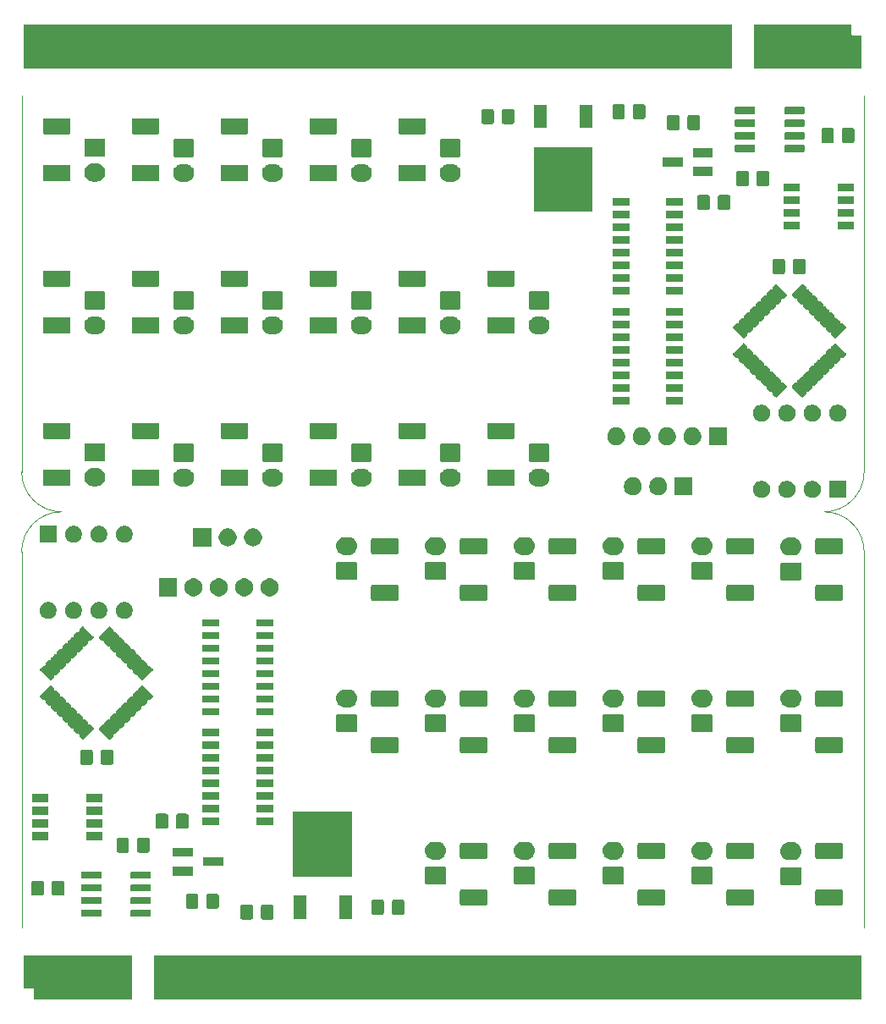
<source format=gbs>
%TF.GenerationSoftware,KiCad,Pcbnew,(5.1.6)-1*%
%TF.CreationDate,2020-06-21T16:44:56+09:00*%
%TF.ProjectId,Solenoid_Valve-fin,536f6c65-6e6f-4696-945f-56616c76652d,rev?*%
%TF.SameCoordinates,Original*%
%TF.FileFunction,Soldermask,Bot*%
%TF.FilePolarity,Negative*%
%FSLAX46Y46*%
G04 Gerber Fmt 4.6, Leading zero omitted, Abs format (unit mm)*
G04 Created by KiCad (PCBNEW (5.1.6)-1) date 2020-06-21 16:44:56*
%MOMM*%
%LPD*%
G01*
G04 APERTURE LIST*
%TA.AperFunction,Profile*%
%ADD10C,0.100000*%
%TD*%
%ADD11C,0.100000*%
G04 APERTURE END LIST*
D10*
X204650000Y-37850000D02*
X204650000Y-75450000D01*
X204650000Y-75450000D02*
G75*
G02*
X200650000Y-79450000I-4000000J0D01*
G01*
X124350000Y-79450000D02*
G75*
G02*
X120350000Y-75450000I0J4000000D01*
G01*
X120350000Y-37850000D02*
X120350000Y-75450000D01*
X200650000Y-79450000D02*
G75*
G02*
X204650000Y-83450000I0J-4000000D01*
G01*
X120350000Y-83450000D02*
G75*
G02*
X124350000Y-79450000I4000000J0D01*
G01*
X204650000Y-121050000D02*
X204650000Y-83450000D01*
X120350000Y-121050000D02*
X120350000Y-83450000D01*
D11*
G36*
X204401000Y-128201000D02*
G01*
X133599000Y-128201000D01*
X133599000Y-123799000D01*
X204401000Y-123799000D01*
X204401000Y-128201000D01*
G37*
G36*
X131401000Y-128201000D02*
G01*
X121599000Y-128201000D01*
X121599000Y-127225999D01*
X121596598Y-127201613D01*
X121589485Y-127178164D01*
X121577934Y-127156553D01*
X121562389Y-127137611D01*
X121543447Y-127122066D01*
X121521836Y-127110515D01*
X121498387Y-127103402D01*
X121474001Y-127101000D01*
X120599000Y-127101000D01*
X120599000Y-123799000D01*
X131401000Y-123799000D01*
X131401000Y-128201000D01*
G37*
G36*
X145388674Y-118753465D02*
G01*
X145426367Y-118764899D01*
X145461103Y-118783466D01*
X145491548Y-118808452D01*
X145516534Y-118838897D01*
X145535101Y-118873633D01*
X145546535Y-118911326D01*
X145551000Y-118956661D01*
X145551000Y-120043339D01*
X145546535Y-120088674D01*
X145535101Y-120126367D01*
X145516534Y-120161103D01*
X145491548Y-120191548D01*
X145461103Y-120216534D01*
X145426367Y-120235101D01*
X145388674Y-120246535D01*
X145343339Y-120251000D01*
X144506661Y-120251000D01*
X144461326Y-120246535D01*
X144423633Y-120235101D01*
X144388897Y-120216534D01*
X144358452Y-120191548D01*
X144333466Y-120161103D01*
X144314899Y-120126367D01*
X144303465Y-120088674D01*
X144299000Y-120043339D01*
X144299000Y-118956661D01*
X144303465Y-118911326D01*
X144314899Y-118873633D01*
X144333466Y-118838897D01*
X144358452Y-118808452D01*
X144388897Y-118783466D01*
X144423633Y-118764899D01*
X144461326Y-118753465D01*
X144506661Y-118749000D01*
X145343339Y-118749000D01*
X145388674Y-118753465D01*
G37*
G36*
X143338674Y-118753465D02*
G01*
X143376367Y-118764899D01*
X143411103Y-118783466D01*
X143441548Y-118808452D01*
X143466534Y-118838897D01*
X143485101Y-118873633D01*
X143496535Y-118911326D01*
X143501000Y-118956661D01*
X143501000Y-120043339D01*
X143496535Y-120088674D01*
X143485101Y-120126367D01*
X143466534Y-120161103D01*
X143441548Y-120191548D01*
X143411103Y-120216534D01*
X143376367Y-120235101D01*
X143338674Y-120246535D01*
X143293339Y-120251000D01*
X142456661Y-120251000D01*
X142411326Y-120246535D01*
X142373633Y-120235101D01*
X142338897Y-120216534D01*
X142308452Y-120191548D01*
X142283466Y-120161103D01*
X142264899Y-120126367D01*
X142253465Y-120088674D01*
X142249000Y-120043339D01*
X142249000Y-118956661D01*
X142253465Y-118911326D01*
X142264899Y-118873633D01*
X142283466Y-118838897D01*
X142308452Y-118808452D01*
X142338897Y-118783466D01*
X142373633Y-118764899D01*
X142411326Y-118753465D01*
X142456661Y-118749000D01*
X143293339Y-118749000D01*
X143338674Y-118753465D01*
G37*
G36*
X153406000Y-120151000D02*
G01*
X152104000Y-120151000D01*
X152104000Y-117849000D01*
X153406000Y-117849000D01*
X153406000Y-120151000D01*
G37*
G36*
X148846000Y-120151000D02*
G01*
X147544000Y-120151000D01*
X147544000Y-117849000D01*
X148846000Y-117849000D01*
X148846000Y-120151000D01*
G37*
G36*
X128259928Y-119256764D02*
G01*
X128281009Y-119263160D01*
X128300445Y-119273548D01*
X128317476Y-119287524D01*
X128331452Y-119304555D01*
X128341840Y-119323991D01*
X128348236Y-119345072D01*
X128351000Y-119373140D01*
X128351000Y-119836860D01*
X128348236Y-119864928D01*
X128341840Y-119886009D01*
X128331452Y-119905445D01*
X128317476Y-119922476D01*
X128300445Y-119936452D01*
X128281009Y-119946840D01*
X128259928Y-119953236D01*
X128231860Y-119956000D01*
X126418140Y-119956000D01*
X126390072Y-119953236D01*
X126368991Y-119946840D01*
X126349555Y-119936452D01*
X126332524Y-119922476D01*
X126318548Y-119905445D01*
X126308160Y-119886009D01*
X126301764Y-119864928D01*
X126299000Y-119836860D01*
X126299000Y-119373140D01*
X126301764Y-119345072D01*
X126308160Y-119323991D01*
X126318548Y-119304555D01*
X126332524Y-119287524D01*
X126349555Y-119273548D01*
X126368991Y-119263160D01*
X126390072Y-119256764D01*
X126418140Y-119254000D01*
X128231860Y-119254000D01*
X128259928Y-119256764D01*
G37*
G36*
X133209928Y-119256764D02*
G01*
X133231009Y-119263160D01*
X133250445Y-119273548D01*
X133267476Y-119287524D01*
X133281452Y-119304555D01*
X133291840Y-119323991D01*
X133298236Y-119345072D01*
X133301000Y-119373140D01*
X133301000Y-119836860D01*
X133298236Y-119864928D01*
X133291840Y-119886009D01*
X133281452Y-119905445D01*
X133267476Y-119922476D01*
X133250445Y-119936452D01*
X133231009Y-119946840D01*
X133209928Y-119953236D01*
X133181860Y-119956000D01*
X131368140Y-119956000D01*
X131340072Y-119953236D01*
X131318991Y-119946840D01*
X131299555Y-119936452D01*
X131282524Y-119922476D01*
X131268548Y-119905445D01*
X131258160Y-119886009D01*
X131251764Y-119864928D01*
X131249000Y-119836860D01*
X131249000Y-119373140D01*
X131251764Y-119345072D01*
X131258160Y-119323991D01*
X131268548Y-119304555D01*
X131282524Y-119287524D01*
X131299555Y-119273548D01*
X131318991Y-119263160D01*
X131340072Y-119256764D01*
X131368140Y-119254000D01*
X133181860Y-119254000D01*
X133209928Y-119256764D01*
G37*
G36*
X158488674Y-118253465D02*
G01*
X158526367Y-118264899D01*
X158561103Y-118283466D01*
X158591548Y-118308452D01*
X158616534Y-118338897D01*
X158635101Y-118373633D01*
X158646535Y-118411326D01*
X158651000Y-118456661D01*
X158651000Y-119543339D01*
X158646535Y-119588674D01*
X158635101Y-119626367D01*
X158616534Y-119661103D01*
X158591548Y-119691548D01*
X158561103Y-119716534D01*
X158526367Y-119735101D01*
X158488674Y-119746535D01*
X158443339Y-119751000D01*
X157606661Y-119751000D01*
X157561326Y-119746535D01*
X157523633Y-119735101D01*
X157488897Y-119716534D01*
X157458452Y-119691548D01*
X157433466Y-119661103D01*
X157414899Y-119626367D01*
X157403465Y-119588674D01*
X157399000Y-119543339D01*
X157399000Y-118456661D01*
X157403465Y-118411326D01*
X157414899Y-118373633D01*
X157433466Y-118338897D01*
X157458452Y-118308452D01*
X157488897Y-118283466D01*
X157523633Y-118264899D01*
X157561326Y-118253465D01*
X157606661Y-118249000D01*
X158443339Y-118249000D01*
X158488674Y-118253465D01*
G37*
G36*
X156438674Y-118253465D02*
G01*
X156476367Y-118264899D01*
X156511103Y-118283466D01*
X156541548Y-118308452D01*
X156566534Y-118338897D01*
X156585101Y-118373633D01*
X156596535Y-118411326D01*
X156601000Y-118456661D01*
X156601000Y-119543339D01*
X156596535Y-119588674D01*
X156585101Y-119626367D01*
X156566534Y-119661103D01*
X156541548Y-119691548D01*
X156511103Y-119716534D01*
X156476367Y-119735101D01*
X156438674Y-119746535D01*
X156393339Y-119751000D01*
X155556661Y-119751000D01*
X155511326Y-119746535D01*
X155473633Y-119735101D01*
X155438897Y-119716534D01*
X155408452Y-119691548D01*
X155383466Y-119661103D01*
X155364899Y-119626367D01*
X155353465Y-119588674D01*
X155349000Y-119543339D01*
X155349000Y-118456661D01*
X155353465Y-118411326D01*
X155364899Y-118373633D01*
X155383466Y-118338897D01*
X155408452Y-118308452D01*
X155438897Y-118283466D01*
X155473633Y-118264899D01*
X155511326Y-118253465D01*
X155556661Y-118249000D01*
X156393339Y-118249000D01*
X156438674Y-118253465D01*
G37*
G36*
X139913674Y-117653465D02*
G01*
X139951367Y-117664899D01*
X139986103Y-117683466D01*
X140016548Y-117708452D01*
X140041534Y-117738897D01*
X140060101Y-117773633D01*
X140071535Y-117811326D01*
X140076000Y-117856661D01*
X140076000Y-118943339D01*
X140071535Y-118988674D01*
X140060101Y-119026367D01*
X140041534Y-119061103D01*
X140016548Y-119091548D01*
X139986103Y-119116534D01*
X139951367Y-119135101D01*
X139913674Y-119146535D01*
X139868339Y-119151000D01*
X139031661Y-119151000D01*
X138986326Y-119146535D01*
X138948633Y-119135101D01*
X138913897Y-119116534D01*
X138883452Y-119091548D01*
X138858466Y-119061103D01*
X138839899Y-119026367D01*
X138828465Y-118988674D01*
X138824000Y-118943339D01*
X138824000Y-117856661D01*
X138828465Y-117811326D01*
X138839899Y-117773633D01*
X138858466Y-117738897D01*
X138883452Y-117708452D01*
X138913897Y-117683466D01*
X138948633Y-117664899D01*
X138986326Y-117653465D01*
X139031661Y-117649000D01*
X139868339Y-117649000D01*
X139913674Y-117653465D01*
G37*
G36*
X137863674Y-117653465D02*
G01*
X137901367Y-117664899D01*
X137936103Y-117683466D01*
X137966548Y-117708452D01*
X137991534Y-117738897D01*
X138010101Y-117773633D01*
X138021535Y-117811326D01*
X138026000Y-117856661D01*
X138026000Y-118943339D01*
X138021535Y-118988674D01*
X138010101Y-119026367D01*
X137991534Y-119061103D01*
X137966548Y-119091548D01*
X137936103Y-119116534D01*
X137901367Y-119135101D01*
X137863674Y-119146535D01*
X137818339Y-119151000D01*
X136981661Y-119151000D01*
X136936326Y-119146535D01*
X136898633Y-119135101D01*
X136863897Y-119116534D01*
X136833452Y-119091548D01*
X136808466Y-119061103D01*
X136789899Y-119026367D01*
X136778465Y-118988674D01*
X136774000Y-118943339D01*
X136774000Y-117856661D01*
X136778465Y-117811326D01*
X136789899Y-117773633D01*
X136808466Y-117738897D01*
X136833452Y-117708452D01*
X136863897Y-117683466D01*
X136898633Y-117664899D01*
X136936326Y-117653465D01*
X136981661Y-117649000D01*
X137818339Y-117649000D01*
X137863674Y-117653465D01*
G37*
G36*
X193478820Y-117215603D02*
G01*
X193512985Y-117225967D01*
X193544464Y-117242793D01*
X193572060Y-117265440D01*
X193594707Y-117293036D01*
X193611533Y-117324515D01*
X193621897Y-117358680D01*
X193626000Y-117400342D01*
X193626000Y-118649658D01*
X193621897Y-118691320D01*
X193611533Y-118725485D01*
X193594707Y-118756964D01*
X193572060Y-118784560D01*
X193544464Y-118807207D01*
X193512985Y-118824033D01*
X193478820Y-118834397D01*
X193437158Y-118838500D01*
X191062842Y-118838500D01*
X191021180Y-118834397D01*
X190987015Y-118824033D01*
X190955536Y-118807207D01*
X190927940Y-118784560D01*
X190905293Y-118756964D01*
X190888467Y-118725485D01*
X190878103Y-118691320D01*
X190874000Y-118649658D01*
X190874000Y-117400342D01*
X190878103Y-117358680D01*
X190888467Y-117324515D01*
X190905293Y-117293036D01*
X190927940Y-117265440D01*
X190955536Y-117242793D01*
X190987015Y-117225967D01*
X191021180Y-117215603D01*
X191062842Y-117211500D01*
X193437158Y-117211500D01*
X193478820Y-117215603D01*
G37*
G36*
X202368820Y-117215603D02*
G01*
X202402985Y-117225967D01*
X202434464Y-117242793D01*
X202462060Y-117265440D01*
X202484707Y-117293036D01*
X202501533Y-117324515D01*
X202511897Y-117358680D01*
X202516000Y-117400342D01*
X202516000Y-118649658D01*
X202511897Y-118691320D01*
X202501533Y-118725485D01*
X202484707Y-118756964D01*
X202462060Y-118784560D01*
X202434464Y-118807207D01*
X202402985Y-118824033D01*
X202368820Y-118834397D01*
X202327158Y-118838500D01*
X199952842Y-118838500D01*
X199911180Y-118834397D01*
X199877015Y-118824033D01*
X199845536Y-118807207D01*
X199817940Y-118784560D01*
X199795293Y-118756964D01*
X199778467Y-118725485D01*
X199768103Y-118691320D01*
X199764000Y-118649658D01*
X199764000Y-117400342D01*
X199768103Y-117358680D01*
X199778467Y-117324515D01*
X199795293Y-117293036D01*
X199817940Y-117265440D01*
X199845536Y-117242793D01*
X199877015Y-117225967D01*
X199911180Y-117215603D01*
X199952842Y-117211500D01*
X202327158Y-117211500D01*
X202368820Y-117215603D01*
G37*
G36*
X166808820Y-117215603D02*
G01*
X166842985Y-117225967D01*
X166874464Y-117242793D01*
X166902060Y-117265440D01*
X166924707Y-117293036D01*
X166941533Y-117324515D01*
X166951897Y-117358680D01*
X166956000Y-117400342D01*
X166956000Y-118649658D01*
X166951897Y-118691320D01*
X166941533Y-118725485D01*
X166924707Y-118756964D01*
X166902060Y-118784560D01*
X166874464Y-118807207D01*
X166842985Y-118824033D01*
X166808820Y-118834397D01*
X166767158Y-118838500D01*
X164392842Y-118838500D01*
X164351180Y-118834397D01*
X164317015Y-118824033D01*
X164285536Y-118807207D01*
X164257940Y-118784560D01*
X164235293Y-118756964D01*
X164218467Y-118725485D01*
X164208103Y-118691320D01*
X164204000Y-118649658D01*
X164204000Y-117400342D01*
X164208103Y-117358680D01*
X164218467Y-117324515D01*
X164235293Y-117293036D01*
X164257940Y-117265440D01*
X164285536Y-117242793D01*
X164317015Y-117225967D01*
X164351180Y-117215603D01*
X164392842Y-117211500D01*
X166767158Y-117211500D01*
X166808820Y-117215603D01*
G37*
G36*
X175698820Y-117215603D02*
G01*
X175732985Y-117225967D01*
X175764464Y-117242793D01*
X175792060Y-117265440D01*
X175814707Y-117293036D01*
X175831533Y-117324515D01*
X175841897Y-117358680D01*
X175846000Y-117400342D01*
X175846000Y-118649658D01*
X175841897Y-118691320D01*
X175831533Y-118725485D01*
X175814707Y-118756964D01*
X175792060Y-118784560D01*
X175764464Y-118807207D01*
X175732985Y-118824033D01*
X175698820Y-118834397D01*
X175657158Y-118838500D01*
X173282842Y-118838500D01*
X173241180Y-118834397D01*
X173207015Y-118824033D01*
X173175536Y-118807207D01*
X173147940Y-118784560D01*
X173125293Y-118756964D01*
X173108467Y-118725485D01*
X173098103Y-118691320D01*
X173094000Y-118649658D01*
X173094000Y-117400342D01*
X173098103Y-117358680D01*
X173108467Y-117324515D01*
X173125293Y-117293036D01*
X173147940Y-117265440D01*
X173175536Y-117242793D01*
X173207015Y-117225967D01*
X173241180Y-117215603D01*
X173282842Y-117211500D01*
X175657158Y-117211500D01*
X175698820Y-117215603D01*
G37*
G36*
X184588820Y-117215603D02*
G01*
X184622985Y-117225967D01*
X184654464Y-117242793D01*
X184682060Y-117265440D01*
X184704707Y-117293036D01*
X184721533Y-117324515D01*
X184731897Y-117358680D01*
X184736000Y-117400342D01*
X184736000Y-118649658D01*
X184731897Y-118691320D01*
X184721533Y-118725485D01*
X184704707Y-118756964D01*
X184682060Y-118784560D01*
X184654464Y-118807207D01*
X184622985Y-118824033D01*
X184588820Y-118834397D01*
X184547158Y-118838500D01*
X182172842Y-118838500D01*
X182131180Y-118834397D01*
X182097015Y-118824033D01*
X182065536Y-118807207D01*
X182037940Y-118784560D01*
X182015293Y-118756964D01*
X181998467Y-118725485D01*
X181988103Y-118691320D01*
X181984000Y-118649658D01*
X181984000Y-117400342D01*
X181988103Y-117358680D01*
X181998467Y-117324515D01*
X182015293Y-117293036D01*
X182037940Y-117265440D01*
X182065536Y-117242793D01*
X182097015Y-117225967D01*
X182131180Y-117215603D01*
X182172842Y-117211500D01*
X184547158Y-117211500D01*
X184588820Y-117215603D01*
G37*
G36*
X133209928Y-117986764D02*
G01*
X133231009Y-117993160D01*
X133250445Y-118003548D01*
X133267476Y-118017524D01*
X133281452Y-118034555D01*
X133291840Y-118053991D01*
X133298236Y-118075072D01*
X133301000Y-118103140D01*
X133301000Y-118566860D01*
X133298236Y-118594928D01*
X133291840Y-118616009D01*
X133281452Y-118635445D01*
X133267476Y-118652476D01*
X133250445Y-118666452D01*
X133231009Y-118676840D01*
X133209928Y-118683236D01*
X133181860Y-118686000D01*
X131368140Y-118686000D01*
X131340072Y-118683236D01*
X131318991Y-118676840D01*
X131299555Y-118666452D01*
X131282524Y-118652476D01*
X131268548Y-118635445D01*
X131258160Y-118616009D01*
X131251764Y-118594928D01*
X131249000Y-118566860D01*
X131249000Y-118103140D01*
X131251764Y-118075072D01*
X131258160Y-118053991D01*
X131268548Y-118034555D01*
X131282524Y-118017524D01*
X131299555Y-118003548D01*
X131318991Y-117993160D01*
X131340072Y-117986764D01*
X131368140Y-117984000D01*
X133181860Y-117984000D01*
X133209928Y-117986764D01*
G37*
G36*
X128259928Y-117986764D02*
G01*
X128281009Y-117993160D01*
X128300445Y-118003548D01*
X128317476Y-118017524D01*
X128331452Y-118034555D01*
X128341840Y-118053991D01*
X128348236Y-118075072D01*
X128351000Y-118103140D01*
X128351000Y-118566860D01*
X128348236Y-118594928D01*
X128341840Y-118616009D01*
X128331452Y-118635445D01*
X128317476Y-118652476D01*
X128300445Y-118666452D01*
X128281009Y-118676840D01*
X128259928Y-118683236D01*
X128231860Y-118686000D01*
X126418140Y-118686000D01*
X126390072Y-118683236D01*
X126368991Y-118676840D01*
X126349555Y-118666452D01*
X126332524Y-118652476D01*
X126318548Y-118635445D01*
X126308160Y-118616009D01*
X126301764Y-118594928D01*
X126299000Y-118566860D01*
X126299000Y-118103140D01*
X126301764Y-118075072D01*
X126308160Y-118053991D01*
X126318548Y-118034555D01*
X126332524Y-118017524D01*
X126349555Y-118003548D01*
X126368991Y-117993160D01*
X126390072Y-117986764D01*
X126418140Y-117984000D01*
X128231860Y-117984000D01*
X128259928Y-117986764D01*
G37*
G36*
X124463674Y-116353465D02*
G01*
X124501367Y-116364899D01*
X124536103Y-116383466D01*
X124566548Y-116408452D01*
X124591534Y-116438897D01*
X124610101Y-116473633D01*
X124621535Y-116511326D01*
X124626000Y-116556661D01*
X124626000Y-117643339D01*
X124621535Y-117688674D01*
X124610101Y-117726367D01*
X124591534Y-117761103D01*
X124566548Y-117791548D01*
X124536103Y-117816534D01*
X124501367Y-117835101D01*
X124463674Y-117846535D01*
X124418339Y-117851000D01*
X123581661Y-117851000D01*
X123536326Y-117846535D01*
X123498633Y-117835101D01*
X123463897Y-117816534D01*
X123433452Y-117791548D01*
X123408466Y-117761103D01*
X123389899Y-117726367D01*
X123378465Y-117688674D01*
X123374000Y-117643339D01*
X123374000Y-116556661D01*
X123378465Y-116511326D01*
X123389899Y-116473633D01*
X123408466Y-116438897D01*
X123433452Y-116408452D01*
X123463897Y-116383466D01*
X123498633Y-116364899D01*
X123536326Y-116353465D01*
X123581661Y-116349000D01*
X124418339Y-116349000D01*
X124463674Y-116353465D01*
G37*
G36*
X122413674Y-116353465D02*
G01*
X122451367Y-116364899D01*
X122486103Y-116383466D01*
X122516548Y-116408452D01*
X122541534Y-116438897D01*
X122560101Y-116473633D01*
X122571535Y-116511326D01*
X122576000Y-116556661D01*
X122576000Y-117643339D01*
X122571535Y-117688674D01*
X122560101Y-117726367D01*
X122541534Y-117761103D01*
X122516548Y-117791548D01*
X122486103Y-117816534D01*
X122451367Y-117835101D01*
X122413674Y-117846535D01*
X122368339Y-117851000D01*
X121531661Y-117851000D01*
X121486326Y-117846535D01*
X121448633Y-117835101D01*
X121413897Y-117816534D01*
X121383452Y-117791548D01*
X121358466Y-117761103D01*
X121339899Y-117726367D01*
X121328465Y-117688674D01*
X121324000Y-117643339D01*
X121324000Y-116556661D01*
X121328465Y-116511326D01*
X121339899Y-116473633D01*
X121358466Y-116438897D01*
X121383452Y-116408452D01*
X121413897Y-116383466D01*
X121448633Y-116364899D01*
X121486326Y-116353465D01*
X121531661Y-116349000D01*
X122368339Y-116349000D01*
X122413674Y-116353465D01*
G37*
G36*
X133209928Y-116716764D02*
G01*
X133231009Y-116723160D01*
X133250445Y-116733548D01*
X133267476Y-116747524D01*
X133281452Y-116764555D01*
X133291840Y-116783991D01*
X133298236Y-116805072D01*
X133301000Y-116833140D01*
X133301000Y-117296860D01*
X133298236Y-117324928D01*
X133291840Y-117346009D01*
X133281452Y-117365445D01*
X133267476Y-117382476D01*
X133250445Y-117396452D01*
X133231009Y-117406840D01*
X133209928Y-117413236D01*
X133181860Y-117416000D01*
X131368140Y-117416000D01*
X131340072Y-117413236D01*
X131318991Y-117406840D01*
X131299555Y-117396452D01*
X131282524Y-117382476D01*
X131268548Y-117365445D01*
X131258160Y-117346009D01*
X131251764Y-117324928D01*
X131249000Y-117296860D01*
X131249000Y-116833140D01*
X131251764Y-116805072D01*
X131258160Y-116783991D01*
X131268548Y-116764555D01*
X131282524Y-116747524D01*
X131299555Y-116733548D01*
X131318991Y-116723160D01*
X131340072Y-116716764D01*
X131368140Y-116714000D01*
X133181860Y-116714000D01*
X133209928Y-116716764D01*
G37*
G36*
X128259928Y-116716764D02*
G01*
X128281009Y-116723160D01*
X128300445Y-116733548D01*
X128317476Y-116747524D01*
X128331452Y-116764555D01*
X128341840Y-116783991D01*
X128348236Y-116805072D01*
X128351000Y-116833140D01*
X128351000Y-117296860D01*
X128348236Y-117324928D01*
X128341840Y-117346009D01*
X128331452Y-117365445D01*
X128317476Y-117382476D01*
X128300445Y-117396452D01*
X128281009Y-117406840D01*
X128259928Y-117413236D01*
X128231860Y-117416000D01*
X126418140Y-117416000D01*
X126390072Y-117413236D01*
X126368991Y-117406840D01*
X126349555Y-117396452D01*
X126332524Y-117382476D01*
X126318548Y-117365445D01*
X126308160Y-117346009D01*
X126301764Y-117324928D01*
X126299000Y-117296860D01*
X126299000Y-116833140D01*
X126301764Y-116805072D01*
X126308160Y-116783991D01*
X126318548Y-116764555D01*
X126332524Y-116747524D01*
X126349555Y-116733548D01*
X126368991Y-116723160D01*
X126390072Y-116716764D01*
X126418140Y-116714000D01*
X128231860Y-116714000D01*
X128259928Y-116716764D01*
G37*
G36*
X198238600Y-114992989D02*
G01*
X198271652Y-115003015D01*
X198302103Y-115019292D01*
X198328799Y-115041201D01*
X198350708Y-115067897D01*
X198366985Y-115098348D01*
X198377011Y-115131400D01*
X198381000Y-115171903D01*
X198381000Y-116608097D01*
X198377011Y-116648600D01*
X198366985Y-116681652D01*
X198350708Y-116712103D01*
X198328799Y-116738799D01*
X198302103Y-116760708D01*
X198271652Y-116776985D01*
X198238600Y-116787011D01*
X198198097Y-116791000D01*
X196461903Y-116791000D01*
X196421400Y-116787011D01*
X196388348Y-116776985D01*
X196357897Y-116760708D01*
X196331201Y-116738799D01*
X196309292Y-116712103D01*
X196293015Y-116681652D01*
X196282989Y-116648600D01*
X196279000Y-116608097D01*
X196279000Y-115171903D01*
X196282989Y-115131400D01*
X196293015Y-115098348D01*
X196309292Y-115067897D01*
X196331201Y-115041201D01*
X196357897Y-115019292D01*
X196388348Y-115003015D01*
X196421400Y-114992989D01*
X196461903Y-114989000D01*
X198198097Y-114989000D01*
X198238600Y-114992989D01*
G37*
G36*
X162678600Y-114952989D02*
G01*
X162711652Y-114963015D01*
X162742103Y-114979292D01*
X162768799Y-115001201D01*
X162790708Y-115027897D01*
X162806985Y-115058348D01*
X162817011Y-115091400D01*
X162821000Y-115131903D01*
X162821000Y-116568097D01*
X162817011Y-116608600D01*
X162806985Y-116641652D01*
X162790708Y-116672103D01*
X162768799Y-116698799D01*
X162742103Y-116720708D01*
X162711652Y-116736985D01*
X162678600Y-116747011D01*
X162638097Y-116751000D01*
X160901903Y-116751000D01*
X160861400Y-116747011D01*
X160828348Y-116736985D01*
X160797897Y-116720708D01*
X160771201Y-116698799D01*
X160749292Y-116672103D01*
X160733015Y-116641652D01*
X160722989Y-116608600D01*
X160719000Y-116568097D01*
X160719000Y-115131903D01*
X160722989Y-115091400D01*
X160733015Y-115058348D01*
X160749292Y-115027897D01*
X160771201Y-115001201D01*
X160797897Y-114979292D01*
X160828348Y-114963015D01*
X160861400Y-114952989D01*
X160901903Y-114949000D01*
X162638097Y-114949000D01*
X162678600Y-114952989D01*
G37*
G36*
X180458600Y-114952989D02*
G01*
X180491652Y-114963015D01*
X180522103Y-114979292D01*
X180548799Y-115001201D01*
X180570708Y-115027897D01*
X180586985Y-115058348D01*
X180597011Y-115091400D01*
X180601000Y-115131903D01*
X180601000Y-116568097D01*
X180597011Y-116608600D01*
X180586985Y-116641652D01*
X180570708Y-116672103D01*
X180548799Y-116698799D01*
X180522103Y-116720708D01*
X180491652Y-116736985D01*
X180458600Y-116747011D01*
X180418097Y-116751000D01*
X178681903Y-116751000D01*
X178641400Y-116747011D01*
X178608348Y-116736985D01*
X178577897Y-116720708D01*
X178551201Y-116698799D01*
X178529292Y-116672103D01*
X178513015Y-116641652D01*
X178502989Y-116608600D01*
X178499000Y-116568097D01*
X178499000Y-115131903D01*
X178502989Y-115091400D01*
X178513015Y-115058348D01*
X178529292Y-115027897D01*
X178551201Y-115001201D01*
X178577897Y-114979292D01*
X178608348Y-114963015D01*
X178641400Y-114952989D01*
X178681903Y-114949000D01*
X180418097Y-114949000D01*
X180458600Y-114952989D01*
G37*
G36*
X171568600Y-114952989D02*
G01*
X171601652Y-114963015D01*
X171632103Y-114979292D01*
X171658799Y-115001201D01*
X171680708Y-115027897D01*
X171696985Y-115058348D01*
X171707011Y-115091400D01*
X171711000Y-115131903D01*
X171711000Y-116568097D01*
X171707011Y-116608600D01*
X171696985Y-116641652D01*
X171680708Y-116672103D01*
X171658799Y-116698799D01*
X171632103Y-116720708D01*
X171601652Y-116736985D01*
X171568600Y-116747011D01*
X171528097Y-116751000D01*
X169791903Y-116751000D01*
X169751400Y-116747011D01*
X169718348Y-116736985D01*
X169687897Y-116720708D01*
X169661201Y-116698799D01*
X169639292Y-116672103D01*
X169623015Y-116641652D01*
X169612989Y-116608600D01*
X169609000Y-116568097D01*
X169609000Y-115131903D01*
X169612989Y-115091400D01*
X169623015Y-115058348D01*
X169639292Y-115027897D01*
X169661201Y-115001201D01*
X169687897Y-114979292D01*
X169718348Y-114963015D01*
X169751400Y-114952989D01*
X169791903Y-114949000D01*
X171528097Y-114949000D01*
X171568600Y-114952989D01*
G37*
G36*
X189348600Y-114952989D02*
G01*
X189381652Y-114963015D01*
X189412103Y-114979292D01*
X189438799Y-115001201D01*
X189460708Y-115027897D01*
X189476985Y-115058348D01*
X189487011Y-115091400D01*
X189491000Y-115131903D01*
X189491000Y-116568097D01*
X189487011Y-116608600D01*
X189476985Y-116641652D01*
X189460708Y-116672103D01*
X189438799Y-116698799D01*
X189412103Y-116720708D01*
X189381652Y-116736985D01*
X189348600Y-116747011D01*
X189308097Y-116751000D01*
X187571903Y-116751000D01*
X187531400Y-116747011D01*
X187498348Y-116736985D01*
X187467897Y-116720708D01*
X187441201Y-116698799D01*
X187419292Y-116672103D01*
X187403015Y-116641652D01*
X187392989Y-116608600D01*
X187389000Y-116568097D01*
X187389000Y-115131903D01*
X187392989Y-115091400D01*
X187403015Y-115058348D01*
X187419292Y-115027897D01*
X187441201Y-115001201D01*
X187467897Y-114979292D01*
X187498348Y-114963015D01*
X187531400Y-114952989D01*
X187571903Y-114949000D01*
X189308097Y-114949000D01*
X189348600Y-114952989D01*
G37*
G36*
X128259928Y-115446764D02*
G01*
X128281009Y-115453160D01*
X128300445Y-115463548D01*
X128317476Y-115477524D01*
X128331452Y-115494555D01*
X128341840Y-115513991D01*
X128348236Y-115535072D01*
X128351000Y-115563140D01*
X128351000Y-116026860D01*
X128348236Y-116054928D01*
X128341840Y-116076009D01*
X128331452Y-116095445D01*
X128317476Y-116112476D01*
X128300445Y-116126452D01*
X128281009Y-116136840D01*
X128259928Y-116143236D01*
X128231860Y-116146000D01*
X126418140Y-116146000D01*
X126390072Y-116143236D01*
X126368991Y-116136840D01*
X126349555Y-116126452D01*
X126332524Y-116112476D01*
X126318548Y-116095445D01*
X126308160Y-116076009D01*
X126301764Y-116054928D01*
X126299000Y-116026860D01*
X126299000Y-115563140D01*
X126301764Y-115535072D01*
X126308160Y-115513991D01*
X126318548Y-115494555D01*
X126332524Y-115477524D01*
X126349555Y-115463548D01*
X126368991Y-115453160D01*
X126390072Y-115446764D01*
X126418140Y-115444000D01*
X128231860Y-115444000D01*
X128259928Y-115446764D01*
G37*
G36*
X133209928Y-115446764D02*
G01*
X133231009Y-115453160D01*
X133250445Y-115463548D01*
X133267476Y-115477524D01*
X133281452Y-115494555D01*
X133291840Y-115513991D01*
X133298236Y-115535072D01*
X133301000Y-115563140D01*
X133301000Y-116026860D01*
X133298236Y-116054928D01*
X133291840Y-116076009D01*
X133281452Y-116095445D01*
X133267476Y-116112476D01*
X133250445Y-116126452D01*
X133231009Y-116136840D01*
X133209928Y-116143236D01*
X133181860Y-116146000D01*
X131368140Y-116146000D01*
X131340072Y-116143236D01*
X131318991Y-116136840D01*
X131299555Y-116126452D01*
X131282524Y-116112476D01*
X131268548Y-116095445D01*
X131258160Y-116076009D01*
X131251764Y-116054928D01*
X131249000Y-116026860D01*
X131249000Y-115563140D01*
X131251764Y-115535072D01*
X131258160Y-115513991D01*
X131268548Y-115494555D01*
X131282524Y-115477524D01*
X131299555Y-115463548D01*
X131318991Y-115453160D01*
X131340072Y-115446764D01*
X131368140Y-115444000D01*
X133181860Y-115444000D01*
X133209928Y-115446764D01*
G37*
G36*
X153426000Y-115951000D02*
G01*
X147524000Y-115951000D01*
X147524000Y-109449000D01*
X153426000Y-109449000D01*
X153426000Y-115951000D01*
G37*
G36*
X137501000Y-115851000D02*
G01*
X135499000Y-115851000D01*
X135499000Y-114949000D01*
X137501000Y-114949000D01*
X137501000Y-115851000D01*
G37*
G36*
X140501000Y-114901000D02*
G01*
X138499000Y-114901000D01*
X138499000Y-113999000D01*
X140501000Y-113999000D01*
X140501000Y-114901000D01*
G37*
G36*
X197590443Y-112495519D02*
G01*
X197656627Y-112502037D01*
X197826466Y-112553557D01*
X197826468Y-112553558D01*
X197878650Y-112581450D01*
X197982991Y-112637222D01*
X198018729Y-112666552D01*
X198120186Y-112749814D01*
X198199951Y-112847009D01*
X198232778Y-112887009D01*
X198316443Y-113043534D01*
X198367963Y-113213373D01*
X198385359Y-113390000D01*
X198367963Y-113566627D01*
X198316443Y-113736466D01*
X198232778Y-113892991D01*
X198229668Y-113896780D01*
X198120186Y-114030186D01*
X198031731Y-114102778D01*
X197982991Y-114142778D01*
X197826466Y-114226443D01*
X197656627Y-114277963D01*
X197590443Y-114284481D01*
X197524260Y-114291000D01*
X197135740Y-114291000D01*
X197069557Y-114284481D01*
X197003373Y-114277963D01*
X196833534Y-114226443D01*
X196677009Y-114142778D01*
X196628269Y-114102778D01*
X196539814Y-114030186D01*
X196430332Y-113896780D01*
X196427222Y-113892991D01*
X196343557Y-113736466D01*
X196292037Y-113566627D01*
X196274641Y-113390000D01*
X196292037Y-113213373D01*
X196343557Y-113043534D01*
X196427222Y-112887009D01*
X196460049Y-112847009D01*
X196539814Y-112749814D01*
X196641271Y-112666552D01*
X196677009Y-112637222D01*
X196781350Y-112581450D01*
X196833532Y-112553558D01*
X196833534Y-112553557D01*
X197003373Y-112502037D01*
X197069557Y-112495519D01*
X197135740Y-112489000D01*
X197524260Y-112489000D01*
X197590443Y-112495519D01*
G37*
G36*
X179810443Y-112455519D02*
G01*
X179876627Y-112462037D01*
X180046466Y-112513557D01*
X180202991Y-112597222D01*
X180224190Y-112614620D01*
X180340186Y-112709814D01*
X180416841Y-112803220D01*
X180452778Y-112847009D01*
X180536443Y-113003534D01*
X180587963Y-113173373D01*
X180605359Y-113350000D01*
X180587963Y-113526627D01*
X180536443Y-113696466D01*
X180452778Y-113852991D01*
X180423448Y-113888729D01*
X180340186Y-113990186D01*
X180273440Y-114044962D01*
X180202991Y-114102778D01*
X180046466Y-114186443D01*
X179876627Y-114237963D01*
X179810442Y-114244482D01*
X179744260Y-114251000D01*
X179355740Y-114251000D01*
X179289558Y-114244482D01*
X179223373Y-114237963D01*
X179053534Y-114186443D01*
X178897009Y-114102778D01*
X178826560Y-114044962D01*
X178759814Y-113990186D01*
X178676552Y-113888729D01*
X178647222Y-113852991D01*
X178563557Y-113696466D01*
X178512037Y-113526627D01*
X178494641Y-113350000D01*
X178512037Y-113173373D01*
X178563557Y-113003534D01*
X178647222Y-112847009D01*
X178683159Y-112803220D01*
X178759814Y-112709814D01*
X178875810Y-112614620D01*
X178897009Y-112597222D01*
X179053534Y-112513557D01*
X179223373Y-112462037D01*
X179289557Y-112455519D01*
X179355740Y-112449000D01*
X179744260Y-112449000D01*
X179810443Y-112455519D01*
G37*
G36*
X170920443Y-112455519D02*
G01*
X170986627Y-112462037D01*
X171156466Y-112513557D01*
X171312991Y-112597222D01*
X171334190Y-112614620D01*
X171450186Y-112709814D01*
X171526841Y-112803220D01*
X171562778Y-112847009D01*
X171646443Y-113003534D01*
X171697963Y-113173373D01*
X171715359Y-113350000D01*
X171697963Y-113526627D01*
X171646443Y-113696466D01*
X171562778Y-113852991D01*
X171533448Y-113888729D01*
X171450186Y-113990186D01*
X171383440Y-114044962D01*
X171312991Y-114102778D01*
X171156466Y-114186443D01*
X170986627Y-114237963D01*
X170920442Y-114244482D01*
X170854260Y-114251000D01*
X170465740Y-114251000D01*
X170399558Y-114244482D01*
X170333373Y-114237963D01*
X170163534Y-114186443D01*
X170007009Y-114102778D01*
X169936560Y-114044962D01*
X169869814Y-113990186D01*
X169786552Y-113888729D01*
X169757222Y-113852991D01*
X169673557Y-113696466D01*
X169622037Y-113526627D01*
X169604641Y-113350000D01*
X169622037Y-113173373D01*
X169673557Y-113003534D01*
X169757222Y-112847009D01*
X169793159Y-112803220D01*
X169869814Y-112709814D01*
X169985810Y-112614620D01*
X170007009Y-112597222D01*
X170163534Y-112513557D01*
X170333373Y-112462037D01*
X170399557Y-112455519D01*
X170465740Y-112449000D01*
X170854260Y-112449000D01*
X170920443Y-112455519D01*
G37*
G36*
X162030443Y-112455519D02*
G01*
X162096627Y-112462037D01*
X162266466Y-112513557D01*
X162422991Y-112597222D01*
X162444190Y-112614620D01*
X162560186Y-112709814D01*
X162636841Y-112803220D01*
X162672778Y-112847009D01*
X162756443Y-113003534D01*
X162807963Y-113173373D01*
X162825359Y-113350000D01*
X162807963Y-113526627D01*
X162756443Y-113696466D01*
X162672778Y-113852991D01*
X162643448Y-113888729D01*
X162560186Y-113990186D01*
X162493440Y-114044962D01*
X162422991Y-114102778D01*
X162266466Y-114186443D01*
X162096627Y-114237963D01*
X162030442Y-114244482D01*
X161964260Y-114251000D01*
X161575740Y-114251000D01*
X161509558Y-114244482D01*
X161443373Y-114237963D01*
X161273534Y-114186443D01*
X161117009Y-114102778D01*
X161046560Y-114044962D01*
X160979814Y-113990186D01*
X160896552Y-113888729D01*
X160867222Y-113852991D01*
X160783557Y-113696466D01*
X160732037Y-113526627D01*
X160714641Y-113350000D01*
X160732037Y-113173373D01*
X160783557Y-113003534D01*
X160867222Y-112847009D01*
X160903159Y-112803220D01*
X160979814Y-112709814D01*
X161095810Y-112614620D01*
X161117009Y-112597222D01*
X161273534Y-112513557D01*
X161443373Y-112462037D01*
X161509557Y-112455519D01*
X161575740Y-112449000D01*
X161964260Y-112449000D01*
X162030443Y-112455519D01*
G37*
G36*
X188700443Y-112455519D02*
G01*
X188766627Y-112462037D01*
X188936466Y-112513557D01*
X189092991Y-112597222D01*
X189114190Y-112614620D01*
X189230186Y-112709814D01*
X189306841Y-112803220D01*
X189342778Y-112847009D01*
X189426443Y-113003534D01*
X189477963Y-113173373D01*
X189495359Y-113350000D01*
X189477963Y-113526627D01*
X189426443Y-113696466D01*
X189342778Y-113852991D01*
X189313448Y-113888729D01*
X189230186Y-113990186D01*
X189163440Y-114044962D01*
X189092991Y-114102778D01*
X188936466Y-114186443D01*
X188766627Y-114237963D01*
X188700442Y-114244482D01*
X188634260Y-114251000D01*
X188245740Y-114251000D01*
X188179558Y-114244482D01*
X188113373Y-114237963D01*
X187943534Y-114186443D01*
X187787009Y-114102778D01*
X187716560Y-114044962D01*
X187649814Y-113990186D01*
X187566552Y-113888729D01*
X187537222Y-113852991D01*
X187453557Y-113696466D01*
X187402037Y-113526627D01*
X187384641Y-113350000D01*
X187402037Y-113173373D01*
X187453557Y-113003534D01*
X187537222Y-112847009D01*
X187573159Y-112803220D01*
X187649814Y-112709814D01*
X187765810Y-112614620D01*
X187787009Y-112597222D01*
X187943534Y-112513557D01*
X188113373Y-112462037D01*
X188179557Y-112455519D01*
X188245740Y-112449000D01*
X188634260Y-112449000D01*
X188700443Y-112455519D01*
G37*
G36*
X166808820Y-112540603D02*
G01*
X166842985Y-112550967D01*
X166874464Y-112567793D01*
X166902060Y-112590440D01*
X166924707Y-112618036D01*
X166941533Y-112649515D01*
X166951897Y-112683680D01*
X166956000Y-112725342D01*
X166956000Y-113974658D01*
X166951897Y-114016320D01*
X166941533Y-114050485D01*
X166924707Y-114081964D01*
X166902060Y-114109560D01*
X166874464Y-114132207D01*
X166842985Y-114149033D01*
X166808820Y-114159397D01*
X166767158Y-114163500D01*
X164392842Y-114163500D01*
X164351180Y-114159397D01*
X164317015Y-114149033D01*
X164285536Y-114132207D01*
X164257940Y-114109560D01*
X164235293Y-114081964D01*
X164218467Y-114050485D01*
X164208103Y-114016320D01*
X164204000Y-113974658D01*
X164204000Y-112725342D01*
X164208103Y-112683680D01*
X164218467Y-112649515D01*
X164235293Y-112618036D01*
X164257940Y-112590440D01*
X164285536Y-112567793D01*
X164317015Y-112550967D01*
X164351180Y-112540603D01*
X164392842Y-112536500D01*
X166767158Y-112536500D01*
X166808820Y-112540603D01*
G37*
G36*
X184588820Y-112540603D02*
G01*
X184622985Y-112550967D01*
X184654464Y-112567793D01*
X184682060Y-112590440D01*
X184704707Y-112618036D01*
X184721533Y-112649515D01*
X184731897Y-112683680D01*
X184736000Y-112725342D01*
X184736000Y-113974658D01*
X184731897Y-114016320D01*
X184721533Y-114050485D01*
X184704707Y-114081964D01*
X184682060Y-114109560D01*
X184654464Y-114132207D01*
X184622985Y-114149033D01*
X184588820Y-114159397D01*
X184547158Y-114163500D01*
X182172842Y-114163500D01*
X182131180Y-114159397D01*
X182097015Y-114149033D01*
X182065536Y-114132207D01*
X182037940Y-114109560D01*
X182015293Y-114081964D01*
X181998467Y-114050485D01*
X181988103Y-114016320D01*
X181984000Y-113974658D01*
X181984000Y-112725342D01*
X181988103Y-112683680D01*
X181998467Y-112649515D01*
X182015293Y-112618036D01*
X182037940Y-112590440D01*
X182065536Y-112567793D01*
X182097015Y-112550967D01*
X182131180Y-112540603D01*
X182172842Y-112536500D01*
X184547158Y-112536500D01*
X184588820Y-112540603D01*
G37*
G36*
X175698820Y-112540603D02*
G01*
X175732985Y-112550967D01*
X175764464Y-112567793D01*
X175792060Y-112590440D01*
X175814707Y-112618036D01*
X175831533Y-112649515D01*
X175841897Y-112683680D01*
X175846000Y-112725342D01*
X175846000Y-113974658D01*
X175841897Y-114016320D01*
X175831533Y-114050485D01*
X175814707Y-114081964D01*
X175792060Y-114109560D01*
X175764464Y-114132207D01*
X175732985Y-114149033D01*
X175698820Y-114159397D01*
X175657158Y-114163500D01*
X173282842Y-114163500D01*
X173241180Y-114159397D01*
X173207015Y-114149033D01*
X173175536Y-114132207D01*
X173147940Y-114109560D01*
X173125293Y-114081964D01*
X173108467Y-114050485D01*
X173098103Y-114016320D01*
X173094000Y-113974658D01*
X173094000Y-112725342D01*
X173098103Y-112683680D01*
X173108467Y-112649515D01*
X173125293Y-112618036D01*
X173147940Y-112590440D01*
X173175536Y-112567793D01*
X173207015Y-112550967D01*
X173241180Y-112540603D01*
X173282842Y-112536500D01*
X175657158Y-112536500D01*
X175698820Y-112540603D01*
G37*
G36*
X193478820Y-112540603D02*
G01*
X193512985Y-112550967D01*
X193544464Y-112567793D01*
X193572060Y-112590440D01*
X193594707Y-112618036D01*
X193611533Y-112649515D01*
X193621897Y-112683680D01*
X193626000Y-112725342D01*
X193626000Y-113974658D01*
X193621897Y-114016320D01*
X193611533Y-114050485D01*
X193594707Y-114081964D01*
X193572060Y-114109560D01*
X193544464Y-114132207D01*
X193512985Y-114149033D01*
X193478820Y-114159397D01*
X193437158Y-114163500D01*
X191062842Y-114163500D01*
X191021180Y-114159397D01*
X190987015Y-114149033D01*
X190955536Y-114132207D01*
X190927940Y-114109560D01*
X190905293Y-114081964D01*
X190888467Y-114050485D01*
X190878103Y-114016320D01*
X190874000Y-113974658D01*
X190874000Y-112725342D01*
X190878103Y-112683680D01*
X190888467Y-112649515D01*
X190905293Y-112618036D01*
X190927940Y-112590440D01*
X190955536Y-112567793D01*
X190987015Y-112550967D01*
X191021180Y-112540603D01*
X191062842Y-112536500D01*
X193437158Y-112536500D01*
X193478820Y-112540603D01*
G37*
G36*
X202368820Y-112540603D02*
G01*
X202402985Y-112550967D01*
X202434464Y-112567793D01*
X202462060Y-112590440D01*
X202484707Y-112618036D01*
X202501533Y-112649515D01*
X202511897Y-112683680D01*
X202516000Y-112725342D01*
X202516000Y-113974658D01*
X202511897Y-114016320D01*
X202501533Y-114050485D01*
X202484707Y-114081964D01*
X202462060Y-114109560D01*
X202434464Y-114132207D01*
X202402985Y-114149033D01*
X202368820Y-114159397D01*
X202327158Y-114163500D01*
X199952842Y-114163500D01*
X199911180Y-114159397D01*
X199877015Y-114149033D01*
X199845536Y-114132207D01*
X199817940Y-114109560D01*
X199795293Y-114081964D01*
X199778467Y-114050485D01*
X199768103Y-114016320D01*
X199764000Y-113974658D01*
X199764000Y-112725342D01*
X199768103Y-112683680D01*
X199778467Y-112649515D01*
X199795293Y-112618036D01*
X199817940Y-112590440D01*
X199845536Y-112567793D01*
X199877015Y-112550967D01*
X199911180Y-112540603D01*
X199952842Y-112536500D01*
X202327158Y-112536500D01*
X202368820Y-112540603D01*
G37*
G36*
X137501000Y-113951000D02*
G01*
X135499000Y-113951000D01*
X135499000Y-113049000D01*
X137501000Y-113049000D01*
X137501000Y-113951000D01*
G37*
G36*
X130938674Y-112053465D02*
G01*
X130976367Y-112064899D01*
X131011103Y-112083466D01*
X131041548Y-112108452D01*
X131066534Y-112138897D01*
X131085101Y-112173633D01*
X131096535Y-112211326D01*
X131101000Y-112256661D01*
X131101000Y-113343339D01*
X131096535Y-113388674D01*
X131085101Y-113426367D01*
X131066534Y-113461103D01*
X131041548Y-113491548D01*
X131011103Y-113516534D01*
X130976367Y-113535101D01*
X130938674Y-113546535D01*
X130893339Y-113551000D01*
X130056661Y-113551000D01*
X130011326Y-113546535D01*
X129973633Y-113535101D01*
X129938897Y-113516534D01*
X129908452Y-113491548D01*
X129883466Y-113461103D01*
X129864899Y-113426367D01*
X129853465Y-113388674D01*
X129849000Y-113343339D01*
X129849000Y-112256661D01*
X129853465Y-112211326D01*
X129864899Y-112173633D01*
X129883466Y-112138897D01*
X129908452Y-112108452D01*
X129938897Y-112083466D01*
X129973633Y-112064899D01*
X130011326Y-112053465D01*
X130056661Y-112049000D01*
X130893339Y-112049000D01*
X130938674Y-112053465D01*
G37*
G36*
X132988674Y-112053465D02*
G01*
X133026367Y-112064899D01*
X133061103Y-112083466D01*
X133091548Y-112108452D01*
X133116534Y-112138897D01*
X133135101Y-112173633D01*
X133146535Y-112211326D01*
X133151000Y-112256661D01*
X133151000Y-113343339D01*
X133146535Y-113388674D01*
X133135101Y-113426367D01*
X133116534Y-113461103D01*
X133091548Y-113491548D01*
X133061103Y-113516534D01*
X133026367Y-113535101D01*
X132988674Y-113546535D01*
X132943339Y-113551000D01*
X132106661Y-113551000D01*
X132061326Y-113546535D01*
X132023633Y-113535101D01*
X131988897Y-113516534D01*
X131958452Y-113491548D01*
X131933466Y-113461103D01*
X131914899Y-113426367D01*
X131903465Y-113388674D01*
X131899000Y-113343339D01*
X131899000Y-112256661D01*
X131903465Y-112211326D01*
X131914899Y-112173633D01*
X131933466Y-112138897D01*
X131958452Y-112108452D01*
X131988897Y-112083466D01*
X132023633Y-112064899D01*
X132061326Y-112053465D01*
X132106661Y-112049000D01*
X132943339Y-112049000D01*
X132988674Y-112053465D01*
G37*
G36*
X128437500Y-112301000D02*
G01*
X126810500Y-112301000D01*
X126810500Y-111499000D01*
X128437500Y-111499000D01*
X128437500Y-112301000D01*
G37*
G36*
X123013500Y-112301000D02*
G01*
X121386500Y-112301000D01*
X121386500Y-111499000D01*
X123013500Y-111499000D01*
X123013500Y-112301000D01*
G37*
G36*
X136888674Y-109653465D02*
G01*
X136926367Y-109664899D01*
X136961103Y-109683466D01*
X136991548Y-109708452D01*
X137016534Y-109738897D01*
X137035101Y-109773633D01*
X137046535Y-109811326D01*
X137051000Y-109856661D01*
X137051000Y-110943339D01*
X137046535Y-110988674D01*
X137035101Y-111026367D01*
X137016534Y-111061103D01*
X136991548Y-111091548D01*
X136961103Y-111116534D01*
X136926367Y-111135101D01*
X136888674Y-111146535D01*
X136843339Y-111151000D01*
X136006661Y-111151000D01*
X135961326Y-111146535D01*
X135923633Y-111135101D01*
X135888897Y-111116534D01*
X135858452Y-111091548D01*
X135833466Y-111061103D01*
X135814899Y-111026367D01*
X135803465Y-110988674D01*
X135799000Y-110943339D01*
X135799000Y-109856661D01*
X135803465Y-109811326D01*
X135814899Y-109773633D01*
X135833466Y-109738897D01*
X135858452Y-109708452D01*
X135888897Y-109683466D01*
X135923633Y-109664899D01*
X135961326Y-109653465D01*
X136006661Y-109649000D01*
X136843339Y-109649000D01*
X136888674Y-109653465D01*
G37*
G36*
X134838674Y-109653465D02*
G01*
X134876367Y-109664899D01*
X134911103Y-109683466D01*
X134941548Y-109708452D01*
X134966534Y-109738897D01*
X134985101Y-109773633D01*
X134996535Y-109811326D01*
X135001000Y-109856661D01*
X135001000Y-110943339D01*
X134996535Y-110988674D01*
X134985101Y-111026367D01*
X134966534Y-111061103D01*
X134941548Y-111091548D01*
X134911103Y-111116534D01*
X134876367Y-111135101D01*
X134838674Y-111146535D01*
X134793339Y-111151000D01*
X133956661Y-111151000D01*
X133911326Y-111146535D01*
X133873633Y-111135101D01*
X133838897Y-111116534D01*
X133808452Y-111091548D01*
X133783466Y-111061103D01*
X133764899Y-111026367D01*
X133753465Y-110988674D01*
X133749000Y-110943339D01*
X133749000Y-109856661D01*
X133753465Y-109811326D01*
X133764899Y-109773633D01*
X133783466Y-109738897D01*
X133808452Y-109708452D01*
X133838897Y-109683466D01*
X133873633Y-109664899D01*
X133911326Y-109653465D01*
X133956661Y-109649000D01*
X134793339Y-109649000D01*
X134838674Y-109653465D01*
G37*
G36*
X123013500Y-111031000D02*
G01*
X121386500Y-111031000D01*
X121386500Y-110229000D01*
X123013500Y-110229000D01*
X123013500Y-111031000D01*
G37*
G36*
X128437500Y-111031000D02*
G01*
X126810500Y-111031000D01*
X126810500Y-110229000D01*
X128437500Y-110229000D01*
X128437500Y-111031000D01*
G37*
G36*
X140145000Y-110815000D02*
G01*
X138455000Y-110815000D01*
X138455000Y-110075000D01*
X140145000Y-110075000D01*
X140145000Y-110815000D01*
G37*
G36*
X145545000Y-110815000D02*
G01*
X143855000Y-110815000D01*
X143855000Y-110075000D01*
X145545000Y-110075000D01*
X145545000Y-110815000D01*
G37*
G36*
X128437500Y-109761000D02*
G01*
X126810500Y-109761000D01*
X126810500Y-108959000D01*
X128437500Y-108959000D01*
X128437500Y-109761000D01*
G37*
G36*
X123013500Y-109761000D02*
G01*
X121386500Y-109761000D01*
X121386500Y-108959000D01*
X123013500Y-108959000D01*
X123013500Y-109761000D01*
G37*
G36*
X140145000Y-109545000D02*
G01*
X138455000Y-109545000D01*
X138455000Y-108805000D01*
X140145000Y-108805000D01*
X140145000Y-109545000D01*
G37*
G36*
X145545000Y-109545000D02*
G01*
X143855000Y-109545000D01*
X143855000Y-108805000D01*
X145545000Y-108805000D01*
X145545000Y-109545000D01*
G37*
G36*
X128437500Y-108491000D02*
G01*
X126810500Y-108491000D01*
X126810500Y-107689000D01*
X128437500Y-107689000D01*
X128437500Y-108491000D01*
G37*
G36*
X123013500Y-108491000D02*
G01*
X121386500Y-108491000D01*
X121386500Y-107689000D01*
X123013500Y-107689000D01*
X123013500Y-108491000D01*
G37*
G36*
X145545000Y-108275000D02*
G01*
X143855000Y-108275000D01*
X143855000Y-107535000D01*
X145545000Y-107535000D01*
X145545000Y-108275000D01*
G37*
G36*
X140145000Y-108275000D02*
G01*
X138455000Y-108275000D01*
X138455000Y-107535000D01*
X140145000Y-107535000D01*
X140145000Y-108275000D01*
G37*
G36*
X145545000Y-107005000D02*
G01*
X143855000Y-107005000D01*
X143855000Y-106265000D01*
X145545000Y-106265000D01*
X145545000Y-107005000D01*
G37*
G36*
X140145000Y-107005000D02*
G01*
X138455000Y-107005000D01*
X138455000Y-106265000D01*
X140145000Y-106265000D01*
X140145000Y-107005000D01*
G37*
G36*
X145545000Y-105735000D02*
G01*
X143855000Y-105735000D01*
X143855000Y-104995000D01*
X145545000Y-104995000D01*
X145545000Y-105735000D01*
G37*
G36*
X140145000Y-105735000D02*
G01*
X138455000Y-105735000D01*
X138455000Y-104995000D01*
X140145000Y-104995000D01*
X140145000Y-105735000D01*
G37*
G36*
X127313674Y-103253465D02*
G01*
X127351367Y-103264899D01*
X127386103Y-103283466D01*
X127416548Y-103308452D01*
X127441534Y-103338897D01*
X127460101Y-103373633D01*
X127471535Y-103411326D01*
X127476000Y-103456661D01*
X127476000Y-104543339D01*
X127471535Y-104588674D01*
X127460101Y-104626367D01*
X127441534Y-104661103D01*
X127416548Y-104691548D01*
X127386103Y-104716534D01*
X127351367Y-104735101D01*
X127313674Y-104746535D01*
X127268339Y-104751000D01*
X126431661Y-104751000D01*
X126386326Y-104746535D01*
X126348633Y-104735101D01*
X126313897Y-104716534D01*
X126283452Y-104691548D01*
X126258466Y-104661103D01*
X126239899Y-104626367D01*
X126228465Y-104588674D01*
X126224000Y-104543339D01*
X126224000Y-103456661D01*
X126228465Y-103411326D01*
X126239899Y-103373633D01*
X126258466Y-103338897D01*
X126283452Y-103308452D01*
X126313897Y-103283466D01*
X126348633Y-103264899D01*
X126386326Y-103253465D01*
X126431661Y-103249000D01*
X127268339Y-103249000D01*
X127313674Y-103253465D01*
G37*
G36*
X129363674Y-103253465D02*
G01*
X129401367Y-103264899D01*
X129436103Y-103283466D01*
X129466548Y-103308452D01*
X129491534Y-103338897D01*
X129510101Y-103373633D01*
X129521535Y-103411326D01*
X129526000Y-103456661D01*
X129526000Y-104543339D01*
X129521535Y-104588674D01*
X129510101Y-104626367D01*
X129491534Y-104661103D01*
X129466548Y-104691548D01*
X129436103Y-104716534D01*
X129401367Y-104735101D01*
X129363674Y-104746535D01*
X129318339Y-104751000D01*
X128481661Y-104751000D01*
X128436326Y-104746535D01*
X128398633Y-104735101D01*
X128363897Y-104716534D01*
X128333452Y-104691548D01*
X128308466Y-104661103D01*
X128289899Y-104626367D01*
X128278465Y-104588674D01*
X128274000Y-104543339D01*
X128274000Y-103456661D01*
X128278465Y-103411326D01*
X128289899Y-103373633D01*
X128308466Y-103338897D01*
X128333452Y-103308452D01*
X128363897Y-103283466D01*
X128398633Y-103264899D01*
X128436326Y-103253465D01*
X128481661Y-103249000D01*
X129318339Y-103249000D01*
X129363674Y-103253465D01*
G37*
G36*
X145545000Y-104465000D02*
G01*
X143855000Y-104465000D01*
X143855000Y-103725000D01*
X145545000Y-103725000D01*
X145545000Y-104465000D01*
G37*
G36*
X140145000Y-104465000D02*
G01*
X138455000Y-104465000D01*
X138455000Y-103725000D01*
X140145000Y-103725000D01*
X140145000Y-104465000D01*
G37*
G36*
X175698820Y-101975603D02*
G01*
X175732985Y-101985967D01*
X175764464Y-102002793D01*
X175792060Y-102025440D01*
X175814707Y-102053036D01*
X175831533Y-102084515D01*
X175841897Y-102118680D01*
X175846000Y-102160342D01*
X175846000Y-103409658D01*
X175841897Y-103451320D01*
X175831533Y-103485485D01*
X175814707Y-103516964D01*
X175792060Y-103544560D01*
X175764464Y-103567207D01*
X175732985Y-103584033D01*
X175698820Y-103594397D01*
X175657158Y-103598500D01*
X173282842Y-103598500D01*
X173241180Y-103594397D01*
X173207015Y-103584033D01*
X173175536Y-103567207D01*
X173147940Y-103544560D01*
X173125293Y-103516964D01*
X173108467Y-103485485D01*
X173098103Y-103451320D01*
X173094000Y-103409658D01*
X173094000Y-102160342D01*
X173098103Y-102118680D01*
X173108467Y-102084515D01*
X173125293Y-102053036D01*
X173147940Y-102025440D01*
X173175536Y-102002793D01*
X173207015Y-101985967D01*
X173241180Y-101975603D01*
X173282842Y-101971500D01*
X175657158Y-101971500D01*
X175698820Y-101975603D01*
G37*
G36*
X184588820Y-101975603D02*
G01*
X184622985Y-101985967D01*
X184654464Y-102002793D01*
X184682060Y-102025440D01*
X184704707Y-102053036D01*
X184721533Y-102084515D01*
X184731897Y-102118680D01*
X184736000Y-102160342D01*
X184736000Y-103409658D01*
X184731897Y-103451320D01*
X184721533Y-103485485D01*
X184704707Y-103516964D01*
X184682060Y-103544560D01*
X184654464Y-103567207D01*
X184622985Y-103584033D01*
X184588820Y-103594397D01*
X184547158Y-103598500D01*
X182172842Y-103598500D01*
X182131180Y-103594397D01*
X182097015Y-103584033D01*
X182065536Y-103567207D01*
X182037940Y-103544560D01*
X182015293Y-103516964D01*
X181998467Y-103485485D01*
X181988103Y-103451320D01*
X181984000Y-103409658D01*
X181984000Y-102160342D01*
X181988103Y-102118680D01*
X181998467Y-102084515D01*
X182015293Y-102053036D01*
X182037940Y-102025440D01*
X182065536Y-102002793D01*
X182097015Y-101985967D01*
X182131180Y-101975603D01*
X182172842Y-101971500D01*
X184547158Y-101971500D01*
X184588820Y-101975603D01*
G37*
G36*
X193478820Y-101975603D02*
G01*
X193512985Y-101985967D01*
X193544464Y-102002793D01*
X193572060Y-102025440D01*
X193594707Y-102053036D01*
X193611533Y-102084515D01*
X193621897Y-102118680D01*
X193626000Y-102160342D01*
X193626000Y-103409658D01*
X193621897Y-103451320D01*
X193611533Y-103485485D01*
X193594707Y-103516964D01*
X193572060Y-103544560D01*
X193544464Y-103567207D01*
X193512985Y-103584033D01*
X193478820Y-103594397D01*
X193437158Y-103598500D01*
X191062842Y-103598500D01*
X191021180Y-103594397D01*
X190987015Y-103584033D01*
X190955536Y-103567207D01*
X190927940Y-103544560D01*
X190905293Y-103516964D01*
X190888467Y-103485485D01*
X190878103Y-103451320D01*
X190874000Y-103409658D01*
X190874000Y-102160342D01*
X190878103Y-102118680D01*
X190888467Y-102084515D01*
X190905293Y-102053036D01*
X190927940Y-102025440D01*
X190955536Y-102002793D01*
X190987015Y-101985967D01*
X191021180Y-101975603D01*
X191062842Y-101971500D01*
X193437158Y-101971500D01*
X193478820Y-101975603D01*
G37*
G36*
X202368820Y-101975603D02*
G01*
X202402985Y-101985967D01*
X202434464Y-102002793D01*
X202462060Y-102025440D01*
X202484707Y-102053036D01*
X202501533Y-102084515D01*
X202511897Y-102118680D01*
X202516000Y-102160342D01*
X202516000Y-103409658D01*
X202511897Y-103451320D01*
X202501533Y-103485485D01*
X202484707Y-103516964D01*
X202462060Y-103544560D01*
X202434464Y-103567207D01*
X202402985Y-103584033D01*
X202368820Y-103594397D01*
X202327158Y-103598500D01*
X199952842Y-103598500D01*
X199911180Y-103594397D01*
X199877015Y-103584033D01*
X199845536Y-103567207D01*
X199817940Y-103544560D01*
X199795293Y-103516964D01*
X199778467Y-103485485D01*
X199768103Y-103451320D01*
X199764000Y-103409658D01*
X199764000Y-102160342D01*
X199768103Y-102118680D01*
X199778467Y-102084515D01*
X199795293Y-102053036D01*
X199817940Y-102025440D01*
X199845536Y-102002793D01*
X199877015Y-101985967D01*
X199911180Y-101975603D01*
X199952842Y-101971500D01*
X202327158Y-101971500D01*
X202368820Y-101975603D01*
G37*
G36*
X166808820Y-101975603D02*
G01*
X166842985Y-101985967D01*
X166874464Y-102002793D01*
X166902060Y-102025440D01*
X166924707Y-102053036D01*
X166941533Y-102084515D01*
X166951897Y-102118680D01*
X166956000Y-102160342D01*
X166956000Y-103409658D01*
X166951897Y-103451320D01*
X166941533Y-103485485D01*
X166924707Y-103516964D01*
X166902060Y-103544560D01*
X166874464Y-103567207D01*
X166842985Y-103584033D01*
X166808820Y-103594397D01*
X166767158Y-103598500D01*
X164392842Y-103598500D01*
X164351180Y-103594397D01*
X164317015Y-103584033D01*
X164285536Y-103567207D01*
X164257940Y-103544560D01*
X164235293Y-103516964D01*
X164218467Y-103485485D01*
X164208103Y-103451320D01*
X164204000Y-103409658D01*
X164204000Y-102160342D01*
X164208103Y-102118680D01*
X164218467Y-102084515D01*
X164235293Y-102053036D01*
X164257940Y-102025440D01*
X164285536Y-102002793D01*
X164317015Y-101985967D01*
X164351180Y-101975603D01*
X164392842Y-101971500D01*
X166767158Y-101971500D01*
X166808820Y-101975603D01*
G37*
G36*
X157918820Y-101975603D02*
G01*
X157952985Y-101985967D01*
X157984464Y-102002793D01*
X158012060Y-102025440D01*
X158034707Y-102053036D01*
X158051533Y-102084515D01*
X158061897Y-102118680D01*
X158066000Y-102160342D01*
X158066000Y-103409658D01*
X158061897Y-103451320D01*
X158051533Y-103485485D01*
X158034707Y-103516964D01*
X158012060Y-103544560D01*
X157984464Y-103567207D01*
X157952985Y-103584033D01*
X157918820Y-103594397D01*
X157877158Y-103598500D01*
X155502842Y-103598500D01*
X155461180Y-103594397D01*
X155427015Y-103584033D01*
X155395536Y-103567207D01*
X155367940Y-103544560D01*
X155345293Y-103516964D01*
X155328467Y-103485485D01*
X155318103Y-103451320D01*
X155314000Y-103409658D01*
X155314000Y-102160342D01*
X155318103Y-102118680D01*
X155328467Y-102084515D01*
X155345293Y-102053036D01*
X155367940Y-102025440D01*
X155395536Y-102002793D01*
X155427015Y-101985967D01*
X155461180Y-101975603D01*
X155502842Y-101971500D01*
X157877158Y-101971500D01*
X157918820Y-101975603D01*
G37*
G36*
X145545000Y-103195000D02*
G01*
X143855000Y-103195000D01*
X143855000Y-102455000D01*
X145545000Y-102455000D01*
X145545000Y-103195000D01*
G37*
G36*
X140145000Y-103195000D02*
G01*
X138455000Y-103195000D01*
X138455000Y-102455000D01*
X140145000Y-102455000D01*
X140145000Y-103195000D01*
G37*
G36*
X132426240Y-96798159D02*
G01*
X132442632Y-96803132D01*
X132457744Y-96811209D01*
X132475753Y-96825989D01*
X132515598Y-96865834D01*
X132515609Y-96865843D01*
X133435555Y-97785789D01*
X133435564Y-97785800D01*
X133475409Y-97825645D01*
X133490189Y-97843654D01*
X133498266Y-97858766D01*
X133503239Y-97875158D01*
X133504918Y-97892209D01*
X133503239Y-97909260D01*
X133498266Y-97925652D01*
X133490189Y-97940764D01*
X133475409Y-97958773D01*
X133435564Y-97998618D01*
X133435555Y-97998629D01*
X133222715Y-98211469D01*
X133222704Y-98211478D01*
X133182859Y-98251323D01*
X133164850Y-98266103D01*
X133149738Y-98274180D01*
X133133346Y-98279153D01*
X133116295Y-98280832D01*
X133099247Y-98279153D01*
X133090933Y-98276631D01*
X133066899Y-98271851D01*
X133042395Y-98271851D01*
X133018362Y-98276632D01*
X132995723Y-98286009D01*
X132975349Y-98299623D01*
X132958022Y-98316950D01*
X132944408Y-98337325D01*
X132935031Y-98359963D01*
X132930251Y-98383997D01*
X132930251Y-98408501D01*
X132935032Y-98432534D01*
X132937553Y-98440843D01*
X132939232Y-98457894D01*
X132937553Y-98474945D01*
X132932580Y-98491337D01*
X132924503Y-98506449D01*
X132909723Y-98524458D01*
X132869878Y-98564303D01*
X132869869Y-98564314D01*
X132657029Y-98777154D01*
X132657018Y-98777163D01*
X132617173Y-98817008D01*
X132599164Y-98831788D01*
X132584052Y-98839865D01*
X132567660Y-98844838D01*
X132550609Y-98846517D01*
X132533558Y-98844838D01*
X132525249Y-98842317D01*
X132501216Y-98837536D01*
X132476712Y-98837536D01*
X132452679Y-98842316D01*
X132430040Y-98851693D01*
X132409665Y-98865307D01*
X132392338Y-98882634D01*
X132378724Y-98903008D01*
X132369347Y-98925647D01*
X132364566Y-98949680D01*
X132364566Y-98974184D01*
X132369346Y-98998218D01*
X132371868Y-99006532D01*
X132373547Y-99023580D01*
X132371868Y-99040631D01*
X132366895Y-99057023D01*
X132358818Y-99072135D01*
X132344038Y-99090144D01*
X132304193Y-99129989D01*
X132304184Y-99130000D01*
X132091344Y-99342840D01*
X132091333Y-99342849D01*
X132051488Y-99382694D01*
X132033479Y-99397474D01*
X132018367Y-99405551D01*
X132001975Y-99410524D01*
X131984924Y-99412203D01*
X131967873Y-99410524D01*
X131959564Y-99408003D01*
X131935531Y-99403222D01*
X131911027Y-99403222D01*
X131886994Y-99408002D01*
X131864355Y-99417379D01*
X131843980Y-99430993D01*
X131826653Y-99448320D01*
X131813039Y-99468694D01*
X131803662Y-99491333D01*
X131798881Y-99515366D01*
X131798881Y-99539870D01*
X131803662Y-99563905D01*
X131806183Y-99572214D01*
X131807862Y-99589265D01*
X131806183Y-99606316D01*
X131801210Y-99622708D01*
X131793133Y-99637820D01*
X131778353Y-99655829D01*
X131738508Y-99695674D01*
X131738499Y-99695685D01*
X131525659Y-99908525D01*
X131525648Y-99908534D01*
X131485803Y-99948379D01*
X131467794Y-99963159D01*
X131452682Y-99971236D01*
X131436290Y-99976209D01*
X131419239Y-99977888D01*
X131402191Y-99976209D01*
X131393877Y-99973687D01*
X131369843Y-99968907D01*
X131345339Y-99968907D01*
X131321306Y-99973688D01*
X131298667Y-99983065D01*
X131278293Y-99996679D01*
X131260966Y-100014006D01*
X131247352Y-100034381D01*
X131237975Y-100057019D01*
X131233195Y-100081053D01*
X131233195Y-100105557D01*
X131237975Y-100129589D01*
X131240497Y-100137903D01*
X131242176Y-100154951D01*
X131240497Y-100172002D01*
X131235524Y-100188394D01*
X131227447Y-100203506D01*
X131212667Y-100221515D01*
X131172822Y-100261360D01*
X131172813Y-100261371D01*
X130959973Y-100474211D01*
X130959962Y-100474220D01*
X130920117Y-100514065D01*
X130902108Y-100528845D01*
X130886996Y-100536922D01*
X130870604Y-100541895D01*
X130853553Y-100543574D01*
X130836502Y-100541895D01*
X130828193Y-100539374D01*
X130804160Y-100534593D01*
X130779656Y-100534593D01*
X130755623Y-100539373D01*
X130732984Y-100548750D01*
X130712609Y-100562364D01*
X130695282Y-100579691D01*
X130681668Y-100600065D01*
X130672291Y-100622704D01*
X130667510Y-100646737D01*
X130667510Y-100671241D01*
X130672291Y-100695276D01*
X130674812Y-100703585D01*
X130676491Y-100720636D01*
X130674812Y-100737687D01*
X130669839Y-100754079D01*
X130661762Y-100769191D01*
X130646982Y-100787200D01*
X130607137Y-100827045D01*
X130607128Y-100827056D01*
X130394288Y-101039896D01*
X130394277Y-101039905D01*
X130354432Y-101079750D01*
X130336423Y-101094530D01*
X130321311Y-101102607D01*
X130304919Y-101107580D01*
X130287868Y-101109259D01*
X130270820Y-101107580D01*
X130262506Y-101105058D01*
X130238472Y-101100278D01*
X130213968Y-101100278D01*
X130189935Y-101105059D01*
X130167296Y-101114436D01*
X130146922Y-101128050D01*
X130129595Y-101145377D01*
X130115981Y-101165752D01*
X130106604Y-101188390D01*
X130101824Y-101212424D01*
X130101824Y-101236928D01*
X130106605Y-101260961D01*
X130109126Y-101269270D01*
X130110805Y-101286321D01*
X130109126Y-101303372D01*
X130104153Y-101319764D01*
X130096076Y-101334876D01*
X130081296Y-101352885D01*
X130041451Y-101392730D01*
X130041442Y-101392741D01*
X129828602Y-101605581D01*
X129828591Y-101605590D01*
X129788746Y-101645435D01*
X129770737Y-101660215D01*
X129755625Y-101668292D01*
X129739233Y-101673265D01*
X129722182Y-101674944D01*
X129705131Y-101673265D01*
X129696822Y-101670744D01*
X129672789Y-101665963D01*
X129648285Y-101665963D01*
X129624252Y-101670743D01*
X129601613Y-101680120D01*
X129581238Y-101693734D01*
X129563911Y-101711061D01*
X129550297Y-101731435D01*
X129540920Y-101754074D01*
X129536139Y-101778107D01*
X129536139Y-101802611D01*
X129540919Y-101826645D01*
X129543441Y-101834959D01*
X129545120Y-101852007D01*
X129543441Y-101869058D01*
X129538468Y-101885450D01*
X129530391Y-101900562D01*
X129515611Y-101918571D01*
X129475766Y-101958416D01*
X129475757Y-101958427D01*
X129262917Y-102171267D01*
X129262906Y-102171276D01*
X129223061Y-102211121D01*
X129205052Y-102225901D01*
X129189940Y-102233978D01*
X129173548Y-102238951D01*
X129156497Y-102240630D01*
X129139446Y-102238951D01*
X129123054Y-102233978D01*
X129107942Y-102225901D01*
X129089933Y-102211121D01*
X129050088Y-102171276D01*
X129050077Y-102171267D01*
X128130131Y-101251321D01*
X128130122Y-101251310D01*
X128090277Y-101211465D01*
X128075497Y-101193456D01*
X128067420Y-101178344D01*
X128062447Y-101161952D01*
X128060768Y-101144901D01*
X128062447Y-101127850D01*
X128067420Y-101111458D01*
X128075497Y-101096346D01*
X128090277Y-101078337D01*
X128130122Y-101038492D01*
X128130131Y-101038481D01*
X128342971Y-100825641D01*
X128342982Y-100825632D01*
X128382827Y-100785787D01*
X128400836Y-100771007D01*
X128415948Y-100762930D01*
X128432340Y-100757957D01*
X128449391Y-100756278D01*
X128466442Y-100757957D01*
X128474751Y-100760478D01*
X128498784Y-100765259D01*
X128523288Y-100765259D01*
X128547321Y-100760479D01*
X128569960Y-100751102D01*
X128590335Y-100737488D01*
X128607662Y-100720161D01*
X128621276Y-100699787D01*
X128630653Y-100677148D01*
X128635434Y-100653115D01*
X128635434Y-100628611D01*
X128630654Y-100604577D01*
X128628132Y-100596263D01*
X128626453Y-100579215D01*
X128628132Y-100562164D01*
X128633105Y-100545772D01*
X128641182Y-100530660D01*
X128655962Y-100512651D01*
X128695807Y-100472806D01*
X128695816Y-100472795D01*
X128908656Y-100259955D01*
X128908667Y-100259946D01*
X128948512Y-100220101D01*
X128966521Y-100205321D01*
X128981633Y-100197244D01*
X128998025Y-100192271D01*
X129015076Y-100190592D01*
X129032124Y-100192271D01*
X129040438Y-100194793D01*
X129064472Y-100199573D01*
X129088976Y-100199573D01*
X129113009Y-100194792D01*
X129135648Y-100185415D01*
X129156022Y-100171801D01*
X129173349Y-100154474D01*
X129186963Y-100134099D01*
X129196340Y-100111461D01*
X129201120Y-100087427D01*
X129201120Y-100062923D01*
X129196339Y-100038890D01*
X129193818Y-100030581D01*
X129192139Y-100013530D01*
X129193818Y-99996479D01*
X129198791Y-99980087D01*
X129206868Y-99964975D01*
X129221648Y-99946966D01*
X129261493Y-99907121D01*
X129261502Y-99907110D01*
X129474342Y-99694270D01*
X129474353Y-99694261D01*
X129514198Y-99654416D01*
X129532207Y-99639636D01*
X129547319Y-99631559D01*
X129563711Y-99626586D01*
X129580762Y-99624907D01*
X129597813Y-99626586D01*
X129606122Y-99629107D01*
X129630155Y-99633888D01*
X129654659Y-99633888D01*
X129678692Y-99629108D01*
X129701331Y-99619731D01*
X129721706Y-99606117D01*
X129739033Y-99588790D01*
X129752647Y-99568416D01*
X129762024Y-99545777D01*
X129766805Y-99521744D01*
X129766805Y-99497240D01*
X129762024Y-99473205D01*
X129759503Y-99464896D01*
X129757824Y-99447845D01*
X129759503Y-99430794D01*
X129764476Y-99414402D01*
X129772553Y-99399290D01*
X129787333Y-99381281D01*
X129827178Y-99341436D01*
X129827187Y-99341425D01*
X130040027Y-99128585D01*
X130040038Y-99128576D01*
X130079883Y-99088731D01*
X130097892Y-99073951D01*
X130113004Y-99065874D01*
X130129396Y-99060901D01*
X130146447Y-99059222D01*
X130163495Y-99060901D01*
X130171809Y-99063423D01*
X130195843Y-99068203D01*
X130220347Y-99068203D01*
X130244380Y-99063422D01*
X130267019Y-99054045D01*
X130287393Y-99040431D01*
X130304720Y-99023104D01*
X130318334Y-99002729D01*
X130327711Y-98980091D01*
X130332491Y-98956057D01*
X130332491Y-98931553D01*
X130327711Y-98907521D01*
X130325189Y-98899207D01*
X130323510Y-98882159D01*
X130325189Y-98865108D01*
X130330162Y-98848716D01*
X130338239Y-98833604D01*
X130353019Y-98815595D01*
X130392864Y-98775750D01*
X130392873Y-98775739D01*
X130605713Y-98562899D01*
X130605724Y-98562890D01*
X130645569Y-98523045D01*
X130663578Y-98508265D01*
X130678690Y-98500188D01*
X130695082Y-98495215D01*
X130712133Y-98493536D01*
X130729184Y-98495215D01*
X130737493Y-98497736D01*
X130761526Y-98502517D01*
X130786030Y-98502517D01*
X130810063Y-98497737D01*
X130832702Y-98488360D01*
X130853077Y-98474746D01*
X130870404Y-98457419D01*
X130884018Y-98437045D01*
X130893395Y-98414406D01*
X130898176Y-98390373D01*
X130898176Y-98365869D01*
X130893395Y-98341834D01*
X130890874Y-98333525D01*
X130889195Y-98316474D01*
X130890874Y-98299423D01*
X130895847Y-98283031D01*
X130903924Y-98267919D01*
X130918704Y-98249910D01*
X130958549Y-98210065D01*
X130958558Y-98210054D01*
X131171398Y-97997214D01*
X131171409Y-97997205D01*
X131211254Y-97957360D01*
X131229263Y-97942580D01*
X131244375Y-97934503D01*
X131260767Y-97929530D01*
X131277818Y-97927851D01*
X131294869Y-97929530D01*
X131303178Y-97932051D01*
X131327211Y-97936832D01*
X131351715Y-97936832D01*
X131375748Y-97932052D01*
X131398387Y-97922675D01*
X131418762Y-97909061D01*
X131436089Y-97891734D01*
X131449703Y-97871360D01*
X131459080Y-97848721D01*
X131463861Y-97824688D01*
X131463861Y-97800184D01*
X131459081Y-97776150D01*
X131456559Y-97767836D01*
X131454880Y-97750788D01*
X131456559Y-97733737D01*
X131461532Y-97717345D01*
X131469609Y-97702233D01*
X131484389Y-97684224D01*
X131524234Y-97644379D01*
X131524243Y-97644368D01*
X131737083Y-97431528D01*
X131737094Y-97431519D01*
X131776939Y-97391674D01*
X131794948Y-97376894D01*
X131810060Y-97368817D01*
X131826452Y-97363844D01*
X131843503Y-97362165D01*
X131860551Y-97363844D01*
X131868865Y-97366366D01*
X131892899Y-97371146D01*
X131917403Y-97371146D01*
X131941436Y-97366365D01*
X131964075Y-97356988D01*
X131984449Y-97343374D01*
X132001776Y-97326047D01*
X132015390Y-97305672D01*
X132024767Y-97283034D01*
X132029547Y-97259000D01*
X132029547Y-97234496D01*
X132024766Y-97210463D01*
X132022245Y-97202154D01*
X132020566Y-97185103D01*
X132022245Y-97168052D01*
X132027218Y-97151660D01*
X132035295Y-97136548D01*
X132050075Y-97118539D01*
X132089920Y-97078694D01*
X132089929Y-97078683D01*
X132302769Y-96865843D01*
X132302780Y-96865834D01*
X132342625Y-96825989D01*
X132360634Y-96811209D01*
X132375746Y-96803132D01*
X132392138Y-96798159D01*
X132409189Y-96796480D01*
X132426240Y-96798159D01*
G37*
G36*
X123269206Y-96798159D02*
G01*
X123285598Y-96803132D01*
X123300710Y-96811209D01*
X123318719Y-96825989D01*
X123358564Y-96865834D01*
X123358575Y-96865843D01*
X123571415Y-97078683D01*
X123571424Y-97078694D01*
X123611269Y-97118539D01*
X123626049Y-97136548D01*
X123634126Y-97151660D01*
X123639099Y-97168052D01*
X123640778Y-97185103D01*
X123639099Y-97202154D01*
X123636578Y-97210463D01*
X123631797Y-97234496D01*
X123631797Y-97259000D01*
X123636577Y-97283033D01*
X123645954Y-97305672D01*
X123659568Y-97326047D01*
X123676895Y-97343374D01*
X123697269Y-97356988D01*
X123719908Y-97366365D01*
X123743941Y-97371146D01*
X123768445Y-97371146D01*
X123792479Y-97366366D01*
X123800793Y-97363844D01*
X123817841Y-97362165D01*
X123834892Y-97363844D01*
X123851284Y-97368817D01*
X123866396Y-97376894D01*
X123884405Y-97391674D01*
X123924250Y-97431519D01*
X123924261Y-97431528D01*
X124137101Y-97644368D01*
X124137110Y-97644379D01*
X124176955Y-97684224D01*
X124191735Y-97702233D01*
X124199812Y-97717345D01*
X124204785Y-97733737D01*
X124206464Y-97750788D01*
X124204785Y-97767836D01*
X124202263Y-97776150D01*
X124197483Y-97800184D01*
X124197483Y-97824688D01*
X124202264Y-97848721D01*
X124211641Y-97871360D01*
X124225255Y-97891734D01*
X124242582Y-97909061D01*
X124262957Y-97922675D01*
X124285595Y-97932052D01*
X124309629Y-97936832D01*
X124334133Y-97936832D01*
X124358166Y-97932051D01*
X124366475Y-97929530D01*
X124383526Y-97927851D01*
X124400577Y-97929530D01*
X124416969Y-97934503D01*
X124432081Y-97942580D01*
X124450090Y-97957360D01*
X124489935Y-97997205D01*
X124489946Y-97997214D01*
X124702786Y-98210054D01*
X124702795Y-98210065D01*
X124742640Y-98249910D01*
X124757420Y-98267919D01*
X124765497Y-98283031D01*
X124770470Y-98299423D01*
X124772149Y-98316474D01*
X124770470Y-98333525D01*
X124767949Y-98341834D01*
X124763168Y-98365867D01*
X124763168Y-98390371D01*
X124767948Y-98414404D01*
X124777325Y-98437043D01*
X124790939Y-98457418D01*
X124808266Y-98474745D01*
X124828640Y-98488359D01*
X124851279Y-98497736D01*
X124875312Y-98502517D01*
X124899816Y-98502517D01*
X124923851Y-98497736D01*
X124932160Y-98495215D01*
X124949211Y-98493536D01*
X124966262Y-98495215D01*
X124982654Y-98500188D01*
X124997766Y-98508265D01*
X125015775Y-98523045D01*
X125055620Y-98562890D01*
X125055631Y-98562899D01*
X125268471Y-98775739D01*
X125268480Y-98775750D01*
X125308325Y-98815595D01*
X125323105Y-98833604D01*
X125331182Y-98848716D01*
X125336155Y-98865108D01*
X125337834Y-98882159D01*
X125336155Y-98899207D01*
X125333633Y-98907521D01*
X125328853Y-98931555D01*
X125328853Y-98956059D01*
X125333634Y-98980092D01*
X125343011Y-99002731D01*
X125356625Y-99023105D01*
X125373952Y-99040432D01*
X125394327Y-99054046D01*
X125416965Y-99063423D01*
X125440999Y-99068203D01*
X125465503Y-99068203D01*
X125489535Y-99063423D01*
X125497849Y-99060901D01*
X125514897Y-99059222D01*
X125531948Y-99060901D01*
X125548340Y-99065874D01*
X125563452Y-99073951D01*
X125581461Y-99088731D01*
X125621306Y-99128576D01*
X125621317Y-99128585D01*
X125834157Y-99341425D01*
X125834166Y-99341436D01*
X125874011Y-99381281D01*
X125888791Y-99399290D01*
X125896868Y-99414402D01*
X125901841Y-99430794D01*
X125903520Y-99447845D01*
X125901841Y-99464896D01*
X125899320Y-99473205D01*
X125894539Y-99497238D01*
X125894539Y-99521742D01*
X125899319Y-99545775D01*
X125908696Y-99568414D01*
X125922310Y-99588789D01*
X125939637Y-99606116D01*
X125960011Y-99619730D01*
X125982650Y-99629107D01*
X126006683Y-99633888D01*
X126031187Y-99633888D01*
X126055222Y-99629107D01*
X126063531Y-99626586D01*
X126080582Y-99624907D01*
X126097633Y-99626586D01*
X126114025Y-99631559D01*
X126129137Y-99639636D01*
X126147146Y-99654416D01*
X126186991Y-99694261D01*
X126187002Y-99694270D01*
X126399842Y-99907110D01*
X126399851Y-99907121D01*
X126439696Y-99946966D01*
X126454476Y-99964975D01*
X126462553Y-99980087D01*
X126467526Y-99996479D01*
X126469205Y-100013530D01*
X126467526Y-100030581D01*
X126465005Y-100038890D01*
X126460224Y-100062923D01*
X126460224Y-100087427D01*
X126465004Y-100111460D01*
X126474381Y-100134099D01*
X126487995Y-100154474D01*
X126505322Y-100171801D01*
X126525696Y-100185415D01*
X126548335Y-100194792D01*
X126572368Y-100199573D01*
X126596872Y-100199573D01*
X126620906Y-100194793D01*
X126629220Y-100192271D01*
X126646268Y-100190592D01*
X126663319Y-100192271D01*
X126679711Y-100197244D01*
X126694823Y-100205321D01*
X126712832Y-100220101D01*
X126752677Y-100259946D01*
X126752688Y-100259955D01*
X126965528Y-100472795D01*
X126965537Y-100472806D01*
X127005382Y-100512651D01*
X127020162Y-100530660D01*
X127028239Y-100545772D01*
X127033212Y-100562164D01*
X127034891Y-100579215D01*
X127033212Y-100596263D01*
X127030690Y-100604577D01*
X127025910Y-100628611D01*
X127025910Y-100653115D01*
X127030691Y-100677148D01*
X127040068Y-100699787D01*
X127053682Y-100720161D01*
X127071009Y-100737488D01*
X127091384Y-100751102D01*
X127114022Y-100760479D01*
X127138056Y-100765259D01*
X127162560Y-100765259D01*
X127186593Y-100760478D01*
X127194902Y-100757957D01*
X127211953Y-100756278D01*
X127229004Y-100757957D01*
X127245396Y-100762930D01*
X127260508Y-100771007D01*
X127278517Y-100785787D01*
X127318362Y-100825632D01*
X127318373Y-100825641D01*
X127531213Y-101038481D01*
X127531222Y-101038492D01*
X127571067Y-101078337D01*
X127585847Y-101096346D01*
X127593924Y-101111458D01*
X127598897Y-101127850D01*
X127600576Y-101144901D01*
X127598897Y-101161952D01*
X127593924Y-101178344D01*
X127585847Y-101193456D01*
X127571067Y-101211465D01*
X127531222Y-101251310D01*
X127531213Y-101251321D01*
X126611267Y-102171267D01*
X126611256Y-102171276D01*
X126571411Y-102211121D01*
X126553402Y-102225901D01*
X126538290Y-102233978D01*
X126521898Y-102238951D01*
X126504847Y-102240630D01*
X126487796Y-102238951D01*
X126471404Y-102233978D01*
X126456292Y-102225901D01*
X126438283Y-102211121D01*
X126398438Y-102171276D01*
X126398427Y-102171267D01*
X126185587Y-101958427D01*
X126185578Y-101958416D01*
X126145733Y-101918571D01*
X126130953Y-101900562D01*
X126122876Y-101885450D01*
X126117903Y-101869058D01*
X126116224Y-101852007D01*
X126117903Y-101834959D01*
X126120425Y-101826645D01*
X126125205Y-101802611D01*
X126125205Y-101778107D01*
X126120424Y-101754074D01*
X126111047Y-101731435D01*
X126097433Y-101711061D01*
X126080106Y-101693734D01*
X126059731Y-101680120D01*
X126037093Y-101670743D01*
X126013059Y-101665963D01*
X125988555Y-101665963D01*
X125964522Y-101670744D01*
X125956213Y-101673265D01*
X125939162Y-101674944D01*
X125922111Y-101673265D01*
X125905719Y-101668292D01*
X125890607Y-101660215D01*
X125872598Y-101645435D01*
X125832753Y-101605590D01*
X125832742Y-101605581D01*
X125619902Y-101392741D01*
X125619893Y-101392730D01*
X125580048Y-101352885D01*
X125565268Y-101334876D01*
X125557191Y-101319764D01*
X125552218Y-101303372D01*
X125550539Y-101286321D01*
X125552218Y-101269270D01*
X125554739Y-101260961D01*
X125559520Y-101236928D01*
X125559520Y-101212424D01*
X125554740Y-101188391D01*
X125545363Y-101165752D01*
X125531749Y-101145377D01*
X125514422Y-101128050D01*
X125494048Y-101114436D01*
X125471409Y-101105059D01*
X125447376Y-101100278D01*
X125422872Y-101100278D01*
X125398838Y-101105058D01*
X125390524Y-101107580D01*
X125373476Y-101109259D01*
X125356425Y-101107580D01*
X125340033Y-101102607D01*
X125324921Y-101094530D01*
X125306912Y-101079750D01*
X125267067Y-101039905D01*
X125267056Y-101039896D01*
X125054216Y-100827056D01*
X125054207Y-100827045D01*
X125014362Y-100787200D01*
X124999582Y-100769191D01*
X124991505Y-100754079D01*
X124986532Y-100737687D01*
X124984853Y-100720636D01*
X124986532Y-100703585D01*
X124989053Y-100695276D01*
X124993834Y-100671243D01*
X124993834Y-100646739D01*
X124989054Y-100622706D01*
X124979677Y-100600067D01*
X124966063Y-100579692D01*
X124948736Y-100562365D01*
X124928362Y-100548751D01*
X124905723Y-100539374D01*
X124881690Y-100534593D01*
X124857186Y-100534593D01*
X124833151Y-100539374D01*
X124824842Y-100541895D01*
X124807791Y-100543574D01*
X124790740Y-100541895D01*
X124774348Y-100536922D01*
X124759236Y-100528845D01*
X124741227Y-100514065D01*
X124701382Y-100474220D01*
X124701371Y-100474211D01*
X124488531Y-100261371D01*
X124488522Y-100261360D01*
X124448677Y-100221515D01*
X124433897Y-100203506D01*
X124425820Y-100188394D01*
X124420847Y-100172002D01*
X124419168Y-100154951D01*
X124420847Y-100137903D01*
X124423369Y-100129589D01*
X124428149Y-100105555D01*
X124428149Y-100081051D01*
X124423368Y-100057018D01*
X124413991Y-100034379D01*
X124400377Y-100014005D01*
X124383050Y-99996678D01*
X124362675Y-99983064D01*
X124340037Y-99973687D01*
X124316003Y-99968907D01*
X124291499Y-99968907D01*
X124267467Y-99973687D01*
X124259153Y-99976209D01*
X124242105Y-99977888D01*
X124225054Y-99976209D01*
X124208662Y-99971236D01*
X124193550Y-99963159D01*
X124175541Y-99948379D01*
X124135696Y-99908534D01*
X124135685Y-99908525D01*
X123922845Y-99695685D01*
X123922836Y-99695674D01*
X123882991Y-99655829D01*
X123868211Y-99637820D01*
X123860134Y-99622708D01*
X123855161Y-99606316D01*
X123853482Y-99589265D01*
X123855161Y-99572214D01*
X123857682Y-99563905D01*
X123862463Y-99539872D01*
X123862463Y-99515368D01*
X123857683Y-99491335D01*
X123848306Y-99468696D01*
X123834692Y-99448321D01*
X123817365Y-99430994D01*
X123796991Y-99417380D01*
X123774352Y-99408003D01*
X123750319Y-99403222D01*
X123725815Y-99403222D01*
X123701780Y-99408003D01*
X123693471Y-99410524D01*
X123676420Y-99412203D01*
X123659369Y-99410524D01*
X123642977Y-99405551D01*
X123627865Y-99397474D01*
X123609856Y-99382694D01*
X123570011Y-99342849D01*
X123570000Y-99342840D01*
X123357160Y-99130000D01*
X123357151Y-99129989D01*
X123317306Y-99090144D01*
X123302526Y-99072135D01*
X123294449Y-99057023D01*
X123289476Y-99040631D01*
X123287797Y-99023580D01*
X123289476Y-99006532D01*
X123291998Y-98998218D01*
X123296778Y-98974184D01*
X123296778Y-98949680D01*
X123291997Y-98925647D01*
X123282620Y-98903008D01*
X123269006Y-98882634D01*
X123251679Y-98865307D01*
X123231304Y-98851693D01*
X123208666Y-98842316D01*
X123184632Y-98837536D01*
X123160128Y-98837536D01*
X123136095Y-98842317D01*
X123127786Y-98844838D01*
X123110735Y-98846517D01*
X123093684Y-98844838D01*
X123077292Y-98839865D01*
X123062180Y-98831788D01*
X123044171Y-98817008D01*
X123004326Y-98777163D01*
X123004315Y-98777154D01*
X122791475Y-98564314D01*
X122791466Y-98564303D01*
X122751621Y-98524458D01*
X122736841Y-98506449D01*
X122728764Y-98491337D01*
X122723791Y-98474945D01*
X122722112Y-98457894D01*
X122723791Y-98440843D01*
X122726312Y-98432534D01*
X122731093Y-98408501D01*
X122731093Y-98383997D01*
X122726313Y-98359964D01*
X122716936Y-98337325D01*
X122703322Y-98316950D01*
X122685995Y-98299623D01*
X122665621Y-98286009D01*
X122642982Y-98276632D01*
X122618949Y-98271851D01*
X122594445Y-98271851D01*
X122570411Y-98276631D01*
X122562097Y-98279153D01*
X122545049Y-98280832D01*
X122527998Y-98279153D01*
X122511606Y-98274180D01*
X122496494Y-98266103D01*
X122478485Y-98251323D01*
X122438640Y-98211478D01*
X122438629Y-98211469D01*
X122225789Y-97998629D01*
X122225780Y-97998618D01*
X122185935Y-97958773D01*
X122171155Y-97940764D01*
X122163078Y-97925652D01*
X122158105Y-97909260D01*
X122156426Y-97892209D01*
X122158105Y-97875158D01*
X122163078Y-97858766D01*
X122171155Y-97843654D01*
X122185935Y-97825645D01*
X122225780Y-97785800D01*
X122225789Y-97785789D01*
X123145735Y-96865843D01*
X123145746Y-96865834D01*
X123185591Y-96825989D01*
X123203600Y-96811209D01*
X123218712Y-96803132D01*
X123235104Y-96798159D01*
X123252155Y-96796480D01*
X123269206Y-96798159D01*
G37*
G36*
X140145000Y-101925000D02*
G01*
X138455000Y-101925000D01*
X138455000Y-101185000D01*
X140145000Y-101185000D01*
X140145000Y-101925000D01*
G37*
G36*
X145545000Y-101925000D02*
G01*
X143855000Y-101925000D01*
X143855000Y-101185000D01*
X145545000Y-101185000D01*
X145545000Y-101925000D01*
G37*
G36*
X171568600Y-99712989D02*
G01*
X171601652Y-99723015D01*
X171632103Y-99739292D01*
X171658799Y-99761201D01*
X171680708Y-99787897D01*
X171696985Y-99818348D01*
X171707011Y-99851400D01*
X171711000Y-99891903D01*
X171711000Y-101328097D01*
X171707011Y-101368600D01*
X171696985Y-101401652D01*
X171680708Y-101432103D01*
X171658799Y-101458799D01*
X171632103Y-101480708D01*
X171601652Y-101496985D01*
X171568600Y-101507011D01*
X171528097Y-101511000D01*
X169791903Y-101511000D01*
X169751400Y-101507011D01*
X169718348Y-101496985D01*
X169687897Y-101480708D01*
X169661201Y-101458799D01*
X169639292Y-101432103D01*
X169623015Y-101401652D01*
X169612989Y-101368600D01*
X169609000Y-101328097D01*
X169609000Y-99891903D01*
X169612989Y-99851400D01*
X169623015Y-99818348D01*
X169639292Y-99787897D01*
X169661201Y-99761201D01*
X169687897Y-99739292D01*
X169718348Y-99723015D01*
X169751400Y-99712989D01*
X169791903Y-99709000D01*
X171528097Y-99709000D01*
X171568600Y-99712989D01*
G37*
G36*
X153788600Y-99712989D02*
G01*
X153821652Y-99723015D01*
X153852103Y-99739292D01*
X153878799Y-99761201D01*
X153900708Y-99787897D01*
X153916985Y-99818348D01*
X153927011Y-99851400D01*
X153931000Y-99891903D01*
X153931000Y-101328097D01*
X153927011Y-101368600D01*
X153916985Y-101401652D01*
X153900708Y-101432103D01*
X153878799Y-101458799D01*
X153852103Y-101480708D01*
X153821652Y-101496985D01*
X153788600Y-101507011D01*
X153748097Y-101511000D01*
X152011903Y-101511000D01*
X151971400Y-101507011D01*
X151938348Y-101496985D01*
X151907897Y-101480708D01*
X151881201Y-101458799D01*
X151859292Y-101432103D01*
X151843015Y-101401652D01*
X151832989Y-101368600D01*
X151829000Y-101328097D01*
X151829000Y-99891903D01*
X151832989Y-99851400D01*
X151843015Y-99818348D01*
X151859292Y-99787897D01*
X151881201Y-99761201D01*
X151907897Y-99739292D01*
X151938348Y-99723015D01*
X151971400Y-99712989D01*
X152011903Y-99709000D01*
X153748097Y-99709000D01*
X153788600Y-99712989D01*
G37*
G36*
X162678600Y-99712989D02*
G01*
X162711652Y-99723015D01*
X162742103Y-99739292D01*
X162768799Y-99761201D01*
X162790708Y-99787897D01*
X162806985Y-99818348D01*
X162817011Y-99851400D01*
X162821000Y-99891903D01*
X162821000Y-101328097D01*
X162817011Y-101368600D01*
X162806985Y-101401652D01*
X162790708Y-101432103D01*
X162768799Y-101458799D01*
X162742103Y-101480708D01*
X162711652Y-101496985D01*
X162678600Y-101507011D01*
X162638097Y-101511000D01*
X160901903Y-101511000D01*
X160861400Y-101507011D01*
X160828348Y-101496985D01*
X160797897Y-101480708D01*
X160771201Y-101458799D01*
X160749292Y-101432103D01*
X160733015Y-101401652D01*
X160722989Y-101368600D01*
X160719000Y-101328097D01*
X160719000Y-99891903D01*
X160722989Y-99851400D01*
X160733015Y-99818348D01*
X160749292Y-99787897D01*
X160771201Y-99761201D01*
X160797897Y-99739292D01*
X160828348Y-99723015D01*
X160861400Y-99712989D01*
X160901903Y-99709000D01*
X162638097Y-99709000D01*
X162678600Y-99712989D01*
G37*
G36*
X198238600Y-99712989D02*
G01*
X198271652Y-99723015D01*
X198302103Y-99739292D01*
X198328799Y-99761201D01*
X198350708Y-99787897D01*
X198366985Y-99818348D01*
X198377011Y-99851400D01*
X198381000Y-99891903D01*
X198381000Y-101328097D01*
X198377011Y-101368600D01*
X198366985Y-101401652D01*
X198350708Y-101432103D01*
X198328799Y-101458799D01*
X198302103Y-101480708D01*
X198271652Y-101496985D01*
X198238600Y-101507011D01*
X198198097Y-101511000D01*
X196461903Y-101511000D01*
X196421400Y-101507011D01*
X196388348Y-101496985D01*
X196357897Y-101480708D01*
X196331201Y-101458799D01*
X196309292Y-101432103D01*
X196293015Y-101401652D01*
X196282989Y-101368600D01*
X196279000Y-101328097D01*
X196279000Y-99891903D01*
X196282989Y-99851400D01*
X196293015Y-99818348D01*
X196309292Y-99787897D01*
X196331201Y-99761201D01*
X196357897Y-99739292D01*
X196388348Y-99723015D01*
X196421400Y-99712989D01*
X196461903Y-99709000D01*
X198198097Y-99709000D01*
X198238600Y-99712989D01*
G37*
G36*
X180458600Y-99712989D02*
G01*
X180491652Y-99723015D01*
X180522103Y-99739292D01*
X180548799Y-99761201D01*
X180570708Y-99787897D01*
X180586985Y-99818348D01*
X180597011Y-99851400D01*
X180601000Y-99891903D01*
X180601000Y-101328097D01*
X180597011Y-101368600D01*
X180586985Y-101401652D01*
X180570708Y-101432103D01*
X180548799Y-101458799D01*
X180522103Y-101480708D01*
X180491652Y-101496985D01*
X180458600Y-101507011D01*
X180418097Y-101511000D01*
X178681903Y-101511000D01*
X178641400Y-101507011D01*
X178608348Y-101496985D01*
X178577897Y-101480708D01*
X178551201Y-101458799D01*
X178529292Y-101432103D01*
X178513015Y-101401652D01*
X178502989Y-101368600D01*
X178499000Y-101328097D01*
X178499000Y-99891903D01*
X178502989Y-99851400D01*
X178513015Y-99818348D01*
X178529292Y-99787897D01*
X178551201Y-99761201D01*
X178577897Y-99739292D01*
X178608348Y-99723015D01*
X178641400Y-99712989D01*
X178681903Y-99709000D01*
X180418097Y-99709000D01*
X180458600Y-99712989D01*
G37*
G36*
X189348600Y-99712989D02*
G01*
X189381652Y-99723015D01*
X189412103Y-99739292D01*
X189438799Y-99761201D01*
X189460708Y-99787897D01*
X189476985Y-99818348D01*
X189487011Y-99851400D01*
X189491000Y-99891903D01*
X189491000Y-101328097D01*
X189487011Y-101368600D01*
X189476985Y-101401652D01*
X189460708Y-101432103D01*
X189438799Y-101458799D01*
X189412103Y-101480708D01*
X189381652Y-101496985D01*
X189348600Y-101507011D01*
X189308097Y-101511000D01*
X187571903Y-101511000D01*
X187531400Y-101507011D01*
X187498348Y-101496985D01*
X187467897Y-101480708D01*
X187441201Y-101458799D01*
X187419292Y-101432103D01*
X187403015Y-101401652D01*
X187392989Y-101368600D01*
X187389000Y-101328097D01*
X187389000Y-99891903D01*
X187392989Y-99851400D01*
X187403015Y-99818348D01*
X187419292Y-99787897D01*
X187441201Y-99761201D01*
X187467897Y-99739292D01*
X187498348Y-99723015D01*
X187531400Y-99712989D01*
X187571903Y-99709000D01*
X189308097Y-99709000D01*
X189348600Y-99712989D01*
G37*
G36*
X140145000Y-99815000D02*
G01*
X138455000Y-99815000D01*
X138455000Y-99075000D01*
X140145000Y-99075000D01*
X140145000Y-99815000D01*
G37*
G36*
X145545000Y-99815000D02*
G01*
X143855000Y-99815000D01*
X143855000Y-99075000D01*
X145545000Y-99075000D01*
X145545000Y-99815000D01*
G37*
G36*
X170909736Y-97214464D02*
G01*
X170986627Y-97222037D01*
X171156466Y-97273557D01*
X171156468Y-97273558D01*
X171226455Y-97310967D01*
X171312991Y-97357222D01*
X171327119Y-97368817D01*
X171450186Y-97469814D01*
X171526841Y-97563220D01*
X171562778Y-97607009D01*
X171646443Y-97763534D01*
X171697963Y-97933373D01*
X171715359Y-98110000D01*
X171697963Y-98286627D01*
X171646443Y-98456466D01*
X171562778Y-98612991D01*
X171533448Y-98648729D01*
X171450186Y-98750186D01*
X171350752Y-98831788D01*
X171312991Y-98862778D01*
X171156466Y-98946443D01*
X170986627Y-98997963D01*
X170920443Y-99004481D01*
X170854260Y-99011000D01*
X170465740Y-99011000D01*
X170399557Y-99004481D01*
X170333373Y-98997963D01*
X170163534Y-98946443D01*
X170007009Y-98862778D01*
X169969248Y-98831788D01*
X169869814Y-98750186D01*
X169786552Y-98648729D01*
X169757222Y-98612991D01*
X169673557Y-98456466D01*
X169622037Y-98286627D01*
X169604641Y-98110000D01*
X169622037Y-97933373D01*
X169673557Y-97763534D01*
X169757222Y-97607009D01*
X169793159Y-97563220D01*
X169869814Y-97469814D01*
X169992881Y-97368817D01*
X170007009Y-97357222D01*
X170093545Y-97310967D01*
X170163532Y-97273558D01*
X170163534Y-97273557D01*
X170333373Y-97222037D01*
X170410264Y-97214464D01*
X170465740Y-97209000D01*
X170854260Y-97209000D01*
X170909736Y-97214464D01*
G37*
G36*
X153129736Y-97214464D02*
G01*
X153206627Y-97222037D01*
X153376466Y-97273557D01*
X153376468Y-97273558D01*
X153446455Y-97310967D01*
X153532991Y-97357222D01*
X153547119Y-97368817D01*
X153670186Y-97469814D01*
X153746841Y-97563220D01*
X153782778Y-97607009D01*
X153866443Y-97763534D01*
X153917963Y-97933373D01*
X153935359Y-98110000D01*
X153917963Y-98286627D01*
X153866443Y-98456466D01*
X153782778Y-98612991D01*
X153753448Y-98648729D01*
X153670186Y-98750186D01*
X153570752Y-98831788D01*
X153532991Y-98862778D01*
X153376466Y-98946443D01*
X153206627Y-98997963D01*
X153140443Y-99004481D01*
X153074260Y-99011000D01*
X152685740Y-99011000D01*
X152619557Y-99004481D01*
X152553373Y-98997963D01*
X152383534Y-98946443D01*
X152227009Y-98862778D01*
X152189248Y-98831788D01*
X152089814Y-98750186D01*
X152006552Y-98648729D01*
X151977222Y-98612991D01*
X151893557Y-98456466D01*
X151842037Y-98286627D01*
X151824641Y-98110000D01*
X151842037Y-97933373D01*
X151893557Y-97763534D01*
X151977222Y-97607009D01*
X152013159Y-97563220D01*
X152089814Y-97469814D01*
X152212881Y-97368817D01*
X152227009Y-97357222D01*
X152313545Y-97310967D01*
X152383532Y-97273558D01*
X152383534Y-97273557D01*
X152553373Y-97222037D01*
X152630264Y-97214464D01*
X152685740Y-97209000D01*
X153074260Y-97209000D01*
X153129736Y-97214464D01*
G37*
G36*
X162019736Y-97214464D02*
G01*
X162096627Y-97222037D01*
X162266466Y-97273557D01*
X162266468Y-97273558D01*
X162336455Y-97310967D01*
X162422991Y-97357222D01*
X162437119Y-97368817D01*
X162560186Y-97469814D01*
X162636841Y-97563220D01*
X162672778Y-97607009D01*
X162756443Y-97763534D01*
X162807963Y-97933373D01*
X162825359Y-98110000D01*
X162807963Y-98286627D01*
X162756443Y-98456466D01*
X162672778Y-98612991D01*
X162643448Y-98648729D01*
X162560186Y-98750186D01*
X162460752Y-98831788D01*
X162422991Y-98862778D01*
X162266466Y-98946443D01*
X162096627Y-98997963D01*
X162030443Y-99004481D01*
X161964260Y-99011000D01*
X161575740Y-99011000D01*
X161509557Y-99004481D01*
X161443373Y-98997963D01*
X161273534Y-98946443D01*
X161117009Y-98862778D01*
X161079248Y-98831788D01*
X160979814Y-98750186D01*
X160896552Y-98648729D01*
X160867222Y-98612991D01*
X160783557Y-98456466D01*
X160732037Y-98286627D01*
X160714641Y-98110000D01*
X160732037Y-97933373D01*
X160783557Y-97763534D01*
X160867222Y-97607009D01*
X160903159Y-97563220D01*
X160979814Y-97469814D01*
X161102881Y-97368817D01*
X161117009Y-97357222D01*
X161203545Y-97310967D01*
X161273532Y-97273558D01*
X161273534Y-97273557D01*
X161443373Y-97222037D01*
X161520264Y-97214464D01*
X161575740Y-97209000D01*
X161964260Y-97209000D01*
X162019736Y-97214464D01*
G37*
G36*
X197579736Y-97214464D02*
G01*
X197656627Y-97222037D01*
X197826466Y-97273557D01*
X197826468Y-97273558D01*
X197896455Y-97310967D01*
X197982991Y-97357222D01*
X197997119Y-97368817D01*
X198120186Y-97469814D01*
X198196841Y-97563220D01*
X198232778Y-97607009D01*
X198316443Y-97763534D01*
X198367963Y-97933373D01*
X198385359Y-98110000D01*
X198367963Y-98286627D01*
X198316443Y-98456466D01*
X198232778Y-98612991D01*
X198203448Y-98648729D01*
X198120186Y-98750186D01*
X198020752Y-98831788D01*
X197982991Y-98862778D01*
X197826466Y-98946443D01*
X197656627Y-98997963D01*
X197590443Y-99004481D01*
X197524260Y-99011000D01*
X197135740Y-99011000D01*
X197069557Y-99004481D01*
X197003373Y-98997963D01*
X196833534Y-98946443D01*
X196677009Y-98862778D01*
X196639248Y-98831788D01*
X196539814Y-98750186D01*
X196456552Y-98648729D01*
X196427222Y-98612991D01*
X196343557Y-98456466D01*
X196292037Y-98286627D01*
X196274641Y-98110000D01*
X196292037Y-97933373D01*
X196343557Y-97763534D01*
X196427222Y-97607009D01*
X196463159Y-97563220D01*
X196539814Y-97469814D01*
X196662881Y-97368817D01*
X196677009Y-97357222D01*
X196763545Y-97310967D01*
X196833532Y-97273558D01*
X196833534Y-97273557D01*
X197003373Y-97222037D01*
X197080264Y-97214464D01*
X197135740Y-97209000D01*
X197524260Y-97209000D01*
X197579736Y-97214464D01*
G37*
G36*
X179799736Y-97214464D02*
G01*
X179876627Y-97222037D01*
X180046466Y-97273557D01*
X180046468Y-97273558D01*
X180116455Y-97310967D01*
X180202991Y-97357222D01*
X180217119Y-97368817D01*
X180340186Y-97469814D01*
X180416841Y-97563220D01*
X180452778Y-97607009D01*
X180536443Y-97763534D01*
X180587963Y-97933373D01*
X180605359Y-98110000D01*
X180587963Y-98286627D01*
X180536443Y-98456466D01*
X180452778Y-98612991D01*
X180423448Y-98648729D01*
X180340186Y-98750186D01*
X180240752Y-98831788D01*
X180202991Y-98862778D01*
X180046466Y-98946443D01*
X179876627Y-98997963D01*
X179810443Y-99004481D01*
X179744260Y-99011000D01*
X179355740Y-99011000D01*
X179289557Y-99004481D01*
X179223373Y-98997963D01*
X179053534Y-98946443D01*
X178897009Y-98862778D01*
X178859248Y-98831788D01*
X178759814Y-98750186D01*
X178676552Y-98648729D01*
X178647222Y-98612991D01*
X178563557Y-98456466D01*
X178512037Y-98286627D01*
X178494641Y-98110000D01*
X178512037Y-97933373D01*
X178563557Y-97763534D01*
X178647222Y-97607009D01*
X178683159Y-97563220D01*
X178759814Y-97469814D01*
X178882881Y-97368817D01*
X178897009Y-97357222D01*
X178983545Y-97310967D01*
X179053532Y-97273558D01*
X179053534Y-97273557D01*
X179223373Y-97222037D01*
X179300264Y-97214464D01*
X179355740Y-97209000D01*
X179744260Y-97209000D01*
X179799736Y-97214464D01*
G37*
G36*
X188689736Y-97214464D02*
G01*
X188766627Y-97222037D01*
X188936466Y-97273557D01*
X188936468Y-97273558D01*
X189006455Y-97310967D01*
X189092991Y-97357222D01*
X189107119Y-97368817D01*
X189230186Y-97469814D01*
X189306841Y-97563220D01*
X189342778Y-97607009D01*
X189426443Y-97763534D01*
X189477963Y-97933373D01*
X189495359Y-98110000D01*
X189477963Y-98286627D01*
X189426443Y-98456466D01*
X189342778Y-98612991D01*
X189313448Y-98648729D01*
X189230186Y-98750186D01*
X189130752Y-98831788D01*
X189092991Y-98862778D01*
X188936466Y-98946443D01*
X188766627Y-98997963D01*
X188700443Y-99004481D01*
X188634260Y-99011000D01*
X188245740Y-99011000D01*
X188179557Y-99004481D01*
X188113373Y-98997963D01*
X187943534Y-98946443D01*
X187787009Y-98862778D01*
X187749248Y-98831788D01*
X187649814Y-98750186D01*
X187566552Y-98648729D01*
X187537222Y-98612991D01*
X187453557Y-98456466D01*
X187402037Y-98286627D01*
X187384641Y-98110000D01*
X187402037Y-97933373D01*
X187453557Y-97763534D01*
X187537222Y-97607009D01*
X187573159Y-97563220D01*
X187649814Y-97469814D01*
X187772881Y-97368817D01*
X187787009Y-97357222D01*
X187873545Y-97310967D01*
X187943532Y-97273558D01*
X187943534Y-97273557D01*
X188113373Y-97222037D01*
X188190264Y-97214464D01*
X188245740Y-97209000D01*
X188634260Y-97209000D01*
X188689736Y-97214464D01*
G37*
G36*
X184588820Y-97300603D02*
G01*
X184622985Y-97310967D01*
X184654464Y-97327793D01*
X184682060Y-97350440D01*
X184704707Y-97378036D01*
X184721533Y-97409515D01*
X184731897Y-97443680D01*
X184736000Y-97485342D01*
X184736000Y-98734658D01*
X184731897Y-98776320D01*
X184721533Y-98810485D01*
X184704707Y-98841964D01*
X184682060Y-98869560D01*
X184654464Y-98892207D01*
X184622985Y-98909033D01*
X184588820Y-98919397D01*
X184547158Y-98923500D01*
X182172842Y-98923500D01*
X182131180Y-98919397D01*
X182097015Y-98909033D01*
X182065536Y-98892207D01*
X182037940Y-98869560D01*
X182015293Y-98841964D01*
X181998467Y-98810485D01*
X181988103Y-98776320D01*
X181984000Y-98734658D01*
X181984000Y-97485342D01*
X181988103Y-97443680D01*
X181998467Y-97409515D01*
X182015293Y-97378036D01*
X182037940Y-97350440D01*
X182065536Y-97327793D01*
X182097015Y-97310967D01*
X182131180Y-97300603D01*
X182172842Y-97296500D01*
X184547158Y-97296500D01*
X184588820Y-97300603D01*
G37*
G36*
X193478820Y-97300603D02*
G01*
X193512985Y-97310967D01*
X193544464Y-97327793D01*
X193572060Y-97350440D01*
X193594707Y-97378036D01*
X193611533Y-97409515D01*
X193621897Y-97443680D01*
X193626000Y-97485342D01*
X193626000Y-98734658D01*
X193621897Y-98776320D01*
X193611533Y-98810485D01*
X193594707Y-98841964D01*
X193572060Y-98869560D01*
X193544464Y-98892207D01*
X193512985Y-98909033D01*
X193478820Y-98919397D01*
X193437158Y-98923500D01*
X191062842Y-98923500D01*
X191021180Y-98919397D01*
X190987015Y-98909033D01*
X190955536Y-98892207D01*
X190927940Y-98869560D01*
X190905293Y-98841964D01*
X190888467Y-98810485D01*
X190878103Y-98776320D01*
X190874000Y-98734658D01*
X190874000Y-97485342D01*
X190878103Y-97443680D01*
X190888467Y-97409515D01*
X190905293Y-97378036D01*
X190927940Y-97350440D01*
X190955536Y-97327793D01*
X190987015Y-97310967D01*
X191021180Y-97300603D01*
X191062842Y-97296500D01*
X193437158Y-97296500D01*
X193478820Y-97300603D01*
G37*
G36*
X166808820Y-97300603D02*
G01*
X166842985Y-97310967D01*
X166874464Y-97327793D01*
X166902060Y-97350440D01*
X166924707Y-97378036D01*
X166941533Y-97409515D01*
X166951897Y-97443680D01*
X166956000Y-97485342D01*
X166956000Y-98734658D01*
X166951897Y-98776320D01*
X166941533Y-98810485D01*
X166924707Y-98841964D01*
X166902060Y-98869560D01*
X166874464Y-98892207D01*
X166842985Y-98909033D01*
X166808820Y-98919397D01*
X166767158Y-98923500D01*
X164392842Y-98923500D01*
X164351180Y-98919397D01*
X164317015Y-98909033D01*
X164285536Y-98892207D01*
X164257940Y-98869560D01*
X164235293Y-98841964D01*
X164218467Y-98810485D01*
X164208103Y-98776320D01*
X164204000Y-98734658D01*
X164204000Y-97485342D01*
X164208103Y-97443680D01*
X164218467Y-97409515D01*
X164235293Y-97378036D01*
X164257940Y-97350440D01*
X164285536Y-97327793D01*
X164317015Y-97310967D01*
X164351180Y-97300603D01*
X164392842Y-97296500D01*
X166767158Y-97296500D01*
X166808820Y-97300603D01*
G37*
G36*
X157918820Y-97300603D02*
G01*
X157952985Y-97310967D01*
X157984464Y-97327793D01*
X158012060Y-97350440D01*
X158034707Y-97378036D01*
X158051533Y-97409515D01*
X158061897Y-97443680D01*
X158066000Y-97485342D01*
X158066000Y-98734658D01*
X158061897Y-98776320D01*
X158051533Y-98810485D01*
X158034707Y-98841964D01*
X158012060Y-98869560D01*
X157984464Y-98892207D01*
X157952985Y-98909033D01*
X157918820Y-98919397D01*
X157877158Y-98923500D01*
X155502842Y-98923500D01*
X155461180Y-98919397D01*
X155427015Y-98909033D01*
X155395536Y-98892207D01*
X155367940Y-98869560D01*
X155345293Y-98841964D01*
X155328467Y-98810485D01*
X155318103Y-98776320D01*
X155314000Y-98734658D01*
X155314000Y-97485342D01*
X155318103Y-97443680D01*
X155328467Y-97409515D01*
X155345293Y-97378036D01*
X155367940Y-97350440D01*
X155395536Y-97327793D01*
X155427015Y-97310967D01*
X155461180Y-97300603D01*
X155502842Y-97296500D01*
X157877158Y-97296500D01*
X157918820Y-97300603D01*
G37*
G36*
X202368820Y-97300603D02*
G01*
X202402985Y-97310967D01*
X202434464Y-97327793D01*
X202462060Y-97350440D01*
X202484707Y-97378036D01*
X202501533Y-97409515D01*
X202511897Y-97443680D01*
X202516000Y-97485342D01*
X202516000Y-98734658D01*
X202511897Y-98776320D01*
X202501533Y-98810485D01*
X202484707Y-98841964D01*
X202462060Y-98869560D01*
X202434464Y-98892207D01*
X202402985Y-98909033D01*
X202368820Y-98919397D01*
X202327158Y-98923500D01*
X199952842Y-98923500D01*
X199911180Y-98919397D01*
X199877015Y-98909033D01*
X199845536Y-98892207D01*
X199817940Y-98869560D01*
X199795293Y-98841964D01*
X199778467Y-98810485D01*
X199768103Y-98776320D01*
X199764000Y-98734658D01*
X199764000Y-97485342D01*
X199768103Y-97443680D01*
X199778467Y-97409515D01*
X199795293Y-97378036D01*
X199817940Y-97350440D01*
X199845536Y-97327793D01*
X199877015Y-97310967D01*
X199911180Y-97300603D01*
X199952842Y-97296500D01*
X202327158Y-97296500D01*
X202368820Y-97300603D01*
G37*
G36*
X175698820Y-97300603D02*
G01*
X175732985Y-97310967D01*
X175764464Y-97327793D01*
X175792060Y-97350440D01*
X175814707Y-97378036D01*
X175831533Y-97409515D01*
X175841897Y-97443680D01*
X175846000Y-97485342D01*
X175846000Y-98734658D01*
X175841897Y-98776320D01*
X175831533Y-98810485D01*
X175814707Y-98841964D01*
X175792060Y-98869560D01*
X175764464Y-98892207D01*
X175732985Y-98909033D01*
X175698820Y-98919397D01*
X175657158Y-98923500D01*
X173282842Y-98923500D01*
X173241180Y-98919397D01*
X173207015Y-98909033D01*
X173175536Y-98892207D01*
X173147940Y-98869560D01*
X173125293Y-98841964D01*
X173108467Y-98810485D01*
X173098103Y-98776320D01*
X173094000Y-98734658D01*
X173094000Y-97485342D01*
X173098103Y-97443680D01*
X173108467Y-97409515D01*
X173125293Y-97378036D01*
X173147940Y-97350440D01*
X173175536Y-97327793D01*
X173207015Y-97310967D01*
X173241180Y-97300603D01*
X173282842Y-97296500D01*
X175657158Y-97296500D01*
X175698820Y-97300603D01*
G37*
G36*
X145545000Y-98545000D02*
G01*
X143855000Y-98545000D01*
X143855000Y-97805000D01*
X145545000Y-97805000D01*
X145545000Y-98545000D01*
G37*
G36*
X140145000Y-98545000D02*
G01*
X138455000Y-98545000D01*
X138455000Y-97805000D01*
X140145000Y-97805000D01*
X140145000Y-98545000D01*
G37*
G36*
X140145000Y-97275000D02*
G01*
X138455000Y-97275000D01*
X138455000Y-96535000D01*
X140145000Y-96535000D01*
X140145000Y-97275000D01*
G37*
G36*
X145545000Y-97275000D02*
G01*
X143855000Y-97275000D01*
X143855000Y-96535000D01*
X145545000Y-96535000D01*
X145545000Y-97275000D01*
G37*
G36*
X126521898Y-90893817D02*
G01*
X126538290Y-90898790D01*
X126553402Y-90906867D01*
X126571411Y-90921647D01*
X126611256Y-90961492D01*
X126611267Y-90961501D01*
X127531213Y-91881447D01*
X127531222Y-91881458D01*
X127571067Y-91921303D01*
X127585847Y-91939312D01*
X127593924Y-91954424D01*
X127598897Y-91970816D01*
X127600576Y-91987867D01*
X127598897Y-92004918D01*
X127593924Y-92021310D01*
X127585847Y-92036422D01*
X127571067Y-92054431D01*
X127531222Y-92094276D01*
X127531213Y-92094287D01*
X127318373Y-92307127D01*
X127318362Y-92307136D01*
X127278517Y-92346981D01*
X127260508Y-92361761D01*
X127245396Y-92369838D01*
X127229004Y-92374811D01*
X127211953Y-92376490D01*
X127194902Y-92374811D01*
X127186593Y-92372290D01*
X127162560Y-92367509D01*
X127138056Y-92367509D01*
X127114023Y-92372289D01*
X127091384Y-92381666D01*
X127071009Y-92395280D01*
X127053682Y-92412607D01*
X127040068Y-92432981D01*
X127030691Y-92455620D01*
X127025910Y-92479653D01*
X127025910Y-92504157D01*
X127030690Y-92528191D01*
X127033212Y-92536505D01*
X127034891Y-92553553D01*
X127033212Y-92570604D01*
X127028239Y-92586996D01*
X127020162Y-92602108D01*
X127005382Y-92620117D01*
X126965537Y-92659962D01*
X126965528Y-92659973D01*
X126752688Y-92872813D01*
X126752677Y-92872822D01*
X126712832Y-92912667D01*
X126694823Y-92927447D01*
X126679711Y-92935524D01*
X126663319Y-92940497D01*
X126646268Y-92942176D01*
X126629220Y-92940497D01*
X126620906Y-92937975D01*
X126596872Y-92933195D01*
X126572368Y-92933195D01*
X126548335Y-92937976D01*
X126525696Y-92947353D01*
X126505322Y-92960967D01*
X126487995Y-92978294D01*
X126474381Y-92998669D01*
X126465004Y-93021307D01*
X126460224Y-93045341D01*
X126460224Y-93069845D01*
X126465005Y-93093878D01*
X126467526Y-93102187D01*
X126469205Y-93119238D01*
X126467526Y-93136289D01*
X126462553Y-93152681D01*
X126454476Y-93167793D01*
X126439696Y-93185802D01*
X126399851Y-93225647D01*
X126399842Y-93225658D01*
X126187002Y-93438498D01*
X126186991Y-93438507D01*
X126147146Y-93478352D01*
X126129137Y-93493132D01*
X126114025Y-93501209D01*
X126097633Y-93506182D01*
X126080582Y-93507861D01*
X126063531Y-93506182D01*
X126055222Y-93503661D01*
X126031189Y-93498880D01*
X126006685Y-93498880D01*
X125982652Y-93503660D01*
X125960013Y-93513037D01*
X125939638Y-93526651D01*
X125922311Y-93543978D01*
X125908697Y-93564352D01*
X125899320Y-93586991D01*
X125894539Y-93611024D01*
X125894539Y-93635528D01*
X125899320Y-93659563D01*
X125901841Y-93667872D01*
X125903520Y-93684923D01*
X125901841Y-93701974D01*
X125896868Y-93718366D01*
X125888791Y-93733478D01*
X125874011Y-93751487D01*
X125834166Y-93791332D01*
X125834157Y-93791343D01*
X125621317Y-94004183D01*
X125621306Y-94004192D01*
X125581461Y-94044037D01*
X125563452Y-94058817D01*
X125548340Y-94066894D01*
X125531948Y-94071867D01*
X125514897Y-94073546D01*
X125497849Y-94071867D01*
X125489535Y-94069345D01*
X125465501Y-94064565D01*
X125440997Y-94064565D01*
X125416964Y-94069346D01*
X125394325Y-94078723D01*
X125373951Y-94092337D01*
X125356624Y-94109664D01*
X125343010Y-94130039D01*
X125333633Y-94152677D01*
X125328853Y-94176711D01*
X125328853Y-94201215D01*
X125333633Y-94225247D01*
X125336155Y-94233561D01*
X125337834Y-94250609D01*
X125336155Y-94267660D01*
X125331182Y-94284052D01*
X125323105Y-94299164D01*
X125308325Y-94317173D01*
X125268480Y-94357018D01*
X125268471Y-94357029D01*
X125055631Y-94569869D01*
X125055620Y-94569878D01*
X125015775Y-94609723D01*
X124997766Y-94624503D01*
X124982654Y-94632580D01*
X124966262Y-94637553D01*
X124949211Y-94639232D01*
X124932160Y-94637553D01*
X124923851Y-94635032D01*
X124899818Y-94630251D01*
X124875314Y-94630251D01*
X124851281Y-94635031D01*
X124828642Y-94644408D01*
X124808267Y-94658022D01*
X124790940Y-94675349D01*
X124777326Y-94695723D01*
X124767949Y-94718362D01*
X124763168Y-94742395D01*
X124763168Y-94766899D01*
X124767949Y-94790934D01*
X124770470Y-94799243D01*
X124772149Y-94816294D01*
X124770470Y-94833345D01*
X124765497Y-94849737D01*
X124757420Y-94864849D01*
X124742640Y-94882858D01*
X124702795Y-94922703D01*
X124702786Y-94922714D01*
X124489946Y-95135554D01*
X124489935Y-95135563D01*
X124450090Y-95175408D01*
X124432081Y-95190188D01*
X124416969Y-95198265D01*
X124400577Y-95203238D01*
X124383526Y-95204917D01*
X124366475Y-95203238D01*
X124358166Y-95200717D01*
X124334133Y-95195936D01*
X124309629Y-95195936D01*
X124285596Y-95200716D01*
X124262957Y-95210093D01*
X124242582Y-95223707D01*
X124225255Y-95241034D01*
X124211641Y-95261408D01*
X124202264Y-95284047D01*
X124197483Y-95308080D01*
X124197483Y-95332584D01*
X124202263Y-95356618D01*
X124204785Y-95364932D01*
X124206464Y-95381980D01*
X124204785Y-95399031D01*
X124199812Y-95415423D01*
X124191735Y-95430535D01*
X124176955Y-95448544D01*
X124137110Y-95488389D01*
X124137101Y-95488400D01*
X123924261Y-95701240D01*
X123924250Y-95701249D01*
X123884405Y-95741094D01*
X123866396Y-95755874D01*
X123851284Y-95763951D01*
X123834892Y-95768924D01*
X123817841Y-95770603D01*
X123800793Y-95768924D01*
X123792479Y-95766402D01*
X123768445Y-95761622D01*
X123743941Y-95761622D01*
X123719908Y-95766403D01*
X123697269Y-95775780D01*
X123676895Y-95789394D01*
X123659568Y-95806721D01*
X123645954Y-95827096D01*
X123636577Y-95849734D01*
X123631797Y-95873768D01*
X123631797Y-95898272D01*
X123636578Y-95922305D01*
X123639099Y-95930614D01*
X123640778Y-95947665D01*
X123639099Y-95964716D01*
X123634126Y-95981108D01*
X123626049Y-95996220D01*
X123611269Y-96014229D01*
X123571424Y-96054074D01*
X123571415Y-96054085D01*
X123358575Y-96266925D01*
X123358564Y-96266934D01*
X123318719Y-96306779D01*
X123300710Y-96321559D01*
X123285598Y-96329636D01*
X123269206Y-96334609D01*
X123252155Y-96336288D01*
X123235104Y-96334609D01*
X123218712Y-96329636D01*
X123203600Y-96321559D01*
X123185591Y-96306779D01*
X123145746Y-96266934D01*
X123145735Y-96266925D01*
X122225789Y-95346979D01*
X122225780Y-95346968D01*
X122185935Y-95307123D01*
X122171155Y-95289114D01*
X122163078Y-95274002D01*
X122158105Y-95257610D01*
X122156426Y-95240559D01*
X122158105Y-95223508D01*
X122163078Y-95207116D01*
X122171155Y-95192004D01*
X122185935Y-95173995D01*
X122225780Y-95134150D01*
X122225789Y-95134139D01*
X122438629Y-94921299D01*
X122438640Y-94921290D01*
X122478485Y-94881445D01*
X122496494Y-94866665D01*
X122511606Y-94858588D01*
X122527998Y-94853615D01*
X122545049Y-94851936D01*
X122562097Y-94853615D01*
X122570411Y-94856137D01*
X122594445Y-94860917D01*
X122618949Y-94860917D01*
X122642982Y-94856136D01*
X122665621Y-94846759D01*
X122685995Y-94833145D01*
X122703322Y-94815818D01*
X122716936Y-94795443D01*
X122726313Y-94772805D01*
X122731093Y-94748771D01*
X122731093Y-94724267D01*
X122726312Y-94700234D01*
X122723791Y-94691925D01*
X122722112Y-94674874D01*
X122723791Y-94657823D01*
X122728764Y-94641431D01*
X122736841Y-94626319D01*
X122751621Y-94608310D01*
X122791466Y-94568465D01*
X122791475Y-94568454D01*
X123004315Y-94355614D01*
X123004326Y-94355605D01*
X123044171Y-94315760D01*
X123062180Y-94300980D01*
X123077292Y-94292903D01*
X123093684Y-94287930D01*
X123110735Y-94286251D01*
X123127786Y-94287930D01*
X123136095Y-94290451D01*
X123160128Y-94295232D01*
X123184632Y-94295232D01*
X123208665Y-94290452D01*
X123231304Y-94281075D01*
X123251679Y-94267461D01*
X123269006Y-94250134D01*
X123282620Y-94229760D01*
X123291997Y-94207121D01*
X123296778Y-94183088D01*
X123296778Y-94158584D01*
X123291998Y-94134550D01*
X123289476Y-94126236D01*
X123287797Y-94109188D01*
X123289476Y-94092137D01*
X123294449Y-94075745D01*
X123302526Y-94060633D01*
X123317306Y-94042624D01*
X123357151Y-94002779D01*
X123357160Y-94002768D01*
X123570000Y-93789928D01*
X123570011Y-93789919D01*
X123609856Y-93750074D01*
X123627865Y-93735294D01*
X123642977Y-93727217D01*
X123659369Y-93722244D01*
X123676420Y-93720565D01*
X123693471Y-93722244D01*
X123701780Y-93724765D01*
X123725813Y-93729546D01*
X123750317Y-93729546D01*
X123774350Y-93724766D01*
X123796989Y-93715389D01*
X123817364Y-93701775D01*
X123834691Y-93684448D01*
X123848305Y-93664074D01*
X123857682Y-93641435D01*
X123862463Y-93617402D01*
X123862463Y-93592898D01*
X123857682Y-93568863D01*
X123855161Y-93560554D01*
X123853482Y-93543503D01*
X123855161Y-93526452D01*
X123860134Y-93510060D01*
X123868211Y-93494948D01*
X123882991Y-93476939D01*
X123922836Y-93437094D01*
X123922845Y-93437083D01*
X124135685Y-93224243D01*
X124135696Y-93224234D01*
X124175541Y-93184389D01*
X124193550Y-93169609D01*
X124208662Y-93161532D01*
X124225054Y-93156559D01*
X124242105Y-93154880D01*
X124259153Y-93156559D01*
X124267467Y-93159081D01*
X124291501Y-93163861D01*
X124316005Y-93163861D01*
X124340038Y-93159080D01*
X124362677Y-93149703D01*
X124383051Y-93136089D01*
X124400378Y-93118762D01*
X124413992Y-93098387D01*
X124423369Y-93075749D01*
X124428149Y-93051715D01*
X124428149Y-93027211D01*
X124423369Y-93003179D01*
X124420847Y-92994865D01*
X124419168Y-92977817D01*
X124420847Y-92960766D01*
X124425820Y-92944374D01*
X124433897Y-92929262D01*
X124448677Y-92911253D01*
X124488522Y-92871408D01*
X124488531Y-92871397D01*
X124701371Y-92658557D01*
X124701382Y-92658548D01*
X124741227Y-92618703D01*
X124759236Y-92603923D01*
X124774348Y-92595846D01*
X124790740Y-92590873D01*
X124807791Y-92589194D01*
X124824842Y-92590873D01*
X124833151Y-92593394D01*
X124857184Y-92598175D01*
X124881688Y-92598175D01*
X124905721Y-92593395D01*
X124928360Y-92584018D01*
X124948735Y-92570404D01*
X124966062Y-92553077D01*
X124979676Y-92532703D01*
X124989053Y-92510064D01*
X124993834Y-92486031D01*
X124993834Y-92461527D01*
X124989053Y-92437492D01*
X124986532Y-92429183D01*
X124984853Y-92412132D01*
X124986532Y-92395081D01*
X124991505Y-92378689D01*
X124999582Y-92363577D01*
X125014362Y-92345568D01*
X125054207Y-92305723D01*
X125054216Y-92305712D01*
X125267056Y-92092872D01*
X125267067Y-92092863D01*
X125306912Y-92053018D01*
X125324921Y-92038238D01*
X125340033Y-92030161D01*
X125356425Y-92025188D01*
X125373476Y-92023509D01*
X125390524Y-92025188D01*
X125398838Y-92027710D01*
X125422872Y-92032490D01*
X125447376Y-92032490D01*
X125471409Y-92027709D01*
X125494048Y-92018332D01*
X125514422Y-92004718D01*
X125531749Y-91987391D01*
X125545363Y-91967016D01*
X125554740Y-91944378D01*
X125559520Y-91920344D01*
X125559520Y-91895840D01*
X125554739Y-91871807D01*
X125552218Y-91863498D01*
X125550539Y-91846447D01*
X125552218Y-91829396D01*
X125557191Y-91813004D01*
X125565268Y-91797892D01*
X125580048Y-91779883D01*
X125619893Y-91740038D01*
X125619902Y-91740027D01*
X125832742Y-91527187D01*
X125832753Y-91527178D01*
X125872598Y-91487333D01*
X125890607Y-91472553D01*
X125905719Y-91464476D01*
X125922111Y-91459503D01*
X125939162Y-91457824D01*
X125956213Y-91459503D01*
X125964522Y-91462024D01*
X125988555Y-91466805D01*
X126013059Y-91466805D01*
X126037092Y-91462025D01*
X126059731Y-91452648D01*
X126080106Y-91439034D01*
X126097433Y-91421707D01*
X126111047Y-91401333D01*
X126120424Y-91378694D01*
X126125205Y-91354661D01*
X126125205Y-91330157D01*
X126120425Y-91306123D01*
X126117903Y-91297809D01*
X126116224Y-91280761D01*
X126117903Y-91263710D01*
X126122876Y-91247318D01*
X126130953Y-91232206D01*
X126145733Y-91214197D01*
X126185578Y-91174352D01*
X126185587Y-91174341D01*
X126398427Y-90961501D01*
X126398438Y-90961492D01*
X126438283Y-90921647D01*
X126456292Y-90906867D01*
X126471404Y-90898790D01*
X126487796Y-90893817D01*
X126504847Y-90892138D01*
X126521898Y-90893817D01*
G37*
G36*
X129173548Y-90893817D02*
G01*
X129189940Y-90898790D01*
X129205052Y-90906867D01*
X129223061Y-90921647D01*
X129262906Y-90961492D01*
X129262917Y-90961501D01*
X129475757Y-91174341D01*
X129475766Y-91174352D01*
X129515611Y-91214197D01*
X129530391Y-91232206D01*
X129538468Y-91247318D01*
X129543441Y-91263710D01*
X129545120Y-91280761D01*
X129543441Y-91297809D01*
X129540919Y-91306123D01*
X129536139Y-91330157D01*
X129536139Y-91354661D01*
X129540920Y-91378694D01*
X129550297Y-91401333D01*
X129563911Y-91421707D01*
X129581238Y-91439034D01*
X129601613Y-91452648D01*
X129624251Y-91462025D01*
X129648285Y-91466805D01*
X129672789Y-91466805D01*
X129696822Y-91462024D01*
X129705131Y-91459503D01*
X129722182Y-91457824D01*
X129739233Y-91459503D01*
X129755625Y-91464476D01*
X129770737Y-91472553D01*
X129788746Y-91487333D01*
X129828591Y-91527178D01*
X129828602Y-91527187D01*
X130041442Y-91740027D01*
X130041451Y-91740038D01*
X130081296Y-91779883D01*
X130096076Y-91797892D01*
X130104153Y-91813004D01*
X130109126Y-91829396D01*
X130110805Y-91846447D01*
X130109126Y-91863498D01*
X130106605Y-91871807D01*
X130101824Y-91895840D01*
X130101824Y-91920344D01*
X130106604Y-91944377D01*
X130115981Y-91967016D01*
X130129595Y-91987391D01*
X130146922Y-92004718D01*
X130167296Y-92018332D01*
X130189935Y-92027709D01*
X130213968Y-92032490D01*
X130238472Y-92032490D01*
X130262506Y-92027710D01*
X130270820Y-92025188D01*
X130287868Y-92023509D01*
X130304919Y-92025188D01*
X130321311Y-92030161D01*
X130336423Y-92038238D01*
X130354432Y-92053018D01*
X130394277Y-92092863D01*
X130394288Y-92092872D01*
X130607128Y-92305712D01*
X130607137Y-92305723D01*
X130646982Y-92345568D01*
X130661762Y-92363577D01*
X130669839Y-92378689D01*
X130674812Y-92395081D01*
X130676491Y-92412132D01*
X130674812Y-92429183D01*
X130672291Y-92437492D01*
X130667510Y-92461525D01*
X130667510Y-92486029D01*
X130672290Y-92510062D01*
X130681667Y-92532701D01*
X130695281Y-92553076D01*
X130712608Y-92570403D01*
X130732982Y-92584017D01*
X130755621Y-92593394D01*
X130779654Y-92598175D01*
X130804158Y-92598175D01*
X130828193Y-92593394D01*
X130836502Y-92590873D01*
X130853553Y-92589194D01*
X130870604Y-92590873D01*
X130886996Y-92595846D01*
X130902108Y-92603923D01*
X130920117Y-92618703D01*
X130959962Y-92658548D01*
X130959973Y-92658557D01*
X131172813Y-92871397D01*
X131172822Y-92871408D01*
X131212667Y-92911253D01*
X131227447Y-92929262D01*
X131235524Y-92944374D01*
X131240497Y-92960766D01*
X131242176Y-92977817D01*
X131240497Y-92994865D01*
X131237975Y-93003179D01*
X131233195Y-93027213D01*
X131233195Y-93051717D01*
X131237976Y-93075750D01*
X131247353Y-93098389D01*
X131260967Y-93118763D01*
X131278294Y-93136090D01*
X131298669Y-93149704D01*
X131321307Y-93159081D01*
X131345341Y-93163861D01*
X131369845Y-93163861D01*
X131393877Y-93159081D01*
X131402191Y-93156559D01*
X131419239Y-93154880D01*
X131436290Y-93156559D01*
X131452682Y-93161532D01*
X131467794Y-93169609D01*
X131485803Y-93184389D01*
X131525648Y-93224234D01*
X131525659Y-93224243D01*
X131738499Y-93437083D01*
X131738508Y-93437094D01*
X131778353Y-93476939D01*
X131793133Y-93494948D01*
X131801210Y-93510060D01*
X131806183Y-93526452D01*
X131807862Y-93543503D01*
X131806183Y-93560554D01*
X131803662Y-93568863D01*
X131798881Y-93592896D01*
X131798881Y-93617400D01*
X131803661Y-93641433D01*
X131813038Y-93664072D01*
X131826652Y-93684447D01*
X131843979Y-93701774D01*
X131864353Y-93715388D01*
X131886992Y-93724765D01*
X131911025Y-93729546D01*
X131935529Y-93729546D01*
X131959564Y-93724765D01*
X131967873Y-93722244D01*
X131984924Y-93720565D01*
X132001975Y-93722244D01*
X132018367Y-93727217D01*
X132033479Y-93735294D01*
X132051488Y-93750074D01*
X132091333Y-93789919D01*
X132091344Y-93789928D01*
X132304184Y-94002768D01*
X132304193Y-94002779D01*
X132344038Y-94042624D01*
X132358818Y-94060633D01*
X132366895Y-94075745D01*
X132371868Y-94092137D01*
X132373547Y-94109188D01*
X132371868Y-94126236D01*
X132369346Y-94134550D01*
X132364566Y-94158584D01*
X132364566Y-94183088D01*
X132369347Y-94207121D01*
X132378724Y-94229760D01*
X132392338Y-94250134D01*
X132409665Y-94267461D01*
X132430040Y-94281075D01*
X132452678Y-94290452D01*
X132476712Y-94295232D01*
X132501216Y-94295232D01*
X132525249Y-94290451D01*
X132533558Y-94287930D01*
X132550609Y-94286251D01*
X132567660Y-94287930D01*
X132584052Y-94292903D01*
X132599164Y-94300980D01*
X132617173Y-94315760D01*
X132657018Y-94355605D01*
X132657029Y-94355614D01*
X132869869Y-94568454D01*
X132869878Y-94568465D01*
X132909723Y-94608310D01*
X132924503Y-94626319D01*
X132932580Y-94641431D01*
X132937553Y-94657823D01*
X132939232Y-94674874D01*
X132937553Y-94691925D01*
X132935032Y-94700234D01*
X132930251Y-94724267D01*
X132930251Y-94748771D01*
X132935031Y-94772804D01*
X132944408Y-94795443D01*
X132958022Y-94815818D01*
X132975349Y-94833145D01*
X132995723Y-94846759D01*
X133018362Y-94856136D01*
X133042395Y-94860917D01*
X133066899Y-94860917D01*
X133090933Y-94856137D01*
X133099247Y-94853615D01*
X133116295Y-94851936D01*
X133133346Y-94853615D01*
X133149738Y-94858588D01*
X133164850Y-94866665D01*
X133182859Y-94881445D01*
X133222704Y-94921290D01*
X133222715Y-94921299D01*
X133435555Y-95134139D01*
X133435564Y-95134150D01*
X133475409Y-95173995D01*
X133490189Y-95192004D01*
X133498266Y-95207116D01*
X133503239Y-95223508D01*
X133504918Y-95240559D01*
X133503239Y-95257610D01*
X133498266Y-95274002D01*
X133490189Y-95289114D01*
X133475409Y-95307123D01*
X133435564Y-95346968D01*
X133435555Y-95346979D01*
X132515609Y-96266925D01*
X132515598Y-96266934D01*
X132475753Y-96306779D01*
X132457744Y-96321559D01*
X132442632Y-96329636D01*
X132426240Y-96334609D01*
X132409189Y-96336288D01*
X132392138Y-96334609D01*
X132375746Y-96329636D01*
X132360634Y-96321559D01*
X132342625Y-96306779D01*
X132302780Y-96266934D01*
X132302769Y-96266925D01*
X132089929Y-96054085D01*
X132089920Y-96054074D01*
X132050075Y-96014229D01*
X132035295Y-95996220D01*
X132027218Y-95981108D01*
X132022245Y-95964716D01*
X132020566Y-95947665D01*
X132022245Y-95930614D01*
X132024766Y-95922305D01*
X132029547Y-95898272D01*
X132029547Y-95873768D01*
X132024767Y-95849735D01*
X132015390Y-95827096D01*
X132001776Y-95806721D01*
X131984449Y-95789394D01*
X131964075Y-95775780D01*
X131941436Y-95766403D01*
X131917403Y-95761622D01*
X131892899Y-95761622D01*
X131868865Y-95766402D01*
X131860551Y-95768924D01*
X131843503Y-95770603D01*
X131826452Y-95768924D01*
X131810060Y-95763951D01*
X131794948Y-95755874D01*
X131776939Y-95741094D01*
X131737094Y-95701249D01*
X131737083Y-95701240D01*
X131524243Y-95488400D01*
X131524234Y-95488389D01*
X131484389Y-95448544D01*
X131469609Y-95430535D01*
X131461532Y-95415423D01*
X131456559Y-95399031D01*
X131454880Y-95381980D01*
X131456559Y-95364932D01*
X131459081Y-95356618D01*
X131463861Y-95332584D01*
X131463861Y-95308080D01*
X131459080Y-95284047D01*
X131449703Y-95261408D01*
X131436089Y-95241034D01*
X131418762Y-95223707D01*
X131398387Y-95210093D01*
X131375749Y-95200716D01*
X131351715Y-95195936D01*
X131327211Y-95195936D01*
X131303178Y-95200717D01*
X131294869Y-95203238D01*
X131277818Y-95204917D01*
X131260767Y-95203238D01*
X131244375Y-95198265D01*
X131229263Y-95190188D01*
X131211254Y-95175408D01*
X131171409Y-95135563D01*
X131171398Y-95135554D01*
X130958558Y-94922714D01*
X130958549Y-94922703D01*
X130918704Y-94882858D01*
X130903924Y-94864849D01*
X130895847Y-94849737D01*
X130890874Y-94833345D01*
X130889195Y-94816294D01*
X130890874Y-94799243D01*
X130893395Y-94790934D01*
X130898176Y-94766901D01*
X130898176Y-94742397D01*
X130893396Y-94718364D01*
X130884019Y-94695725D01*
X130870405Y-94675350D01*
X130853078Y-94658023D01*
X130832704Y-94644409D01*
X130810065Y-94635032D01*
X130786032Y-94630251D01*
X130761528Y-94630251D01*
X130737493Y-94635032D01*
X130729184Y-94637553D01*
X130712133Y-94639232D01*
X130695082Y-94637553D01*
X130678690Y-94632580D01*
X130663578Y-94624503D01*
X130645569Y-94609723D01*
X130605724Y-94569878D01*
X130605713Y-94569869D01*
X130392873Y-94357029D01*
X130392864Y-94357018D01*
X130353019Y-94317173D01*
X130338239Y-94299164D01*
X130330162Y-94284052D01*
X130325189Y-94267660D01*
X130323510Y-94250609D01*
X130325189Y-94233561D01*
X130327711Y-94225247D01*
X130332491Y-94201213D01*
X130332491Y-94176709D01*
X130327710Y-94152676D01*
X130318333Y-94130037D01*
X130304719Y-94109663D01*
X130287392Y-94092336D01*
X130267017Y-94078722D01*
X130244379Y-94069345D01*
X130220345Y-94064565D01*
X130195841Y-94064565D01*
X130171809Y-94069345D01*
X130163495Y-94071867D01*
X130146447Y-94073546D01*
X130129396Y-94071867D01*
X130113004Y-94066894D01*
X130097892Y-94058817D01*
X130079883Y-94044037D01*
X130040038Y-94004192D01*
X130040027Y-94004183D01*
X129827187Y-93791343D01*
X129827178Y-93791332D01*
X129787333Y-93751487D01*
X129772553Y-93733478D01*
X129764476Y-93718366D01*
X129759503Y-93701974D01*
X129757824Y-93684923D01*
X129759503Y-93667872D01*
X129762024Y-93659563D01*
X129766805Y-93635530D01*
X129766805Y-93611026D01*
X129762025Y-93586993D01*
X129752648Y-93564354D01*
X129739034Y-93543979D01*
X129721707Y-93526652D01*
X129701333Y-93513038D01*
X129678694Y-93503661D01*
X129654661Y-93498880D01*
X129630157Y-93498880D01*
X129606122Y-93503661D01*
X129597813Y-93506182D01*
X129580762Y-93507861D01*
X129563711Y-93506182D01*
X129547319Y-93501209D01*
X129532207Y-93493132D01*
X129514198Y-93478352D01*
X129474353Y-93438507D01*
X129474342Y-93438498D01*
X129261502Y-93225658D01*
X129261493Y-93225647D01*
X129221648Y-93185802D01*
X129206868Y-93167793D01*
X129198791Y-93152681D01*
X129193818Y-93136289D01*
X129192139Y-93119238D01*
X129193818Y-93102187D01*
X129196339Y-93093878D01*
X129201120Y-93069845D01*
X129201120Y-93045341D01*
X129196340Y-93021308D01*
X129186963Y-92998669D01*
X129173349Y-92978294D01*
X129156022Y-92960967D01*
X129135648Y-92947353D01*
X129113009Y-92937976D01*
X129088976Y-92933195D01*
X129064472Y-92933195D01*
X129040438Y-92937975D01*
X129032124Y-92940497D01*
X129015076Y-92942176D01*
X128998025Y-92940497D01*
X128981633Y-92935524D01*
X128966521Y-92927447D01*
X128948512Y-92912667D01*
X128908667Y-92872822D01*
X128908656Y-92872813D01*
X128695816Y-92659973D01*
X128695807Y-92659962D01*
X128655962Y-92620117D01*
X128641182Y-92602108D01*
X128633105Y-92586996D01*
X128628132Y-92570604D01*
X128626453Y-92553553D01*
X128628132Y-92536505D01*
X128630654Y-92528191D01*
X128635434Y-92504157D01*
X128635434Y-92479653D01*
X128630653Y-92455620D01*
X128621276Y-92432981D01*
X128607662Y-92412607D01*
X128590335Y-92395280D01*
X128569960Y-92381666D01*
X128547322Y-92372289D01*
X128523288Y-92367509D01*
X128498784Y-92367509D01*
X128474751Y-92372290D01*
X128466442Y-92374811D01*
X128449391Y-92376490D01*
X128432340Y-92374811D01*
X128415948Y-92369838D01*
X128400836Y-92361761D01*
X128382827Y-92346981D01*
X128342982Y-92307136D01*
X128342971Y-92307127D01*
X128130131Y-92094287D01*
X128130122Y-92094276D01*
X128090277Y-92054431D01*
X128075497Y-92036422D01*
X128067420Y-92021310D01*
X128062447Y-92004918D01*
X128060768Y-91987867D01*
X128062447Y-91970816D01*
X128067420Y-91954424D01*
X128075497Y-91939312D01*
X128090277Y-91921303D01*
X128130122Y-91881458D01*
X128130131Y-91881447D01*
X129050077Y-90961501D01*
X129050088Y-90961492D01*
X129089933Y-90921647D01*
X129107942Y-90906867D01*
X129123054Y-90898790D01*
X129139446Y-90893817D01*
X129156497Y-90892138D01*
X129173548Y-90893817D01*
G37*
G36*
X140145000Y-96005000D02*
G01*
X138455000Y-96005000D01*
X138455000Y-95265000D01*
X140145000Y-95265000D01*
X140145000Y-96005000D01*
G37*
G36*
X145545000Y-96005000D02*
G01*
X143855000Y-96005000D01*
X143855000Y-95265000D01*
X145545000Y-95265000D01*
X145545000Y-96005000D01*
G37*
G36*
X140145000Y-94735000D02*
G01*
X138455000Y-94735000D01*
X138455000Y-93995000D01*
X140145000Y-93995000D01*
X140145000Y-94735000D01*
G37*
G36*
X145545000Y-94735000D02*
G01*
X143855000Y-94735000D01*
X143855000Y-93995000D01*
X145545000Y-93995000D01*
X145545000Y-94735000D01*
G37*
G36*
X140145000Y-93465000D02*
G01*
X138455000Y-93465000D01*
X138455000Y-92725000D01*
X140145000Y-92725000D01*
X140145000Y-93465000D01*
G37*
G36*
X145545000Y-93465000D02*
G01*
X143855000Y-93465000D01*
X143855000Y-92725000D01*
X145545000Y-92725000D01*
X145545000Y-93465000D01*
G37*
G36*
X140145000Y-92195000D02*
G01*
X138455000Y-92195000D01*
X138455000Y-91455000D01*
X140145000Y-91455000D01*
X140145000Y-92195000D01*
G37*
G36*
X145545000Y-92195000D02*
G01*
X143855000Y-92195000D01*
X143855000Y-91455000D01*
X145545000Y-91455000D01*
X145545000Y-92195000D01*
G37*
G36*
X145545000Y-90925000D02*
G01*
X143855000Y-90925000D01*
X143855000Y-90185000D01*
X145545000Y-90185000D01*
X145545000Y-90925000D01*
G37*
G36*
X140145000Y-90925000D02*
G01*
X138455000Y-90925000D01*
X138455000Y-90185000D01*
X140145000Y-90185000D01*
X140145000Y-90925000D01*
G37*
G36*
X128328228Y-88501703D02*
G01*
X128483100Y-88565853D01*
X128622481Y-88658985D01*
X128741015Y-88777519D01*
X128834147Y-88916900D01*
X128898297Y-89071772D01*
X128931000Y-89236184D01*
X128931000Y-89403816D01*
X128898297Y-89568228D01*
X128834147Y-89723100D01*
X128741015Y-89862481D01*
X128622481Y-89981015D01*
X128483100Y-90074147D01*
X128328228Y-90138297D01*
X128163816Y-90171000D01*
X127996184Y-90171000D01*
X127831772Y-90138297D01*
X127676900Y-90074147D01*
X127537519Y-89981015D01*
X127418985Y-89862481D01*
X127325853Y-89723100D01*
X127261703Y-89568228D01*
X127229000Y-89403816D01*
X127229000Y-89236184D01*
X127261703Y-89071772D01*
X127325853Y-88916900D01*
X127418985Y-88777519D01*
X127537519Y-88658985D01*
X127676900Y-88565853D01*
X127831772Y-88501703D01*
X127996184Y-88469000D01*
X128163816Y-88469000D01*
X128328228Y-88501703D01*
G37*
G36*
X125788228Y-88501703D02*
G01*
X125943100Y-88565853D01*
X126082481Y-88658985D01*
X126201015Y-88777519D01*
X126294147Y-88916900D01*
X126358297Y-89071772D01*
X126391000Y-89236184D01*
X126391000Y-89403816D01*
X126358297Y-89568228D01*
X126294147Y-89723100D01*
X126201015Y-89862481D01*
X126082481Y-89981015D01*
X125943100Y-90074147D01*
X125788228Y-90138297D01*
X125623816Y-90171000D01*
X125456184Y-90171000D01*
X125291772Y-90138297D01*
X125136900Y-90074147D01*
X124997519Y-89981015D01*
X124878985Y-89862481D01*
X124785853Y-89723100D01*
X124721703Y-89568228D01*
X124689000Y-89403816D01*
X124689000Y-89236184D01*
X124721703Y-89071772D01*
X124785853Y-88916900D01*
X124878985Y-88777519D01*
X124997519Y-88658985D01*
X125136900Y-88565853D01*
X125291772Y-88501703D01*
X125456184Y-88469000D01*
X125623816Y-88469000D01*
X125788228Y-88501703D01*
G37*
G36*
X123248228Y-88501703D02*
G01*
X123403100Y-88565853D01*
X123542481Y-88658985D01*
X123661015Y-88777519D01*
X123754147Y-88916900D01*
X123818297Y-89071772D01*
X123851000Y-89236184D01*
X123851000Y-89403816D01*
X123818297Y-89568228D01*
X123754147Y-89723100D01*
X123661015Y-89862481D01*
X123542481Y-89981015D01*
X123403100Y-90074147D01*
X123248228Y-90138297D01*
X123083816Y-90171000D01*
X122916184Y-90171000D01*
X122751772Y-90138297D01*
X122596900Y-90074147D01*
X122457519Y-89981015D01*
X122338985Y-89862481D01*
X122245853Y-89723100D01*
X122181703Y-89568228D01*
X122149000Y-89403816D01*
X122149000Y-89236184D01*
X122181703Y-89071772D01*
X122245853Y-88916900D01*
X122338985Y-88777519D01*
X122457519Y-88658985D01*
X122596900Y-88565853D01*
X122751772Y-88501703D01*
X122916184Y-88469000D01*
X123083816Y-88469000D01*
X123248228Y-88501703D01*
G37*
G36*
X130868228Y-88501703D02*
G01*
X131023100Y-88565853D01*
X131162481Y-88658985D01*
X131281015Y-88777519D01*
X131374147Y-88916900D01*
X131438297Y-89071772D01*
X131471000Y-89236184D01*
X131471000Y-89403816D01*
X131438297Y-89568228D01*
X131374147Y-89723100D01*
X131281015Y-89862481D01*
X131162481Y-89981015D01*
X131023100Y-90074147D01*
X130868228Y-90138297D01*
X130703816Y-90171000D01*
X130536184Y-90171000D01*
X130371772Y-90138297D01*
X130216900Y-90074147D01*
X130077519Y-89981015D01*
X129958985Y-89862481D01*
X129865853Y-89723100D01*
X129801703Y-89568228D01*
X129769000Y-89403816D01*
X129769000Y-89236184D01*
X129801703Y-89071772D01*
X129865853Y-88916900D01*
X129958985Y-88777519D01*
X130077519Y-88658985D01*
X130216900Y-88565853D01*
X130371772Y-88501703D01*
X130536184Y-88469000D01*
X130703816Y-88469000D01*
X130868228Y-88501703D01*
G37*
G36*
X166808820Y-86735603D02*
G01*
X166842985Y-86745967D01*
X166874464Y-86762793D01*
X166902060Y-86785440D01*
X166924707Y-86813036D01*
X166941533Y-86844515D01*
X166951897Y-86878680D01*
X166956000Y-86920342D01*
X166956000Y-88169658D01*
X166951897Y-88211320D01*
X166941533Y-88245485D01*
X166924707Y-88276964D01*
X166902060Y-88304560D01*
X166874464Y-88327207D01*
X166842985Y-88344033D01*
X166808820Y-88354397D01*
X166767158Y-88358500D01*
X164392842Y-88358500D01*
X164351180Y-88354397D01*
X164317015Y-88344033D01*
X164285536Y-88327207D01*
X164257940Y-88304560D01*
X164235293Y-88276964D01*
X164218467Y-88245485D01*
X164208103Y-88211320D01*
X164204000Y-88169658D01*
X164204000Y-86920342D01*
X164208103Y-86878680D01*
X164218467Y-86844515D01*
X164235293Y-86813036D01*
X164257940Y-86785440D01*
X164285536Y-86762793D01*
X164317015Y-86745967D01*
X164351180Y-86735603D01*
X164392842Y-86731500D01*
X166767158Y-86731500D01*
X166808820Y-86735603D01*
G37*
G36*
X175698820Y-86735603D02*
G01*
X175732985Y-86745967D01*
X175764464Y-86762793D01*
X175792060Y-86785440D01*
X175814707Y-86813036D01*
X175831533Y-86844515D01*
X175841897Y-86878680D01*
X175846000Y-86920342D01*
X175846000Y-88169658D01*
X175841897Y-88211320D01*
X175831533Y-88245485D01*
X175814707Y-88276964D01*
X175792060Y-88304560D01*
X175764464Y-88327207D01*
X175732985Y-88344033D01*
X175698820Y-88354397D01*
X175657158Y-88358500D01*
X173282842Y-88358500D01*
X173241180Y-88354397D01*
X173207015Y-88344033D01*
X173175536Y-88327207D01*
X173147940Y-88304560D01*
X173125293Y-88276964D01*
X173108467Y-88245485D01*
X173098103Y-88211320D01*
X173094000Y-88169658D01*
X173094000Y-86920342D01*
X173098103Y-86878680D01*
X173108467Y-86844515D01*
X173125293Y-86813036D01*
X173147940Y-86785440D01*
X173175536Y-86762793D01*
X173207015Y-86745967D01*
X173241180Y-86735603D01*
X173282842Y-86731500D01*
X175657158Y-86731500D01*
X175698820Y-86735603D01*
G37*
G36*
X193478820Y-86735603D02*
G01*
X193512985Y-86745967D01*
X193544464Y-86762793D01*
X193572060Y-86785440D01*
X193594707Y-86813036D01*
X193611533Y-86844515D01*
X193621897Y-86878680D01*
X193626000Y-86920342D01*
X193626000Y-88169658D01*
X193621897Y-88211320D01*
X193611533Y-88245485D01*
X193594707Y-88276964D01*
X193572060Y-88304560D01*
X193544464Y-88327207D01*
X193512985Y-88344033D01*
X193478820Y-88354397D01*
X193437158Y-88358500D01*
X191062842Y-88358500D01*
X191021180Y-88354397D01*
X190987015Y-88344033D01*
X190955536Y-88327207D01*
X190927940Y-88304560D01*
X190905293Y-88276964D01*
X190888467Y-88245485D01*
X190878103Y-88211320D01*
X190874000Y-88169658D01*
X190874000Y-86920342D01*
X190878103Y-86878680D01*
X190888467Y-86844515D01*
X190905293Y-86813036D01*
X190927940Y-86785440D01*
X190955536Y-86762793D01*
X190987015Y-86745967D01*
X191021180Y-86735603D01*
X191062842Y-86731500D01*
X193437158Y-86731500D01*
X193478820Y-86735603D01*
G37*
G36*
X202368820Y-86735603D02*
G01*
X202402985Y-86745967D01*
X202434464Y-86762793D01*
X202462060Y-86785440D01*
X202484707Y-86813036D01*
X202501533Y-86844515D01*
X202511897Y-86878680D01*
X202516000Y-86920342D01*
X202516000Y-88169658D01*
X202511897Y-88211320D01*
X202501533Y-88245485D01*
X202484707Y-88276964D01*
X202462060Y-88304560D01*
X202434464Y-88327207D01*
X202402985Y-88344033D01*
X202368820Y-88354397D01*
X202327158Y-88358500D01*
X199952842Y-88358500D01*
X199911180Y-88354397D01*
X199877015Y-88344033D01*
X199845536Y-88327207D01*
X199817940Y-88304560D01*
X199795293Y-88276964D01*
X199778467Y-88245485D01*
X199768103Y-88211320D01*
X199764000Y-88169658D01*
X199764000Y-86920342D01*
X199768103Y-86878680D01*
X199778467Y-86844515D01*
X199795293Y-86813036D01*
X199817940Y-86785440D01*
X199845536Y-86762793D01*
X199877015Y-86745967D01*
X199911180Y-86735603D01*
X199952842Y-86731500D01*
X202327158Y-86731500D01*
X202368820Y-86735603D01*
G37*
G36*
X184588820Y-86735603D02*
G01*
X184622985Y-86745967D01*
X184654464Y-86762793D01*
X184682060Y-86785440D01*
X184704707Y-86813036D01*
X184721533Y-86844515D01*
X184731897Y-86878680D01*
X184736000Y-86920342D01*
X184736000Y-88169658D01*
X184731897Y-88211320D01*
X184721533Y-88245485D01*
X184704707Y-88276964D01*
X184682060Y-88304560D01*
X184654464Y-88327207D01*
X184622985Y-88344033D01*
X184588820Y-88354397D01*
X184547158Y-88358500D01*
X182172842Y-88358500D01*
X182131180Y-88354397D01*
X182097015Y-88344033D01*
X182065536Y-88327207D01*
X182037940Y-88304560D01*
X182015293Y-88276964D01*
X181998467Y-88245485D01*
X181988103Y-88211320D01*
X181984000Y-88169658D01*
X181984000Y-86920342D01*
X181988103Y-86878680D01*
X181998467Y-86844515D01*
X182015293Y-86813036D01*
X182037940Y-86785440D01*
X182065536Y-86762793D01*
X182097015Y-86745967D01*
X182131180Y-86735603D01*
X182172842Y-86731500D01*
X184547158Y-86731500D01*
X184588820Y-86735603D01*
G37*
G36*
X157918820Y-86735603D02*
G01*
X157952985Y-86745967D01*
X157984464Y-86762793D01*
X158012060Y-86785440D01*
X158034707Y-86813036D01*
X158051533Y-86844515D01*
X158061897Y-86878680D01*
X158066000Y-86920342D01*
X158066000Y-88169658D01*
X158061897Y-88211320D01*
X158051533Y-88245485D01*
X158034707Y-88276964D01*
X158012060Y-88304560D01*
X157984464Y-88327207D01*
X157952985Y-88344033D01*
X157918820Y-88354397D01*
X157877158Y-88358500D01*
X155502842Y-88358500D01*
X155461180Y-88354397D01*
X155427015Y-88344033D01*
X155395536Y-88327207D01*
X155367940Y-88304560D01*
X155345293Y-88276964D01*
X155328467Y-88245485D01*
X155318103Y-88211320D01*
X155314000Y-88169658D01*
X155314000Y-86920342D01*
X155318103Y-86878680D01*
X155328467Y-86844515D01*
X155345293Y-86813036D01*
X155367940Y-86785440D01*
X155395536Y-86762793D01*
X155427015Y-86745967D01*
X155461180Y-86735603D01*
X155502842Y-86731500D01*
X157877158Y-86731500D01*
X157918820Y-86735603D01*
G37*
G36*
X135901000Y-87901000D02*
G01*
X134099000Y-87901000D01*
X134099000Y-86099000D01*
X135901000Y-86099000D01*
X135901000Y-87901000D01*
G37*
G36*
X137653512Y-86103927D02*
G01*
X137802812Y-86133624D01*
X137966784Y-86201544D01*
X138114354Y-86300147D01*
X138239853Y-86425646D01*
X138338456Y-86573216D01*
X138406376Y-86737188D01*
X138441000Y-86911259D01*
X138441000Y-87088741D01*
X138406376Y-87262812D01*
X138338456Y-87426784D01*
X138239853Y-87574354D01*
X138114354Y-87699853D01*
X137966784Y-87798456D01*
X137802812Y-87866376D01*
X137653512Y-87896073D01*
X137628742Y-87901000D01*
X137451258Y-87901000D01*
X137426488Y-87896073D01*
X137277188Y-87866376D01*
X137113216Y-87798456D01*
X136965646Y-87699853D01*
X136840147Y-87574354D01*
X136741544Y-87426784D01*
X136673624Y-87262812D01*
X136639000Y-87088741D01*
X136639000Y-86911259D01*
X136673624Y-86737188D01*
X136741544Y-86573216D01*
X136840147Y-86425646D01*
X136965646Y-86300147D01*
X137113216Y-86201544D01*
X137277188Y-86133624D01*
X137426488Y-86103927D01*
X137451258Y-86099000D01*
X137628742Y-86099000D01*
X137653512Y-86103927D01*
G37*
G36*
X140193512Y-86103927D02*
G01*
X140342812Y-86133624D01*
X140506784Y-86201544D01*
X140654354Y-86300147D01*
X140779853Y-86425646D01*
X140878456Y-86573216D01*
X140946376Y-86737188D01*
X140981000Y-86911259D01*
X140981000Y-87088741D01*
X140946376Y-87262812D01*
X140878456Y-87426784D01*
X140779853Y-87574354D01*
X140654354Y-87699853D01*
X140506784Y-87798456D01*
X140342812Y-87866376D01*
X140193512Y-87896073D01*
X140168742Y-87901000D01*
X139991258Y-87901000D01*
X139966488Y-87896073D01*
X139817188Y-87866376D01*
X139653216Y-87798456D01*
X139505646Y-87699853D01*
X139380147Y-87574354D01*
X139281544Y-87426784D01*
X139213624Y-87262812D01*
X139179000Y-87088741D01*
X139179000Y-86911259D01*
X139213624Y-86737188D01*
X139281544Y-86573216D01*
X139380147Y-86425646D01*
X139505646Y-86300147D01*
X139653216Y-86201544D01*
X139817188Y-86133624D01*
X139966488Y-86103927D01*
X139991258Y-86099000D01*
X140168742Y-86099000D01*
X140193512Y-86103927D01*
G37*
G36*
X142733512Y-86103927D02*
G01*
X142882812Y-86133624D01*
X143046784Y-86201544D01*
X143194354Y-86300147D01*
X143319853Y-86425646D01*
X143418456Y-86573216D01*
X143486376Y-86737188D01*
X143521000Y-86911259D01*
X143521000Y-87088741D01*
X143486376Y-87262812D01*
X143418456Y-87426784D01*
X143319853Y-87574354D01*
X143194354Y-87699853D01*
X143046784Y-87798456D01*
X142882812Y-87866376D01*
X142733512Y-87896073D01*
X142708742Y-87901000D01*
X142531258Y-87901000D01*
X142506488Y-87896073D01*
X142357188Y-87866376D01*
X142193216Y-87798456D01*
X142045646Y-87699853D01*
X141920147Y-87574354D01*
X141821544Y-87426784D01*
X141753624Y-87262812D01*
X141719000Y-87088741D01*
X141719000Y-86911259D01*
X141753624Y-86737188D01*
X141821544Y-86573216D01*
X141920147Y-86425646D01*
X142045646Y-86300147D01*
X142193216Y-86201544D01*
X142357188Y-86133624D01*
X142506488Y-86103927D01*
X142531258Y-86099000D01*
X142708742Y-86099000D01*
X142733512Y-86103927D01*
G37*
G36*
X145273512Y-86103927D02*
G01*
X145422812Y-86133624D01*
X145586784Y-86201544D01*
X145734354Y-86300147D01*
X145859853Y-86425646D01*
X145958456Y-86573216D01*
X146026376Y-86737188D01*
X146061000Y-86911259D01*
X146061000Y-87088741D01*
X146026376Y-87262812D01*
X145958456Y-87426784D01*
X145859853Y-87574354D01*
X145734354Y-87699853D01*
X145586784Y-87798456D01*
X145422812Y-87866376D01*
X145273512Y-87896073D01*
X145248742Y-87901000D01*
X145071258Y-87901000D01*
X145046488Y-87896073D01*
X144897188Y-87866376D01*
X144733216Y-87798456D01*
X144585646Y-87699853D01*
X144460147Y-87574354D01*
X144361544Y-87426784D01*
X144293624Y-87262812D01*
X144259000Y-87088741D01*
X144259000Y-86911259D01*
X144293624Y-86737188D01*
X144361544Y-86573216D01*
X144460147Y-86425646D01*
X144585646Y-86300147D01*
X144733216Y-86201544D01*
X144897188Y-86133624D01*
X145046488Y-86103927D01*
X145071258Y-86099000D01*
X145248742Y-86099000D01*
X145273512Y-86103927D01*
G37*
G36*
X198238600Y-84512989D02*
G01*
X198271652Y-84523015D01*
X198302103Y-84539292D01*
X198328799Y-84561201D01*
X198350708Y-84587897D01*
X198366985Y-84618348D01*
X198377011Y-84651400D01*
X198381000Y-84691903D01*
X198381000Y-86128097D01*
X198377011Y-86168600D01*
X198366985Y-86201652D01*
X198350708Y-86232103D01*
X198328799Y-86258799D01*
X198302103Y-86280708D01*
X198271652Y-86296985D01*
X198238600Y-86307011D01*
X198198097Y-86311000D01*
X196461903Y-86311000D01*
X196421400Y-86307011D01*
X196388348Y-86296985D01*
X196357897Y-86280708D01*
X196331201Y-86258799D01*
X196309292Y-86232103D01*
X196293015Y-86201652D01*
X196282989Y-86168600D01*
X196279000Y-86128097D01*
X196279000Y-84691903D01*
X196282989Y-84651400D01*
X196293015Y-84618348D01*
X196309292Y-84587897D01*
X196331201Y-84561201D01*
X196357897Y-84539292D01*
X196388348Y-84523015D01*
X196421400Y-84512989D01*
X196461903Y-84509000D01*
X198198097Y-84509000D01*
X198238600Y-84512989D01*
G37*
G36*
X153788600Y-84472989D02*
G01*
X153821652Y-84483015D01*
X153852103Y-84499292D01*
X153878799Y-84521201D01*
X153900708Y-84547897D01*
X153916985Y-84578348D01*
X153927011Y-84611400D01*
X153931000Y-84651903D01*
X153931000Y-86088097D01*
X153927011Y-86128600D01*
X153916985Y-86161652D01*
X153900708Y-86192103D01*
X153878799Y-86218799D01*
X153852103Y-86240708D01*
X153821652Y-86256985D01*
X153788600Y-86267011D01*
X153748097Y-86271000D01*
X152011903Y-86271000D01*
X151971400Y-86267011D01*
X151938348Y-86256985D01*
X151907897Y-86240708D01*
X151881201Y-86218799D01*
X151859292Y-86192103D01*
X151843015Y-86161652D01*
X151832989Y-86128600D01*
X151829000Y-86088097D01*
X151829000Y-84651903D01*
X151832989Y-84611400D01*
X151843015Y-84578348D01*
X151859292Y-84547897D01*
X151881201Y-84521201D01*
X151907897Y-84499292D01*
X151938348Y-84483015D01*
X151971400Y-84472989D01*
X152011903Y-84469000D01*
X153748097Y-84469000D01*
X153788600Y-84472989D01*
G37*
G36*
X189348600Y-84472989D02*
G01*
X189381652Y-84483015D01*
X189412103Y-84499292D01*
X189438799Y-84521201D01*
X189460708Y-84547897D01*
X189476985Y-84578348D01*
X189487011Y-84611400D01*
X189491000Y-84651903D01*
X189491000Y-86088097D01*
X189487011Y-86128600D01*
X189476985Y-86161652D01*
X189460708Y-86192103D01*
X189438799Y-86218799D01*
X189412103Y-86240708D01*
X189381652Y-86256985D01*
X189348600Y-86267011D01*
X189308097Y-86271000D01*
X187571903Y-86271000D01*
X187531400Y-86267011D01*
X187498348Y-86256985D01*
X187467897Y-86240708D01*
X187441201Y-86218799D01*
X187419292Y-86192103D01*
X187403015Y-86161652D01*
X187392989Y-86128600D01*
X187389000Y-86088097D01*
X187389000Y-84651903D01*
X187392989Y-84611400D01*
X187403015Y-84578348D01*
X187419292Y-84547897D01*
X187441201Y-84521201D01*
X187467897Y-84499292D01*
X187498348Y-84483015D01*
X187531400Y-84472989D01*
X187571903Y-84469000D01*
X189308097Y-84469000D01*
X189348600Y-84472989D01*
G37*
G36*
X180458600Y-84472989D02*
G01*
X180491652Y-84483015D01*
X180522103Y-84499292D01*
X180548799Y-84521201D01*
X180570708Y-84547897D01*
X180586985Y-84578348D01*
X180597011Y-84611400D01*
X180601000Y-84651903D01*
X180601000Y-86088097D01*
X180597011Y-86128600D01*
X180586985Y-86161652D01*
X180570708Y-86192103D01*
X180548799Y-86218799D01*
X180522103Y-86240708D01*
X180491652Y-86256985D01*
X180458600Y-86267011D01*
X180418097Y-86271000D01*
X178681903Y-86271000D01*
X178641400Y-86267011D01*
X178608348Y-86256985D01*
X178577897Y-86240708D01*
X178551201Y-86218799D01*
X178529292Y-86192103D01*
X178513015Y-86161652D01*
X178502989Y-86128600D01*
X178499000Y-86088097D01*
X178499000Y-84651903D01*
X178502989Y-84611400D01*
X178513015Y-84578348D01*
X178529292Y-84547897D01*
X178551201Y-84521201D01*
X178577897Y-84499292D01*
X178608348Y-84483015D01*
X178641400Y-84472989D01*
X178681903Y-84469000D01*
X180418097Y-84469000D01*
X180458600Y-84472989D01*
G37*
G36*
X171568600Y-84472989D02*
G01*
X171601652Y-84483015D01*
X171632103Y-84499292D01*
X171658799Y-84521201D01*
X171680708Y-84547897D01*
X171696985Y-84578348D01*
X171707011Y-84611400D01*
X171711000Y-84651903D01*
X171711000Y-86088097D01*
X171707011Y-86128600D01*
X171696985Y-86161652D01*
X171680708Y-86192103D01*
X171658799Y-86218799D01*
X171632103Y-86240708D01*
X171601652Y-86256985D01*
X171568600Y-86267011D01*
X171528097Y-86271000D01*
X169791903Y-86271000D01*
X169751400Y-86267011D01*
X169718348Y-86256985D01*
X169687897Y-86240708D01*
X169661201Y-86218799D01*
X169639292Y-86192103D01*
X169623015Y-86161652D01*
X169612989Y-86128600D01*
X169609000Y-86088097D01*
X169609000Y-84651903D01*
X169612989Y-84611400D01*
X169623015Y-84578348D01*
X169639292Y-84547897D01*
X169661201Y-84521201D01*
X169687897Y-84499292D01*
X169718348Y-84483015D01*
X169751400Y-84472989D01*
X169791903Y-84469000D01*
X171528097Y-84469000D01*
X171568600Y-84472989D01*
G37*
G36*
X162678600Y-84472989D02*
G01*
X162711652Y-84483015D01*
X162742103Y-84499292D01*
X162768799Y-84521201D01*
X162790708Y-84547897D01*
X162806985Y-84578348D01*
X162817011Y-84611400D01*
X162821000Y-84651903D01*
X162821000Y-86088097D01*
X162817011Y-86128600D01*
X162806985Y-86161652D01*
X162790708Y-86192103D01*
X162768799Y-86218799D01*
X162742103Y-86240708D01*
X162711652Y-86256985D01*
X162678600Y-86267011D01*
X162638097Y-86271000D01*
X160901903Y-86271000D01*
X160861400Y-86267011D01*
X160828348Y-86256985D01*
X160797897Y-86240708D01*
X160771201Y-86218799D01*
X160749292Y-86192103D01*
X160733015Y-86161652D01*
X160722989Y-86128600D01*
X160719000Y-86088097D01*
X160719000Y-84651903D01*
X160722989Y-84611400D01*
X160733015Y-84578348D01*
X160749292Y-84547897D01*
X160771201Y-84521201D01*
X160797897Y-84499292D01*
X160828348Y-84483015D01*
X160861400Y-84472989D01*
X160901903Y-84469000D01*
X162638097Y-84469000D01*
X162678600Y-84472989D01*
G37*
G36*
X197590443Y-82015519D02*
G01*
X197656627Y-82022037D01*
X197826466Y-82073557D01*
X197826468Y-82073558D01*
X197854873Y-82088741D01*
X197982991Y-82157222D01*
X198018729Y-82186552D01*
X198120186Y-82269814D01*
X198199951Y-82367009D01*
X198232778Y-82407009D01*
X198316443Y-82563534D01*
X198367963Y-82733373D01*
X198385359Y-82910000D01*
X198367963Y-83086627D01*
X198316443Y-83256466D01*
X198232778Y-83412991D01*
X198229668Y-83416780D01*
X198120186Y-83550186D01*
X198031731Y-83622778D01*
X197982991Y-83662778D01*
X197826466Y-83746443D01*
X197656627Y-83797963D01*
X197590443Y-83804481D01*
X197524260Y-83811000D01*
X197135740Y-83811000D01*
X197069557Y-83804481D01*
X197003373Y-83797963D01*
X196833534Y-83746443D01*
X196677009Y-83662778D01*
X196628269Y-83622778D01*
X196539814Y-83550186D01*
X196430332Y-83416780D01*
X196427222Y-83412991D01*
X196343557Y-83256466D01*
X196292037Y-83086627D01*
X196274641Y-82910000D01*
X196292037Y-82733373D01*
X196343557Y-82563534D01*
X196427222Y-82407009D01*
X196460049Y-82367009D01*
X196539814Y-82269814D01*
X196641271Y-82186552D01*
X196677009Y-82157222D01*
X196805127Y-82088741D01*
X196833532Y-82073558D01*
X196833534Y-82073557D01*
X197003373Y-82022037D01*
X197069557Y-82015519D01*
X197135740Y-82009000D01*
X197524260Y-82009000D01*
X197590443Y-82015519D01*
G37*
G36*
X170920443Y-81975519D02*
G01*
X170986627Y-81982037D01*
X171156466Y-82033557D01*
X171312991Y-82117222D01*
X171334190Y-82134620D01*
X171450186Y-82229814D01*
X171526841Y-82323220D01*
X171562778Y-82367009D01*
X171646443Y-82523534D01*
X171697963Y-82693373D01*
X171715359Y-82870000D01*
X171697963Y-83046627D01*
X171646443Y-83216466D01*
X171562778Y-83372991D01*
X171533448Y-83408729D01*
X171450186Y-83510186D01*
X171383440Y-83564962D01*
X171312991Y-83622778D01*
X171156466Y-83706443D01*
X170986627Y-83757963D01*
X170920443Y-83764481D01*
X170854260Y-83771000D01*
X170465740Y-83771000D01*
X170399557Y-83764481D01*
X170333373Y-83757963D01*
X170163534Y-83706443D01*
X170007009Y-83622778D01*
X169936560Y-83564962D01*
X169869814Y-83510186D01*
X169786552Y-83408729D01*
X169757222Y-83372991D01*
X169673557Y-83216466D01*
X169622037Y-83046627D01*
X169604641Y-82870000D01*
X169622037Y-82693373D01*
X169673557Y-82523534D01*
X169757222Y-82367009D01*
X169793159Y-82323220D01*
X169869814Y-82229814D01*
X169985810Y-82134620D01*
X170007009Y-82117222D01*
X170163534Y-82033557D01*
X170333373Y-81982037D01*
X170399557Y-81975519D01*
X170465740Y-81969000D01*
X170854260Y-81969000D01*
X170920443Y-81975519D01*
G37*
G36*
X179810443Y-81975519D02*
G01*
X179876627Y-81982037D01*
X180046466Y-82033557D01*
X180202991Y-82117222D01*
X180224190Y-82134620D01*
X180340186Y-82229814D01*
X180416841Y-82323220D01*
X180452778Y-82367009D01*
X180536443Y-82523534D01*
X180587963Y-82693373D01*
X180605359Y-82870000D01*
X180587963Y-83046627D01*
X180536443Y-83216466D01*
X180452778Y-83372991D01*
X180423448Y-83408729D01*
X180340186Y-83510186D01*
X180273440Y-83564962D01*
X180202991Y-83622778D01*
X180046466Y-83706443D01*
X179876627Y-83757963D01*
X179810443Y-83764481D01*
X179744260Y-83771000D01*
X179355740Y-83771000D01*
X179289557Y-83764481D01*
X179223373Y-83757963D01*
X179053534Y-83706443D01*
X178897009Y-83622778D01*
X178826560Y-83564962D01*
X178759814Y-83510186D01*
X178676552Y-83408729D01*
X178647222Y-83372991D01*
X178563557Y-83216466D01*
X178512037Y-83046627D01*
X178494641Y-82870000D01*
X178512037Y-82693373D01*
X178563557Y-82523534D01*
X178647222Y-82367009D01*
X178683159Y-82323220D01*
X178759814Y-82229814D01*
X178875810Y-82134620D01*
X178897009Y-82117222D01*
X179053534Y-82033557D01*
X179223373Y-81982037D01*
X179289557Y-81975519D01*
X179355740Y-81969000D01*
X179744260Y-81969000D01*
X179810443Y-81975519D01*
G37*
G36*
X162030443Y-81975519D02*
G01*
X162096627Y-81982037D01*
X162266466Y-82033557D01*
X162422991Y-82117222D01*
X162444190Y-82134620D01*
X162560186Y-82229814D01*
X162636841Y-82323220D01*
X162672778Y-82367009D01*
X162756443Y-82523534D01*
X162807963Y-82693373D01*
X162825359Y-82870000D01*
X162807963Y-83046627D01*
X162756443Y-83216466D01*
X162672778Y-83372991D01*
X162643448Y-83408729D01*
X162560186Y-83510186D01*
X162493440Y-83564962D01*
X162422991Y-83622778D01*
X162266466Y-83706443D01*
X162096627Y-83757963D01*
X162030443Y-83764481D01*
X161964260Y-83771000D01*
X161575740Y-83771000D01*
X161509557Y-83764481D01*
X161443373Y-83757963D01*
X161273534Y-83706443D01*
X161117009Y-83622778D01*
X161046560Y-83564962D01*
X160979814Y-83510186D01*
X160896552Y-83408729D01*
X160867222Y-83372991D01*
X160783557Y-83216466D01*
X160732037Y-83046627D01*
X160714641Y-82870000D01*
X160732037Y-82693373D01*
X160783557Y-82523534D01*
X160867222Y-82367009D01*
X160903159Y-82323220D01*
X160979814Y-82229814D01*
X161095810Y-82134620D01*
X161117009Y-82117222D01*
X161273534Y-82033557D01*
X161443373Y-81982037D01*
X161509557Y-81975519D01*
X161575740Y-81969000D01*
X161964260Y-81969000D01*
X162030443Y-81975519D01*
G37*
G36*
X188700443Y-81975519D02*
G01*
X188766627Y-81982037D01*
X188936466Y-82033557D01*
X189092991Y-82117222D01*
X189114190Y-82134620D01*
X189230186Y-82229814D01*
X189306841Y-82323220D01*
X189342778Y-82367009D01*
X189426443Y-82523534D01*
X189477963Y-82693373D01*
X189495359Y-82870000D01*
X189477963Y-83046627D01*
X189426443Y-83216466D01*
X189342778Y-83372991D01*
X189313448Y-83408729D01*
X189230186Y-83510186D01*
X189163440Y-83564962D01*
X189092991Y-83622778D01*
X188936466Y-83706443D01*
X188766627Y-83757963D01*
X188700443Y-83764481D01*
X188634260Y-83771000D01*
X188245740Y-83771000D01*
X188179557Y-83764481D01*
X188113373Y-83757963D01*
X187943534Y-83706443D01*
X187787009Y-83622778D01*
X187716560Y-83564962D01*
X187649814Y-83510186D01*
X187566552Y-83408729D01*
X187537222Y-83372991D01*
X187453557Y-83216466D01*
X187402037Y-83046627D01*
X187384641Y-82870000D01*
X187402037Y-82693373D01*
X187453557Y-82523534D01*
X187537222Y-82367009D01*
X187573159Y-82323220D01*
X187649814Y-82229814D01*
X187765810Y-82134620D01*
X187787009Y-82117222D01*
X187943534Y-82033557D01*
X188113373Y-81982037D01*
X188179557Y-81975519D01*
X188245740Y-81969000D01*
X188634260Y-81969000D01*
X188700443Y-81975519D01*
G37*
G36*
X153140443Y-81975519D02*
G01*
X153206627Y-81982037D01*
X153376466Y-82033557D01*
X153532991Y-82117222D01*
X153554190Y-82134620D01*
X153670186Y-82229814D01*
X153746841Y-82323220D01*
X153782778Y-82367009D01*
X153866443Y-82523534D01*
X153917963Y-82693373D01*
X153935359Y-82870000D01*
X153917963Y-83046627D01*
X153866443Y-83216466D01*
X153782778Y-83372991D01*
X153753448Y-83408729D01*
X153670186Y-83510186D01*
X153603440Y-83564962D01*
X153532991Y-83622778D01*
X153376466Y-83706443D01*
X153206627Y-83757963D01*
X153140443Y-83764481D01*
X153074260Y-83771000D01*
X152685740Y-83771000D01*
X152619557Y-83764481D01*
X152553373Y-83757963D01*
X152383534Y-83706443D01*
X152227009Y-83622778D01*
X152156560Y-83564962D01*
X152089814Y-83510186D01*
X152006552Y-83408729D01*
X151977222Y-83372991D01*
X151893557Y-83216466D01*
X151842037Y-83046627D01*
X151824641Y-82870000D01*
X151842037Y-82693373D01*
X151893557Y-82523534D01*
X151977222Y-82367009D01*
X152013159Y-82323220D01*
X152089814Y-82229814D01*
X152205810Y-82134620D01*
X152227009Y-82117222D01*
X152383534Y-82033557D01*
X152553373Y-81982037D01*
X152619557Y-81975519D01*
X152685740Y-81969000D01*
X153074260Y-81969000D01*
X153140443Y-81975519D01*
G37*
G36*
X175698820Y-82060603D02*
G01*
X175732985Y-82070967D01*
X175764464Y-82087793D01*
X175792060Y-82110440D01*
X175814707Y-82138036D01*
X175831533Y-82169515D01*
X175841897Y-82203680D01*
X175846000Y-82245342D01*
X175846000Y-83494658D01*
X175841897Y-83536320D01*
X175831533Y-83570485D01*
X175814707Y-83601964D01*
X175792060Y-83629560D01*
X175764464Y-83652207D01*
X175732985Y-83669033D01*
X175698820Y-83679397D01*
X175657158Y-83683500D01*
X173282842Y-83683500D01*
X173241180Y-83679397D01*
X173207015Y-83669033D01*
X173175536Y-83652207D01*
X173147940Y-83629560D01*
X173125293Y-83601964D01*
X173108467Y-83570485D01*
X173098103Y-83536320D01*
X173094000Y-83494658D01*
X173094000Y-82245342D01*
X173098103Y-82203680D01*
X173108467Y-82169515D01*
X173125293Y-82138036D01*
X173147940Y-82110440D01*
X173175536Y-82087793D01*
X173207015Y-82070967D01*
X173241180Y-82060603D01*
X173282842Y-82056500D01*
X175657158Y-82056500D01*
X175698820Y-82060603D01*
G37*
G36*
X202368820Y-82060603D02*
G01*
X202402985Y-82070967D01*
X202434464Y-82087793D01*
X202462060Y-82110440D01*
X202484707Y-82138036D01*
X202501533Y-82169515D01*
X202511897Y-82203680D01*
X202516000Y-82245342D01*
X202516000Y-83494658D01*
X202511897Y-83536320D01*
X202501533Y-83570485D01*
X202484707Y-83601964D01*
X202462060Y-83629560D01*
X202434464Y-83652207D01*
X202402985Y-83669033D01*
X202368820Y-83679397D01*
X202327158Y-83683500D01*
X199952842Y-83683500D01*
X199911180Y-83679397D01*
X199877015Y-83669033D01*
X199845536Y-83652207D01*
X199817940Y-83629560D01*
X199795293Y-83601964D01*
X199778467Y-83570485D01*
X199768103Y-83536320D01*
X199764000Y-83494658D01*
X199764000Y-82245342D01*
X199768103Y-82203680D01*
X199778467Y-82169515D01*
X199795293Y-82138036D01*
X199817940Y-82110440D01*
X199845536Y-82087793D01*
X199877015Y-82070967D01*
X199911180Y-82060603D01*
X199952842Y-82056500D01*
X202327158Y-82056500D01*
X202368820Y-82060603D01*
G37*
G36*
X193478820Y-82060603D02*
G01*
X193512985Y-82070967D01*
X193544464Y-82087793D01*
X193572060Y-82110440D01*
X193594707Y-82138036D01*
X193611533Y-82169515D01*
X193621897Y-82203680D01*
X193626000Y-82245342D01*
X193626000Y-83494658D01*
X193621897Y-83536320D01*
X193611533Y-83570485D01*
X193594707Y-83601964D01*
X193572060Y-83629560D01*
X193544464Y-83652207D01*
X193512985Y-83669033D01*
X193478820Y-83679397D01*
X193437158Y-83683500D01*
X191062842Y-83683500D01*
X191021180Y-83679397D01*
X190987015Y-83669033D01*
X190955536Y-83652207D01*
X190927940Y-83629560D01*
X190905293Y-83601964D01*
X190888467Y-83570485D01*
X190878103Y-83536320D01*
X190874000Y-83494658D01*
X190874000Y-82245342D01*
X190878103Y-82203680D01*
X190888467Y-82169515D01*
X190905293Y-82138036D01*
X190927940Y-82110440D01*
X190955536Y-82087793D01*
X190987015Y-82070967D01*
X191021180Y-82060603D01*
X191062842Y-82056500D01*
X193437158Y-82056500D01*
X193478820Y-82060603D01*
G37*
G36*
X184588820Y-82060603D02*
G01*
X184622985Y-82070967D01*
X184654464Y-82087793D01*
X184682060Y-82110440D01*
X184704707Y-82138036D01*
X184721533Y-82169515D01*
X184731897Y-82203680D01*
X184736000Y-82245342D01*
X184736000Y-83494658D01*
X184731897Y-83536320D01*
X184721533Y-83570485D01*
X184704707Y-83601964D01*
X184682060Y-83629560D01*
X184654464Y-83652207D01*
X184622985Y-83669033D01*
X184588820Y-83679397D01*
X184547158Y-83683500D01*
X182172842Y-83683500D01*
X182131180Y-83679397D01*
X182097015Y-83669033D01*
X182065536Y-83652207D01*
X182037940Y-83629560D01*
X182015293Y-83601964D01*
X181998467Y-83570485D01*
X181988103Y-83536320D01*
X181984000Y-83494658D01*
X181984000Y-82245342D01*
X181988103Y-82203680D01*
X181998467Y-82169515D01*
X182015293Y-82138036D01*
X182037940Y-82110440D01*
X182065536Y-82087793D01*
X182097015Y-82070967D01*
X182131180Y-82060603D01*
X182172842Y-82056500D01*
X184547158Y-82056500D01*
X184588820Y-82060603D01*
G37*
G36*
X157918820Y-82060603D02*
G01*
X157952985Y-82070967D01*
X157984464Y-82087793D01*
X158012060Y-82110440D01*
X158034707Y-82138036D01*
X158051533Y-82169515D01*
X158061897Y-82203680D01*
X158066000Y-82245342D01*
X158066000Y-83494658D01*
X158061897Y-83536320D01*
X158051533Y-83570485D01*
X158034707Y-83601964D01*
X158012060Y-83629560D01*
X157984464Y-83652207D01*
X157952985Y-83669033D01*
X157918820Y-83679397D01*
X157877158Y-83683500D01*
X155502842Y-83683500D01*
X155461180Y-83679397D01*
X155427015Y-83669033D01*
X155395536Y-83652207D01*
X155367940Y-83629560D01*
X155345293Y-83601964D01*
X155328467Y-83570485D01*
X155318103Y-83536320D01*
X155314000Y-83494658D01*
X155314000Y-82245342D01*
X155318103Y-82203680D01*
X155328467Y-82169515D01*
X155345293Y-82138036D01*
X155367940Y-82110440D01*
X155395536Y-82087793D01*
X155427015Y-82070967D01*
X155461180Y-82060603D01*
X155502842Y-82056500D01*
X157877158Y-82056500D01*
X157918820Y-82060603D01*
G37*
G36*
X166808820Y-82060603D02*
G01*
X166842985Y-82070967D01*
X166874464Y-82087793D01*
X166902060Y-82110440D01*
X166924707Y-82138036D01*
X166941533Y-82169515D01*
X166951897Y-82203680D01*
X166956000Y-82245342D01*
X166956000Y-83494658D01*
X166951897Y-83536320D01*
X166941533Y-83570485D01*
X166924707Y-83601964D01*
X166902060Y-83629560D01*
X166874464Y-83652207D01*
X166842985Y-83669033D01*
X166808820Y-83679397D01*
X166767158Y-83683500D01*
X164392842Y-83683500D01*
X164351180Y-83679397D01*
X164317015Y-83669033D01*
X164285536Y-83652207D01*
X164257940Y-83629560D01*
X164235293Y-83601964D01*
X164218467Y-83570485D01*
X164208103Y-83536320D01*
X164204000Y-83494658D01*
X164204000Y-82245342D01*
X164208103Y-82203680D01*
X164218467Y-82169515D01*
X164235293Y-82138036D01*
X164257940Y-82110440D01*
X164285536Y-82087793D01*
X164317015Y-82070967D01*
X164351180Y-82060603D01*
X164392842Y-82056500D01*
X166767158Y-82056500D01*
X166808820Y-82060603D01*
G37*
G36*
X139321000Y-82901000D02*
G01*
X137519000Y-82901000D01*
X137519000Y-81099000D01*
X139321000Y-81099000D01*
X139321000Y-82901000D01*
G37*
G36*
X141073512Y-81103927D02*
G01*
X141222812Y-81133624D01*
X141386784Y-81201544D01*
X141534354Y-81300147D01*
X141659853Y-81425646D01*
X141758456Y-81573216D01*
X141826376Y-81737188D01*
X141856073Y-81886488D01*
X141861000Y-81911258D01*
X141861000Y-82088742D01*
X141858144Y-82103100D01*
X141826376Y-82262812D01*
X141758456Y-82426784D01*
X141659853Y-82574354D01*
X141534354Y-82699853D01*
X141386784Y-82798456D01*
X141222812Y-82866376D01*
X141073512Y-82896073D01*
X141048742Y-82901000D01*
X140871258Y-82901000D01*
X140846488Y-82896073D01*
X140697188Y-82866376D01*
X140533216Y-82798456D01*
X140385646Y-82699853D01*
X140260147Y-82574354D01*
X140161544Y-82426784D01*
X140093624Y-82262812D01*
X140061856Y-82103100D01*
X140059000Y-82088742D01*
X140059000Y-81911258D01*
X140063927Y-81886488D01*
X140093624Y-81737188D01*
X140161544Y-81573216D01*
X140260147Y-81425646D01*
X140385646Y-81300147D01*
X140533216Y-81201544D01*
X140697188Y-81133624D01*
X140846488Y-81103927D01*
X140871258Y-81099000D01*
X141048742Y-81099000D01*
X141073512Y-81103927D01*
G37*
G36*
X143613512Y-81103927D02*
G01*
X143762812Y-81133624D01*
X143926784Y-81201544D01*
X144074354Y-81300147D01*
X144199853Y-81425646D01*
X144298456Y-81573216D01*
X144366376Y-81737188D01*
X144396073Y-81886488D01*
X144401000Y-81911258D01*
X144401000Y-82088742D01*
X144398144Y-82103100D01*
X144366376Y-82262812D01*
X144298456Y-82426784D01*
X144199853Y-82574354D01*
X144074354Y-82699853D01*
X143926784Y-82798456D01*
X143762812Y-82866376D01*
X143613512Y-82896073D01*
X143588742Y-82901000D01*
X143411258Y-82901000D01*
X143386488Y-82896073D01*
X143237188Y-82866376D01*
X143073216Y-82798456D01*
X142925646Y-82699853D01*
X142800147Y-82574354D01*
X142701544Y-82426784D01*
X142633624Y-82262812D01*
X142601856Y-82103100D01*
X142599000Y-82088742D01*
X142599000Y-81911258D01*
X142603927Y-81886488D01*
X142633624Y-81737188D01*
X142701544Y-81573216D01*
X142800147Y-81425646D01*
X142925646Y-81300147D01*
X143073216Y-81201544D01*
X143237188Y-81133624D01*
X143386488Y-81103927D01*
X143411258Y-81099000D01*
X143588742Y-81099000D01*
X143613512Y-81103927D01*
G37*
G36*
X123851000Y-82551000D02*
G01*
X122149000Y-82551000D01*
X122149000Y-80849000D01*
X123851000Y-80849000D01*
X123851000Y-82551000D01*
G37*
G36*
X130868228Y-80881703D02*
G01*
X131023100Y-80945853D01*
X131162481Y-81038985D01*
X131281015Y-81157519D01*
X131374147Y-81296900D01*
X131438297Y-81451772D01*
X131471000Y-81616184D01*
X131471000Y-81783816D01*
X131438297Y-81948228D01*
X131374147Y-82103100D01*
X131281015Y-82242481D01*
X131162481Y-82361015D01*
X131023100Y-82454147D01*
X130868228Y-82518297D01*
X130703816Y-82551000D01*
X130536184Y-82551000D01*
X130371772Y-82518297D01*
X130216900Y-82454147D01*
X130077519Y-82361015D01*
X129958985Y-82242481D01*
X129865853Y-82103100D01*
X129801703Y-81948228D01*
X129769000Y-81783816D01*
X129769000Y-81616184D01*
X129801703Y-81451772D01*
X129865853Y-81296900D01*
X129958985Y-81157519D01*
X130077519Y-81038985D01*
X130216900Y-80945853D01*
X130371772Y-80881703D01*
X130536184Y-80849000D01*
X130703816Y-80849000D01*
X130868228Y-80881703D01*
G37*
G36*
X128328228Y-80881703D02*
G01*
X128483100Y-80945853D01*
X128622481Y-81038985D01*
X128741015Y-81157519D01*
X128834147Y-81296900D01*
X128898297Y-81451772D01*
X128931000Y-81616184D01*
X128931000Y-81783816D01*
X128898297Y-81948228D01*
X128834147Y-82103100D01*
X128741015Y-82242481D01*
X128622481Y-82361015D01*
X128483100Y-82454147D01*
X128328228Y-82518297D01*
X128163816Y-82551000D01*
X127996184Y-82551000D01*
X127831772Y-82518297D01*
X127676900Y-82454147D01*
X127537519Y-82361015D01*
X127418985Y-82242481D01*
X127325853Y-82103100D01*
X127261703Y-81948228D01*
X127229000Y-81783816D01*
X127229000Y-81616184D01*
X127261703Y-81451772D01*
X127325853Y-81296900D01*
X127418985Y-81157519D01*
X127537519Y-81038985D01*
X127676900Y-80945853D01*
X127831772Y-80881703D01*
X127996184Y-80849000D01*
X128163816Y-80849000D01*
X128328228Y-80881703D01*
G37*
G36*
X125788228Y-80881703D02*
G01*
X125943100Y-80945853D01*
X126082481Y-81038985D01*
X126201015Y-81157519D01*
X126294147Y-81296900D01*
X126358297Y-81451772D01*
X126391000Y-81616184D01*
X126391000Y-81783816D01*
X126358297Y-81948228D01*
X126294147Y-82103100D01*
X126201015Y-82242481D01*
X126082481Y-82361015D01*
X125943100Y-82454147D01*
X125788228Y-82518297D01*
X125623816Y-82551000D01*
X125456184Y-82551000D01*
X125291772Y-82518297D01*
X125136900Y-82454147D01*
X124997519Y-82361015D01*
X124878985Y-82242481D01*
X124785853Y-82103100D01*
X124721703Y-81948228D01*
X124689000Y-81783816D01*
X124689000Y-81616184D01*
X124721703Y-81451772D01*
X124785853Y-81296900D01*
X124878985Y-81157519D01*
X124997519Y-81038985D01*
X125136900Y-80945853D01*
X125291772Y-80881703D01*
X125456184Y-80849000D01*
X125623816Y-80849000D01*
X125788228Y-80881703D01*
G37*
G36*
X197168228Y-76381703D02*
G01*
X197323100Y-76445853D01*
X197462481Y-76538985D01*
X197581015Y-76657519D01*
X197674147Y-76796900D01*
X197738297Y-76951772D01*
X197771000Y-77116184D01*
X197771000Y-77283816D01*
X197738297Y-77448228D01*
X197674147Y-77603100D01*
X197581015Y-77742481D01*
X197462481Y-77861015D01*
X197323100Y-77954147D01*
X197168228Y-78018297D01*
X197003816Y-78051000D01*
X196836184Y-78051000D01*
X196671772Y-78018297D01*
X196516900Y-77954147D01*
X196377519Y-77861015D01*
X196258985Y-77742481D01*
X196165853Y-77603100D01*
X196101703Y-77448228D01*
X196069000Y-77283816D01*
X196069000Y-77116184D01*
X196101703Y-76951772D01*
X196165853Y-76796900D01*
X196258985Y-76657519D01*
X196377519Y-76538985D01*
X196516900Y-76445853D01*
X196671772Y-76381703D01*
X196836184Y-76349000D01*
X197003816Y-76349000D01*
X197168228Y-76381703D01*
G37*
G36*
X194628228Y-76381703D02*
G01*
X194783100Y-76445853D01*
X194922481Y-76538985D01*
X195041015Y-76657519D01*
X195134147Y-76796900D01*
X195198297Y-76951772D01*
X195231000Y-77116184D01*
X195231000Y-77283816D01*
X195198297Y-77448228D01*
X195134147Y-77603100D01*
X195041015Y-77742481D01*
X194922481Y-77861015D01*
X194783100Y-77954147D01*
X194628228Y-78018297D01*
X194463816Y-78051000D01*
X194296184Y-78051000D01*
X194131772Y-78018297D01*
X193976900Y-77954147D01*
X193837519Y-77861015D01*
X193718985Y-77742481D01*
X193625853Y-77603100D01*
X193561703Y-77448228D01*
X193529000Y-77283816D01*
X193529000Y-77116184D01*
X193561703Y-76951772D01*
X193625853Y-76796900D01*
X193718985Y-76657519D01*
X193837519Y-76538985D01*
X193976900Y-76445853D01*
X194131772Y-76381703D01*
X194296184Y-76349000D01*
X194463816Y-76349000D01*
X194628228Y-76381703D01*
G37*
G36*
X199708228Y-76381703D02*
G01*
X199863100Y-76445853D01*
X200002481Y-76538985D01*
X200121015Y-76657519D01*
X200214147Y-76796900D01*
X200278297Y-76951772D01*
X200311000Y-77116184D01*
X200311000Y-77283816D01*
X200278297Y-77448228D01*
X200214147Y-77603100D01*
X200121015Y-77742481D01*
X200002481Y-77861015D01*
X199863100Y-77954147D01*
X199708228Y-78018297D01*
X199543816Y-78051000D01*
X199376184Y-78051000D01*
X199211772Y-78018297D01*
X199056900Y-77954147D01*
X198917519Y-77861015D01*
X198798985Y-77742481D01*
X198705853Y-77603100D01*
X198641703Y-77448228D01*
X198609000Y-77283816D01*
X198609000Y-77116184D01*
X198641703Y-76951772D01*
X198705853Y-76796900D01*
X198798985Y-76657519D01*
X198917519Y-76538985D01*
X199056900Y-76445853D01*
X199211772Y-76381703D01*
X199376184Y-76349000D01*
X199543816Y-76349000D01*
X199708228Y-76381703D01*
G37*
G36*
X202851000Y-78051000D02*
G01*
X201149000Y-78051000D01*
X201149000Y-76349000D01*
X202851000Y-76349000D01*
X202851000Y-78051000D01*
G37*
G36*
X184153512Y-76003927D02*
G01*
X184302812Y-76033624D01*
X184466784Y-76101544D01*
X184614354Y-76200147D01*
X184739853Y-76325646D01*
X184838456Y-76473216D01*
X184906376Y-76637188D01*
X184931195Y-76761964D01*
X184938145Y-76796903D01*
X184941000Y-76811259D01*
X184941000Y-76988741D01*
X184906376Y-77162812D01*
X184838456Y-77326784D01*
X184739853Y-77474354D01*
X184614354Y-77599853D01*
X184466784Y-77698456D01*
X184302812Y-77766376D01*
X184153512Y-77796073D01*
X184128742Y-77801000D01*
X183951258Y-77801000D01*
X183926488Y-77796073D01*
X183777188Y-77766376D01*
X183613216Y-77698456D01*
X183465646Y-77599853D01*
X183340147Y-77474354D01*
X183241544Y-77326784D01*
X183173624Y-77162812D01*
X183139000Y-76988741D01*
X183139000Y-76811259D01*
X183141856Y-76796903D01*
X183148805Y-76761964D01*
X183173624Y-76637188D01*
X183241544Y-76473216D01*
X183340147Y-76325646D01*
X183465646Y-76200147D01*
X183613216Y-76101544D01*
X183777188Y-76033624D01*
X183926488Y-76003927D01*
X183951258Y-75999000D01*
X184128742Y-75999000D01*
X184153512Y-76003927D01*
G37*
G36*
X181613512Y-76003927D02*
G01*
X181762812Y-76033624D01*
X181926784Y-76101544D01*
X182074354Y-76200147D01*
X182199853Y-76325646D01*
X182298456Y-76473216D01*
X182366376Y-76637188D01*
X182391195Y-76761964D01*
X182398145Y-76796903D01*
X182401000Y-76811259D01*
X182401000Y-76988741D01*
X182366376Y-77162812D01*
X182298456Y-77326784D01*
X182199853Y-77474354D01*
X182074354Y-77599853D01*
X181926784Y-77698456D01*
X181762812Y-77766376D01*
X181613512Y-77796073D01*
X181588742Y-77801000D01*
X181411258Y-77801000D01*
X181386488Y-77796073D01*
X181237188Y-77766376D01*
X181073216Y-77698456D01*
X180925646Y-77599853D01*
X180800147Y-77474354D01*
X180701544Y-77326784D01*
X180633624Y-77162812D01*
X180599000Y-76988741D01*
X180599000Y-76811259D01*
X180601856Y-76796903D01*
X180608805Y-76761964D01*
X180633624Y-76637188D01*
X180701544Y-76473216D01*
X180800147Y-76325646D01*
X180925646Y-76200147D01*
X181073216Y-76101544D01*
X181237188Y-76033624D01*
X181386488Y-76003927D01*
X181411258Y-75999000D01*
X181588742Y-75999000D01*
X181613512Y-76003927D01*
G37*
G36*
X187481000Y-77801000D02*
G01*
X185679000Y-77801000D01*
X185679000Y-75999000D01*
X187481000Y-75999000D01*
X187481000Y-77801000D01*
G37*
G36*
X145710442Y-75135518D02*
G01*
X145776627Y-75142037D01*
X145946466Y-75193557D01*
X146102991Y-75277222D01*
X146124190Y-75294620D01*
X146240186Y-75389814D01*
X146316841Y-75483220D01*
X146352778Y-75527009D01*
X146436443Y-75683534D01*
X146487963Y-75853373D01*
X146505359Y-76030000D01*
X146487963Y-76206627D01*
X146436443Y-76376466D01*
X146352778Y-76532991D01*
X146323448Y-76568729D01*
X146240186Y-76670186D01*
X146173440Y-76724962D01*
X146102991Y-76782778D01*
X145946466Y-76866443D01*
X145776627Y-76917963D01*
X145710442Y-76924482D01*
X145644260Y-76931000D01*
X145255740Y-76931000D01*
X145189558Y-76924482D01*
X145123373Y-76917963D01*
X144953534Y-76866443D01*
X144797009Y-76782778D01*
X144726560Y-76724962D01*
X144659814Y-76670186D01*
X144576552Y-76568729D01*
X144547222Y-76532991D01*
X144463557Y-76376466D01*
X144412037Y-76206627D01*
X144394641Y-76030000D01*
X144412037Y-75853373D01*
X144463557Y-75683534D01*
X144547222Y-75527009D01*
X144583159Y-75483220D01*
X144659814Y-75389814D01*
X144775810Y-75294620D01*
X144797009Y-75277222D01*
X144953534Y-75193557D01*
X145123373Y-75142037D01*
X145189558Y-75135518D01*
X145255740Y-75129000D01*
X145644260Y-75129000D01*
X145710442Y-75135518D01*
G37*
G36*
X136820442Y-75135518D02*
G01*
X136886627Y-75142037D01*
X137056466Y-75193557D01*
X137212991Y-75277222D01*
X137234190Y-75294620D01*
X137350186Y-75389814D01*
X137426841Y-75483220D01*
X137462778Y-75527009D01*
X137546443Y-75683534D01*
X137597963Y-75853373D01*
X137615359Y-76030000D01*
X137597963Y-76206627D01*
X137546443Y-76376466D01*
X137462778Y-76532991D01*
X137433448Y-76568729D01*
X137350186Y-76670186D01*
X137283440Y-76724962D01*
X137212991Y-76782778D01*
X137056466Y-76866443D01*
X136886627Y-76917963D01*
X136820442Y-76924482D01*
X136754260Y-76931000D01*
X136365740Y-76931000D01*
X136299558Y-76924482D01*
X136233373Y-76917963D01*
X136063534Y-76866443D01*
X135907009Y-76782778D01*
X135836560Y-76724962D01*
X135769814Y-76670186D01*
X135686552Y-76568729D01*
X135657222Y-76532991D01*
X135573557Y-76376466D01*
X135522037Y-76206627D01*
X135504641Y-76030000D01*
X135522037Y-75853373D01*
X135573557Y-75683534D01*
X135657222Y-75527009D01*
X135693159Y-75483220D01*
X135769814Y-75389814D01*
X135885810Y-75294620D01*
X135907009Y-75277222D01*
X136063534Y-75193557D01*
X136233373Y-75142037D01*
X136299558Y-75135518D01*
X136365740Y-75129000D01*
X136754260Y-75129000D01*
X136820442Y-75135518D01*
G37*
G36*
X172380442Y-75135518D02*
G01*
X172446627Y-75142037D01*
X172616466Y-75193557D01*
X172772991Y-75277222D01*
X172794190Y-75294620D01*
X172910186Y-75389814D01*
X172986841Y-75483220D01*
X173022778Y-75527009D01*
X173106443Y-75683534D01*
X173157963Y-75853373D01*
X173175359Y-76030000D01*
X173157963Y-76206627D01*
X173106443Y-76376466D01*
X173022778Y-76532991D01*
X172993448Y-76568729D01*
X172910186Y-76670186D01*
X172843440Y-76724962D01*
X172772991Y-76782778D01*
X172616466Y-76866443D01*
X172446627Y-76917963D01*
X172380442Y-76924482D01*
X172314260Y-76931000D01*
X171925740Y-76931000D01*
X171859558Y-76924482D01*
X171793373Y-76917963D01*
X171623534Y-76866443D01*
X171467009Y-76782778D01*
X171396560Y-76724962D01*
X171329814Y-76670186D01*
X171246552Y-76568729D01*
X171217222Y-76532991D01*
X171133557Y-76376466D01*
X171082037Y-76206627D01*
X171064641Y-76030000D01*
X171082037Y-75853373D01*
X171133557Y-75683534D01*
X171217222Y-75527009D01*
X171253159Y-75483220D01*
X171329814Y-75389814D01*
X171445810Y-75294620D01*
X171467009Y-75277222D01*
X171623534Y-75193557D01*
X171793373Y-75142037D01*
X171859558Y-75135518D01*
X171925740Y-75129000D01*
X172314260Y-75129000D01*
X172380442Y-75135518D01*
G37*
G36*
X154600442Y-75135518D02*
G01*
X154666627Y-75142037D01*
X154836466Y-75193557D01*
X154992991Y-75277222D01*
X155014190Y-75294620D01*
X155130186Y-75389814D01*
X155206841Y-75483220D01*
X155242778Y-75527009D01*
X155326443Y-75683534D01*
X155377963Y-75853373D01*
X155395359Y-76030000D01*
X155377963Y-76206627D01*
X155326443Y-76376466D01*
X155242778Y-76532991D01*
X155213448Y-76568729D01*
X155130186Y-76670186D01*
X155063440Y-76724962D01*
X154992991Y-76782778D01*
X154836466Y-76866443D01*
X154666627Y-76917963D01*
X154600442Y-76924482D01*
X154534260Y-76931000D01*
X154145740Y-76931000D01*
X154079558Y-76924482D01*
X154013373Y-76917963D01*
X153843534Y-76866443D01*
X153687009Y-76782778D01*
X153616560Y-76724962D01*
X153549814Y-76670186D01*
X153466552Y-76568729D01*
X153437222Y-76532991D01*
X153353557Y-76376466D01*
X153302037Y-76206627D01*
X153284641Y-76030000D01*
X153302037Y-75853373D01*
X153353557Y-75683534D01*
X153437222Y-75527009D01*
X153473159Y-75483220D01*
X153549814Y-75389814D01*
X153665810Y-75294620D01*
X153687009Y-75277222D01*
X153843534Y-75193557D01*
X154013373Y-75142037D01*
X154079558Y-75135518D01*
X154145740Y-75129000D01*
X154534260Y-75129000D01*
X154600442Y-75135518D01*
G37*
G36*
X163490442Y-75135518D02*
G01*
X163556627Y-75142037D01*
X163726466Y-75193557D01*
X163882991Y-75277222D01*
X163904190Y-75294620D01*
X164020186Y-75389814D01*
X164096841Y-75483220D01*
X164132778Y-75527009D01*
X164216443Y-75683534D01*
X164267963Y-75853373D01*
X164285359Y-76030000D01*
X164267963Y-76206627D01*
X164216443Y-76376466D01*
X164132778Y-76532991D01*
X164103448Y-76568729D01*
X164020186Y-76670186D01*
X163953440Y-76724962D01*
X163882991Y-76782778D01*
X163726466Y-76866443D01*
X163556627Y-76917963D01*
X163490442Y-76924482D01*
X163424260Y-76931000D01*
X163035740Y-76931000D01*
X162969558Y-76924482D01*
X162903373Y-76917963D01*
X162733534Y-76866443D01*
X162577009Y-76782778D01*
X162506560Y-76724962D01*
X162439814Y-76670186D01*
X162356552Y-76568729D01*
X162327222Y-76532991D01*
X162243557Y-76376466D01*
X162192037Y-76206627D01*
X162174641Y-76030000D01*
X162192037Y-75853373D01*
X162243557Y-75683534D01*
X162327222Y-75527009D01*
X162363159Y-75483220D01*
X162439814Y-75389814D01*
X162555810Y-75294620D01*
X162577009Y-75277222D01*
X162733534Y-75193557D01*
X162903373Y-75142037D01*
X162969558Y-75135518D01*
X163035740Y-75129000D01*
X163424260Y-75129000D01*
X163490442Y-75135518D01*
G37*
G36*
X127930443Y-75095519D02*
G01*
X127996627Y-75102037D01*
X128166466Y-75153557D01*
X128322991Y-75237222D01*
X128352513Y-75261450D01*
X128460186Y-75349814D01*
X128526965Y-75431186D01*
X128572778Y-75487009D01*
X128656443Y-75643534D01*
X128707963Y-75813373D01*
X128725359Y-75990000D01*
X128707963Y-76166627D01*
X128656443Y-76336466D01*
X128572778Y-76492991D01*
X128543448Y-76528729D01*
X128460186Y-76630186D01*
X128379600Y-76696320D01*
X128322991Y-76742778D01*
X128322989Y-76742779D01*
X128193100Y-76812207D01*
X128166466Y-76826443D01*
X127996627Y-76877963D01*
X127930442Y-76884482D01*
X127864260Y-76891000D01*
X127475740Y-76891000D01*
X127409558Y-76884482D01*
X127343373Y-76877963D01*
X127173534Y-76826443D01*
X127146901Y-76812207D01*
X127017011Y-76742779D01*
X127017009Y-76742778D01*
X126960400Y-76696320D01*
X126879814Y-76630186D01*
X126796552Y-76528729D01*
X126767222Y-76492991D01*
X126683557Y-76336466D01*
X126632037Y-76166627D01*
X126614641Y-75990000D01*
X126632037Y-75813373D01*
X126683557Y-75643534D01*
X126767222Y-75487009D01*
X126813035Y-75431186D01*
X126879814Y-75349814D01*
X126987487Y-75261450D01*
X127017009Y-75237222D01*
X127173534Y-75153557D01*
X127343373Y-75102037D01*
X127409557Y-75095519D01*
X127475740Y-75089000D01*
X127864260Y-75089000D01*
X127930443Y-75095519D01*
G37*
G36*
X142868820Y-75220603D02*
G01*
X142902985Y-75230967D01*
X142934464Y-75247793D01*
X142962060Y-75270440D01*
X142984707Y-75298036D01*
X143001533Y-75329515D01*
X143011897Y-75363680D01*
X143016000Y-75405342D01*
X143016000Y-76654658D01*
X143011897Y-76696320D01*
X143001533Y-76730485D01*
X142984707Y-76761964D01*
X142962060Y-76789560D01*
X142934464Y-76812207D01*
X142902985Y-76829033D01*
X142868820Y-76839397D01*
X142827158Y-76843500D01*
X140452842Y-76843500D01*
X140411180Y-76839397D01*
X140377015Y-76829033D01*
X140345536Y-76812207D01*
X140317940Y-76789560D01*
X140295293Y-76761964D01*
X140278467Y-76730485D01*
X140268103Y-76696320D01*
X140264000Y-76654658D01*
X140264000Y-75405342D01*
X140268103Y-75363680D01*
X140278467Y-75329515D01*
X140295293Y-75298036D01*
X140317940Y-75270440D01*
X140345536Y-75247793D01*
X140377015Y-75230967D01*
X140411180Y-75220603D01*
X140452842Y-75216500D01*
X142827158Y-75216500D01*
X142868820Y-75220603D01*
G37*
G36*
X125088820Y-75220603D02*
G01*
X125122985Y-75230967D01*
X125154464Y-75247793D01*
X125182060Y-75270440D01*
X125204707Y-75298036D01*
X125221533Y-75329515D01*
X125231897Y-75363680D01*
X125236000Y-75405342D01*
X125236000Y-76654658D01*
X125231897Y-76696320D01*
X125221533Y-76730485D01*
X125204707Y-76761964D01*
X125182060Y-76789560D01*
X125154464Y-76812207D01*
X125122985Y-76829033D01*
X125088820Y-76839397D01*
X125047158Y-76843500D01*
X122672842Y-76843500D01*
X122631180Y-76839397D01*
X122597015Y-76829033D01*
X122565536Y-76812207D01*
X122537940Y-76789560D01*
X122515293Y-76761964D01*
X122498467Y-76730485D01*
X122488103Y-76696320D01*
X122484000Y-76654658D01*
X122484000Y-75405342D01*
X122488103Y-75363680D01*
X122498467Y-75329515D01*
X122515293Y-75298036D01*
X122537940Y-75270440D01*
X122565536Y-75247793D01*
X122597015Y-75230967D01*
X122631180Y-75220603D01*
X122672842Y-75216500D01*
X125047158Y-75216500D01*
X125088820Y-75220603D01*
G37*
G36*
X151758820Y-75220603D02*
G01*
X151792985Y-75230967D01*
X151824464Y-75247793D01*
X151852060Y-75270440D01*
X151874707Y-75298036D01*
X151891533Y-75329515D01*
X151901897Y-75363680D01*
X151906000Y-75405342D01*
X151906000Y-76654658D01*
X151901897Y-76696320D01*
X151891533Y-76730485D01*
X151874707Y-76761964D01*
X151852060Y-76789560D01*
X151824464Y-76812207D01*
X151792985Y-76829033D01*
X151758820Y-76839397D01*
X151717158Y-76843500D01*
X149342842Y-76843500D01*
X149301180Y-76839397D01*
X149267015Y-76829033D01*
X149235536Y-76812207D01*
X149207940Y-76789560D01*
X149185293Y-76761964D01*
X149168467Y-76730485D01*
X149158103Y-76696320D01*
X149154000Y-76654658D01*
X149154000Y-75405342D01*
X149158103Y-75363680D01*
X149168467Y-75329515D01*
X149185293Y-75298036D01*
X149207940Y-75270440D01*
X149235536Y-75247793D01*
X149267015Y-75230967D01*
X149301180Y-75220603D01*
X149342842Y-75216500D01*
X151717158Y-75216500D01*
X151758820Y-75220603D01*
G37*
G36*
X160648820Y-75220603D02*
G01*
X160682985Y-75230967D01*
X160714464Y-75247793D01*
X160742060Y-75270440D01*
X160764707Y-75298036D01*
X160781533Y-75329515D01*
X160791897Y-75363680D01*
X160796000Y-75405342D01*
X160796000Y-76654658D01*
X160791897Y-76696320D01*
X160781533Y-76730485D01*
X160764707Y-76761964D01*
X160742060Y-76789560D01*
X160714464Y-76812207D01*
X160682985Y-76829033D01*
X160648820Y-76839397D01*
X160607158Y-76843500D01*
X158232842Y-76843500D01*
X158191180Y-76839397D01*
X158157015Y-76829033D01*
X158125536Y-76812207D01*
X158097940Y-76789560D01*
X158075293Y-76761964D01*
X158058467Y-76730485D01*
X158048103Y-76696320D01*
X158044000Y-76654658D01*
X158044000Y-75405342D01*
X158048103Y-75363680D01*
X158058467Y-75329515D01*
X158075293Y-75298036D01*
X158097940Y-75270440D01*
X158125536Y-75247793D01*
X158157015Y-75230967D01*
X158191180Y-75220603D01*
X158232842Y-75216500D01*
X160607158Y-75216500D01*
X160648820Y-75220603D01*
G37*
G36*
X169538820Y-75220603D02*
G01*
X169572985Y-75230967D01*
X169604464Y-75247793D01*
X169632060Y-75270440D01*
X169654707Y-75298036D01*
X169671533Y-75329515D01*
X169681897Y-75363680D01*
X169686000Y-75405342D01*
X169686000Y-76654658D01*
X169681897Y-76696320D01*
X169671533Y-76730485D01*
X169654707Y-76761964D01*
X169632060Y-76789560D01*
X169604464Y-76812207D01*
X169572985Y-76829033D01*
X169538820Y-76839397D01*
X169497158Y-76843500D01*
X167122842Y-76843500D01*
X167081180Y-76839397D01*
X167047015Y-76829033D01*
X167015536Y-76812207D01*
X166987940Y-76789560D01*
X166965293Y-76761964D01*
X166948467Y-76730485D01*
X166938103Y-76696320D01*
X166934000Y-76654658D01*
X166934000Y-75405342D01*
X166938103Y-75363680D01*
X166948467Y-75329515D01*
X166965293Y-75298036D01*
X166987940Y-75270440D01*
X167015536Y-75247793D01*
X167047015Y-75230967D01*
X167081180Y-75220603D01*
X167122842Y-75216500D01*
X169497158Y-75216500D01*
X169538820Y-75220603D01*
G37*
G36*
X133978820Y-75220603D02*
G01*
X134012985Y-75230967D01*
X134044464Y-75247793D01*
X134072060Y-75270440D01*
X134094707Y-75298036D01*
X134111533Y-75329515D01*
X134121897Y-75363680D01*
X134126000Y-75405342D01*
X134126000Y-76654658D01*
X134121897Y-76696320D01*
X134111533Y-76730485D01*
X134094707Y-76761964D01*
X134072060Y-76789560D01*
X134044464Y-76812207D01*
X134012985Y-76829033D01*
X133978820Y-76839397D01*
X133937158Y-76843500D01*
X131562842Y-76843500D01*
X131521180Y-76839397D01*
X131487015Y-76829033D01*
X131455536Y-76812207D01*
X131427940Y-76789560D01*
X131405293Y-76761964D01*
X131388467Y-76730485D01*
X131378103Y-76696320D01*
X131374000Y-76654658D01*
X131374000Y-75405342D01*
X131378103Y-75363680D01*
X131388467Y-75329515D01*
X131405293Y-75298036D01*
X131427940Y-75270440D01*
X131455536Y-75247793D01*
X131487015Y-75230967D01*
X131521180Y-75220603D01*
X131562842Y-75216500D01*
X133937158Y-75216500D01*
X133978820Y-75220603D01*
G37*
G36*
X164138600Y-72632989D02*
G01*
X164171652Y-72643015D01*
X164202103Y-72659292D01*
X164228799Y-72681201D01*
X164250708Y-72707897D01*
X164266985Y-72738348D01*
X164277011Y-72771400D01*
X164281000Y-72811903D01*
X164281000Y-74248097D01*
X164277011Y-74288600D01*
X164266985Y-74321652D01*
X164250708Y-74352103D01*
X164228799Y-74378799D01*
X164202103Y-74400708D01*
X164171652Y-74416985D01*
X164138600Y-74427011D01*
X164098097Y-74431000D01*
X162361903Y-74431000D01*
X162321400Y-74427011D01*
X162288348Y-74416985D01*
X162257897Y-74400708D01*
X162231201Y-74378799D01*
X162209292Y-74352103D01*
X162193015Y-74321652D01*
X162182989Y-74288600D01*
X162179000Y-74248097D01*
X162179000Y-72811903D01*
X162182989Y-72771400D01*
X162193015Y-72738348D01*
X162209292Y-72707897D01*
X162231201Y-72681201D01*
X162257897Y-72659292D01*
X162288348Y-72643015D01*
X162321400Y-72632989D01*
X162361903Y-72629000D01*
X164098097Y-72629000D01*
X164138600Y-72632989D01*
G37*
G36*
X137468600Y-72632989D02*
G01*
X137501652Y-72643015D01*
X137532103Y-72659292D01*
X137558799Y-72681201D01*
X137580708Y-72707897D01*
X137596985Y-72738348D01*
X137607011Y-72771400D01*
X137611000Y-72811903D01*
X137611000Y-74248097D01*
X137607011Y-74288600D01*
X137596985Y-74321652D01*
X137580708Y-74352103D01*
X137558799Y-74378799D01*
X137532103Y-74400708D01*
X137501652Y-74416985D01*
X137468600Y-74427011D01*
X137428097Y-74431000D01*
X135691903Y-74431000D01*
X135651400Y-74427011D01*
X135618348Y-74416985D01*
X135587897Y-74400708D01*
X135561201Y-74378799D01*
X135539292Y-74352103D01*
X135523015Y-74321652D01*
X135512989Y-74288600D01*
X135509000Y-74248097D01*
X135509000Y-72811903D01*
X135512989Y-72771400D01*
X135523015Y-72738348D01*
X135539292Y-72707897D01*
X135561201Y-72681201D01*
X135587897Y-72659292D01*
X135618348Y-72643015D01*
X135651400Y-72632989D01*
X135691903Y-72629000D01*
X137428097Y-72629000D01*
X137468600Y-72632989D01*
G37*
G36*
X155248600Y-72632989D02*
G01*
X155281652Y-72643015D01*
X155312103Y-72659292D01*
X155338799Y-72681201D01*
X155360708Y-72707897D01*
X155376985Y-72738348D01*
X155387011Y-72771400D01*
X155391000Y-72811903D01*
X155391000Y-74248097D01*
X155387011Y-74288600D01*
X155376985Y-74321652D01*
X155360708Y-74352103D01*
X155338799Y-74378799D01*
X155312103Y-74400708D01*
X155281652Y-74416985D01*
X155248600Y-74427011D01*
X155208097Y-74431000D01*
X153471903Y-74431000D01*
X153431400Y-74427011D01*
X153398348Y-74416985D01*
X153367897Y-74400708D01*
X153341201Y-74378799D01*
X153319292Y-74352103D01*
X153303015Y-74321652D01*
X153292989Y-74288600D01*
X153289000Y-74248097D01*
X153289000Y-72811903D01*
X153292989Y-72771400D01*
X153303015Y-72738348D01*
X153319292Y-72707897D01*
X153341201Y-72681201D01*
X153367897Y-72659292D01*
X153398348Y-72643015D01*
X153431400Y-72632989D01*
X153471903Y-72629000D01*
X155208097Y-72629000D01*
X155248600Y-72632989D01*
G37*
G36*
X173028600Y-72632989D02*
G01*
X173061652Y-72643015D01*
X173092103Y-72659292D01*
X173118799Y-72681201D01*
X173140708Y-72707897D01*
X173156985Y-72738348D01*
X173167011Y-72771400D01*
X173171000Y-72811903D01*
X173171000Y-74248097D01*
X173167011Y-74288600D01*
X173156985Y-74321652D01*
X173140708Y-74352103D01*
X173118799Y-74378799D01*
X173092103Y-74400708D01*
X173061652Y-74416985D01*
X173028600Y-74427011D01*
X172988097Y-74431000D01*
X171251903Y-74431000D01*
X171211400Y-74427011D01*
X171178348Y-74416985D01*
X171147897Y-74400708D01*
X171121201Y-74378799D01*
X171099292Y-74352103D01*
X171083015Y-74321652D01*
X171072989Y-74288600D01*
X171069000Y-74248097D01*
X171069000Y-72811903D01*
X171072989Y-72771400D01*
X171083015Y-72738348D01*
X171099292Y-72707897D01*
X171121201Y-72681201D01*
X171147897Y-72659292D01*
X171178348Y-72643015D01*
X171211400Y-72632989D01*
X171251903Y-72629000D01*
X172988097Y-72629000D01*
X173028600Y-72632989D01*
G37*
G36*
X146358600Y-72632989D02*
G01*
X146391652Y-72643015D01*
X146422103Y-72659292D01*
X146448799Y-72681201D01*
X146470708Y-72707897D01*
X146486985Y-72738348D01*
X146497011Y-72771400D01*
X146501000Y-72811903D01*
X146501000Y-74248097D01*
X146497011Y-74288600D01*
X146486985Y-74321652D01*
X146470708Y-74352103D01*
X146448799Y-74378799D01*
X146422103Y-74400708D01*
X146391652Y-74416985D01*
X146358600Y-74427011D01*
X146318097Y-74431000D01*
X144581903Y-74431000D01*
X144541400Y-74427011D01*
X144508348Y-74416985D01*
X144477897Y-74400708D01*
X144451201Y-74378799D01*
X144429292Y-74352103D01*
X144413015Y-74321652D01*
X144402989Y-74288600D01*
X144399000Y-74248097D01*
X144399000Y-72811903D01*
X144402989Y-72771400D01*
X144413015Y-72738348D01*
X144429292Y-72707897D01*
X144451201Y-72681201D01*
X144477897Y-72659292D01*
X144508348Y-72643015D01*
X144541400Y-72632989D01*
X144581903Y-72629000D01*
X146318097Y-72629000D01*
X146358600Y-72632989D01*
G37*
G36*
X128578600Y-72592989D02*
G01*
X128611652Y-72603015D01*
X128642103Y-72619292D01*
X128668799Y-72641201D01*
X128690708Y-72667897D01*
X128706985Y-72698348D01*
X128717011Y-72731400D01*
X128721000Y-72771903D01*
X128721000Y-74208097D01*
X128717011Y-74248600D01*
X128706985Y-74281652D01*
X128690708Y-74312103D01*
X128668799Y-74338799D01*
X128642103Y-74360708D01*
X128611652Y-74376985D01*
X128578600Y-74387011D01*
X128538097Y-74391000D01*
X126801903Y-74391000D01*
X126761400Y-74387011D01*
X126728348Y-74376985D01*
X126697897Y-74360708D01*
X126671201Y-74338799D01*
X126649292Y-74312103D01*
X126633015Y-74281652D01*
X126622989Y-74248600D01*
X126619000Y-74208097D01*
X126619000Y-72771903D01*
X126622989Y-72731400D01*
X126633015Y-72698348D01*
X126649292Y-72667897D01*
X126671201Y-72641201D01*
X126697897Y-72619292D01*
X126728348Y-72603015D01*
X126761400Y-72592989D01*
X126801903Y-72589000D01*
X128538097Y-72589000D01*
X128578600Y-72592989D01*
G37*
G36*
X185033512Y-71003927D02*
G01*
X185182812Y-71033624D01*
X185346784Y-71101544D01*
X185494354Y-71200147D01*
X185619853Y-71325646D01*
X185718456Y-71473216D01*
X185786376Y-71637188D01*
X185821000Y-71811259D01*
X185821000Y-71988741D01*
X185786376Y-72162812D01*
X185718456Y-72326784D01*
X185619853Y-72474354D01*
X185494354Y-72599853D01*
X185346784Y-72698456D01*
X185182812Y-72766376D01*
X185033512Y-72796073D01*
X185008742Y-72801000D01*
X184831258Y-72801000D01*
X184806488Y-72796073D01*
X184657188Y-72766376D01*
X184493216Y-72698456D01*
X184345646Y-72599853D01*
X184220147Y-72474354D01*
X184121544Y-72326784D01*
X184053624Y-72162812D01*
X184019000Y-71988741D01*
X184019000Y-71811259D01*
X184053624Y-71637188D01*
X184121544Y-71473216D01*
X184220147Y-71325646D01*
X184345646Y-71200147D01*
X184493216Y-71101544D01*
X184657188Y-71033624D01*
X184806488Y-71003927D01*
X184831258Y-70999000D01*
X185008742Y-70999000D01*
X185033512Y-71003927D01*
G37*
G36*
X187573512Y-71003927D02*
G01*
X187722812Y-71033624D01*
X187886784Y-71101544D01*
X188034354Y-71200147D01*
X188159853Y-71325646D01*
X188258456Y-71473216D01*
X188326376Y-71637188D01*
X188361000Y-71811259D01*
X188361000Y-71988741D01*
X188326376Y-72162812D01*
X188258456Y-72326784D01*
X188159853Y-72474354D01*
X188034354Y-72599853D01*
X187886784Y-72698456D01*
X187722812Y-72766376D01*
X187573512Y-72796073D01*
X187548742Y-72801000D01*
X187371258Y-72801000D01*
X187346488Y-72796073D01*
X187197188Y-72766376D01*
X187033216Y-72698456D01*
X186885646Y-72599853D01*
X186760147Y-72474354D01*
X186661544Y-72326784D01*
X186593624Y-72162812D01*
X186559000Y-71988741D01*
X186559000Y-71811259D01*
X186593624Y-71637188D01*
X186661544Y-71473216D01*
X186760147Y-71325646D01*
X186885646Y-71200147D01*
X187033216Y-71101544D01*
X187197188Y-71033624D01*
X187346488Y-71003927D01*
X187371258Y-70999000D01*
X187548742Y-70999000D01*
X187573512Y-71003927D01*
G37*
G36*
X190901000Y-72801000D02*
G01*
X189099000Y-72801000D01*
X189099000Y-70999000D01*
X190901000Y-70999000D01*
X190901000Y-72801000D01*
G37*
G36*
X179953512Y-71003927D02*
G01*
X180102812Y-71033624D01*
X180266784Y-71101544D01*
X180414354Y-71200147D01*
X180539853Y-71325646D01*
X180638456Y-71473216D01*
X180706376Y-71637188D01*
X180741000Y-71811259D01*
X180741000Y-71988741D01*
X180706376Y-72162812D01*
X180638456Y-72326784D01*
X180539853Y-72474354D01*
X180414354Y-72599853D01*
X180266784Y-72698456D01*
X180102812Y-72766376D01*
X179953512Y-72796073D01*
X179928742Y-72801000D01*
X179751258Y-72801000D01*
X179726488Y-72796073D01*
X179577188Y-72766376D01*
X179413216Y-72698456D01*
X179265646Y-72599853D01*
X179140147Y-72474354D01*
X179041544Y-72326784D01*
X178973624Y-72162812D01*
X178939000Y-71988741D01*
X178939000Y-71811259D01*
X178973624Y-71637188D01*
X179041544Y-71473216D01*
X179140147Y-71325646D01*
X179265646Y-71200147D01*
X179413216Y-71101544D01*
X179577188Y-71033624D01*
X179726488Y-71003927D01*
X179751258Y-70999000D01*
X179928742Y-70999000D01*
X179953512Y-71003927D01*
G37*
G36*
X182493512Y-71003927D02*
G01*
X182642812Y-71033624D01*
X182806784Y-71101544D01*
X182954354Y-71200147D01*
X183079853Y-71325646D01*
X183178456Y-71473216D01*
X183246376Y-71637188D01*
X183281000Y-71811259D01*
X183281000Y-71988741D01*
X183246376Y-72162812D01*
X183178456Y-72326784D01*
X183079853Y-72474354D01*
X182954354Y-72599853D01*
X182806784Y-72698456D01*
X182642812Y-72766376D01*
X182493512Y-72796073D01*
X182468742Y-72801000D01*
X182291258Y-72801000D01*
X182266488Y-72796073D01*
X182117188Y-72766376D01*
X181953216Y-72698456D01*
X181805646Y-72599853D01*
X181680147Y-72474354D01*
X181581544Y-72326784D01*
X181513624Y-72162812D01*
X181479000Y-71988741D01*
X181479000Y-71811259D01*
X181513624Y-71637188D01*
X181581544Y-71473216D01*
X181680147Y-71325646D01*
X181805646Y-71200147D01*
X181953216Y-71101544D01*
X182117188Y-71033624D01*
X182266488Y-71003927D01*
X182291258Y-70999000D01*
X182468742Y-70999000D01*
X182493512Y-71003927D01*
G37*
G36*
X151758820Y-70545603D02*
G01*
X151792985Y-70555967D01*
X151824464Y-70572793D01*
X151852060Y-70595440D01*
X151874707Y-70623036D01*
X151891533Y-70654515D01*
X151901897Y-70688680D01*
X151906000Y-70730342D01*
X151906000Y-71979658D01*
X151901897Y-72021320D01*
X151891533Y-72055485D01*
X151874707Y-72086964D01*
X151852060Y-72114560D01*
X151824464Y-72137207D01*
X151792985Y-72154033D01*
X151758820Y-72164397D01*
X151717158Y-72168500D01*
X149342842Y-72168500D01*
X149301180Y-72164397D01*
X149267015Y-72154033D01*
X149235536Y-72137207D01*
X149207940Y-72114560D01*
X149185293Y-72086964D01*
X149168467Y-72055485D01*
X149158103Y-72021320D01*
X149154000Y-71979658D01*
X149154000Y-70730342D01*
X149158103Y-70688680D01*
X149168467Y-70654515D01*
X149185293Y-70623036D01*
X149207940Y-70595440D01*
X149235536Y-70572793D01*
X149267015Y-70555967D01*
X149301180Y-70545603D01*
X149342842Y-70541500D01*
X151717158Y-70541500D01*
X151758820Y-70545603D01*
G37*
G36*
X142868820Y-70545603D02*
G01*
X142902985Y-70555967D01*
X142934464Y-70572793D01*
X142962060Y-70595440D01*
X142984707Y-70623036D01*
X143001533Y-70654515D01*
X143011897Y-70688680D01*
X143016000Y-70730342D01*
X143016000Y-71979658D01*
X143011897Y-72021320D01*
X143001533Y-72055485D01*
X142984707Y-72086964D01*
X142962060Y-72114560D01*
X142934464Y-72137207D01*
X142902985Y-72154033D01*
X142868820Y-72164397D01*
X142827158Y-72168500D01*
X140452842Y-72168500D01*
X140411180Y-72164397D01*
X140377015Y-72154033D01*
X140345536Y-72137207D01*
X140317940Y-72114560D01*
X140295293Y-72086964D01*
X140278467Y-72055485D01*
X140268103Y-72021320D01*
X140264000Y-71979658D01*
X140264000Y-70730342D01*
X140268103Y-70688680D01*
X140278467Y-70654515D01*
X140295293Y-70623036D01*
X140317940Y-70595440D01*
X140345536Y-70572793D01*
X140377015Y-70555967D01*
X140411180Y-70545603D01*
X140452842Y-70541500D01*
X142827158Y-70541500D01*
X142868820Y-70545603D01*
G37*
G36*
X133978820Y-70545603D02*
G01*
X134012985Y-70555967D01*
X134044464Y-70572793D01*
X134072060Y-70595440D01*
X134094707Y-70623036D01*
X134111533Y-70654515D01*
X134121897Y-70688680D01*
X134126000Y-70730342D01*
X134126000Y-71979658D01*
X134121897Y-72021320D01*
X134111533Y-72055485D01*
X134094707Y-72086964D01*
X134072060Y-72114560D01*
X134044464Y-72137207D01*
X134012985Y-72154033D01*
X133978820Y-72164397D01*
X133937158Y-72168500D01*
X131562842Y-72168500D01*
X131521180Y-72164397D01*
X131487015Y-72154033D01*
X131455536Y-72137207D01*
X131427940Y-72114560D01*
X131405293Y-72086964D01*
X131388467Y-72055485D01*
X131378103Y-72021320D01*
X131374000Y-71979658D01*
X131374000Y-70730342D01*
X131378103Y-70688680D01*
X131388467Y-70654515D01*
X131405293Y-70623036D01*
X131427940Y-70595440D01*
X131455536Y-70572793D01*
X131487015Y-70555967D01*
X131521180Y-70545603D01*
X131562842Y-70541500D01*
X133937158Y-70541500D01*
X133978820Y-70545603D01*
G37*
G36*
X125088820Y-70545603D02*
G01*
X125122985Y-70555967D01*
X125154464Y-70572793D01*
X125182060Y-70595440D01*
X125204707Y-70623036D01*
X125221533Y-70654515D01*
X125231897Y-70688680D01*
X125236000Y-70730342D01*
X125236000Y-71979658D01*
X125231897Y-72021320D01*
X125221533Y-72055485D01*
X125204707Y-72086964D01*
X125182060Y-72114560D01*
X125154464Y-72137207D01*
X125122985Y-72154033D01*
X125088820Y-72164397D01*
X125047158Y-72168500D01*
X122672842Y-72168500D01*
X122631180Y-72164397D01*
X122597015Y-72154033D01*
X122565536Y-72137207D01*
X122537940Y-72114560D01*
X122515293Y-72086964D01*
X122498467Y-72055485D01*
X122488103Y-72021320D01*
X122484000Y-71979658D01*
X122484000Y-70730342D01*
X122488103Y-70688680D01*
X122498467Y-70654515D01*
X122515293Y-70623036D01*
X122537940Y-70595440D01*
X122565536Y-70572793D01*
X122597015Y-70555967D01*
X122631180Y-70545603D01*
X122672842Y-70541500D01*
X125047158Y-70541500D01*
X125088820Y-70545603D01*
G37*
G36*
X169538820Y-70545603D02*
G01*
X169572985Y-70555967D01*
X169604464Y-70572793D01*
X169632060Y-70595440D01*
X169654707Y-70623036D01*
X169671533Y-70654515D01*
X169681897Y-70688680D01*
X169686000Y-70730342D01*
X169686000Y-71979658D01*
X169681897Y-72021320D01*
X169671533Y-72055485D01*
X169654707Y-72086964D01*
X169632060Y-72114560D01*
X169604464Y-72137207D01*
X169572985Y-72154033D01*
X169538820Y-72164397D01*
X169497158Y-72168500D01*
X167122842Y-72168500D01*
X167081180Y-72164397D01*
X167047015Y-72154033D01*
X167015536Y-72137207D01*
X166987940Y-72114560D01*
X166965293Y-72086964D01*
X166948467Y-72055485D01*
X166938103Y-72021320D01*
X166934000Y-71979658D01*
X166934000Y-70730342D01*
X166938103Y-70688680D01*
X166948467Y-70654515D01*
X166965293Y-70623036D01*
X166987940Y-70595440D01*
X167015536Y-70572793D01*
X167047015Y-70555967D01*
X167081180Y-70545603D01*
X167122842Y-70541500D01*
X169497158Y-70541500D01*
X169538820Y-70545603D01*
G37*
G36*
X160648820Y-70545603D02*
G01*
X160682985Y-70555967D01*
X160714464Y-70572793D01*
X160742060Y-70595440D01*
X160764707Y-70623036D01*
X160781533Y-70654515D01*
X160791897Y-70688680D01*
X160796000Y-70730342D01*
X160796000Y-71979658D01*
X160791897Y-72021320D01*
X160781533Y-72055485D01*
X160764707Y-72086964D01*
X160742060Y-72114560D01*
X160714464Y-72137207D01*
X160682985Y-72154033D01*
X160648820Y-72164397D01*
X160607158Y-72168500D01*
X158232842Y-72168500D01*
X158191180Y-72164397D01*
X158157015Y-72154033D01*
X158125536Y-72137207D01*
X158097940Y-72114560D01*
X158075293Y-72086964D01*
X158058467Y-72055485D01*
X158048103Y-72021320D01*
X158044000Y-71979658D01*
X158044000Y-70730342D01*
X158048103Y-70688680D01*
X158058467Y-70654515D01*
X158075293Y-70623036D01*
X158097940Y-70595440D01*
X158125536Y-70572793D01*
X158157015Y-70555967D01*
X158191180Y-70545603D01*
X158232842Y-70541500D01*
X160607158Y-70541500D01*
X160648820Y-70545603D01*
G37*
G36*
X197168228Y-68761703D02*
G01*
X197323100Y-68825853D01*
X197462481Y-68918985D01*
X197581015Y-69037519D01*
X197674147Y-69176900D01*
X197738297Y-69331772D01*
X197771000Y-69496184D01*
X197771000Y-69663816D01*
X197738297Y-69828228D01*
X197674147Y-69983100D01*
X197581015Y-70122481D01*
X197462481Y-70241015D01*
X197323100Y-70334147D01*
X197168228Y-70398297D01*
X197003816Y-70431000D01*
X196836184Y-70431000D01*
X196671772Y-70398297D01*
X196516900Y-70334147D01*
X196377519Y-70241015D01*
X196258985Y-70122481D01*
X196165853Y-69983100D01*
X196101703Y-69828228D01*
X196069000Y-69663816D01*
X196069000Y-69496184D01*
X196101703Y-69331772D01*
X196165853Y-69176900D01*
X196258985Y-69037519D01*
X196377519Y-68918985D01*
X196516900Y-68825853D01*
X196671772Y-68761703D01*
X196836184Y-68729000D01*
X197003816Y-68729000D01*
X197168228Y-68761703D01*
G37*
G36*
X199708228Y-68761703D02*
G01*
X199863100Y-68825853D01*
X200002481Y-68918985D01*
X200121015Y-69037519D01*
X200214147Y-69176900D01*
X200278297Y-69331772D01*
X200311000Y-69496184D01*
X200311000Y-69663816D01*
X200278297Y-69828228D01*
X200214147Y-69983100D01*
X200121015Y-70122481D01*
X200002481Y-70241015D01*
X199863100Y-70334147D01*
X199708228Y-70398297D01*
X199543816Y-70431000D01*
X199376184Y-70431000D01*
X199211772Y-70398297D01*
X199056900Y-70334147D01*
X198917519Y-70241015D01*
X198798985Y-70122481D01*
X198705853Y-69983100D01*
X198641703Y-69828228D01*
X198609000Y-69663816D01*
X198609000Y-69496184D01*
X198641703Y-69331772D01*
X198705853Y-69176900D01*
X198798985Y-69037519D01*
X198917519Y-68918985D01*
X199056900Y-68825853D01*
X199211772Y-68761703D01*
X199376184Y-68729000D01*
X199543816Y-68729000D01*
X199708228Y-68761703D01*
G37*
G36*
X194628228Y-68761703D02*
G01*
X194783100Y-68825853D01*
X194922481Y-68918985D01*
X195041015Y-69037519D01*
X195134147Y-69176900D01*
X195198297Y-69331772D01*
X195231000Y-69496184D01*
X195231000Y-69663816D01*
X195198297Y-69828228D01*
X195134147Y-69983100D01*
X195041015Y-70122481D01*
X194922481Y-70241015D01*
X194783100Y-70334147D01*
X194628228Y-70398297D01*
X194463816Y-70431000D01*
X194296184Y-70431000D01*
X194131772Y-70398297D01*
X193976900Y-70334147D01*
X193837519Y-70241015D01*
X193718985Y-70122481D01*
X193625853Y-69983100D01*
X193561703Y-69828228D01*
X193529000Y-69663816D01*
X193529000Y-69496184D01*
X193561703Y-69331772D01*
X193625853Y-69176900D01*
X193718985Y-69037519D01*
X193837519Y-68918985D01*
X193976900Y-68825853D01*
X194131772Y-68761703D01*
X194296184Y-68729000D01*
X194463816Y-68729000D01*
X194628228Y-68761703D01*
G37*
G36*
X202248228Y-68761703D02*
G01*
X202403100Y-68825853D01*
X202542481Y-68918985D01*
X202661015Y-69037519D01*
X202754147Y-69176900D01*
X202818297Y-69331772D01*
X202851000Y-69496184D01*
X202851000Y-69663816D01*
X202818297Y-69828228D01*
X202754147Y-69983100D01*
X202661015Y-70122481D01*
X202542481Y-70241015D01*
X202403100Y-70334147D01*
X202248228Y-70398297D01*
X202083816Y-70431000D01*
X201916184Y-70431000D01*
X201751772Y-70398297D01*
X201596900Y-70334147D01*
X201457519Y-70241015D01*
X201338985Y-70122481D01*
X201245853Y-69983100D01*
X201181703Y-69828228D01*
X201149000Y-69663816D01*
X201149000Y-69496184D01*
X201181703Y-69331772D01*
X201245853Y-69176900D01*
X201338985Y-69037519D01*
X201457519Y-68918985D01*
X201596900Y-68825853D01*
X201751772Y-68761703D01*
X201916184Y-68729000D01*
X202083816Y-68729000D01*
X202248228Y-68761703D01*
G37*
G36*
X181145000Y-68715000D02*
G01*
X179455000Y-68715000D01*
X179455000Y-67975000D01*
X181145000Y-67975000D01*
X181145000Y-68715000D01*
G37*
G36*
X186545000Y-68715000D02*
G01*
X184855000Y-68715000D01*
X184855000Y-67975000D01*
X186545000Y-67975000D01*
X186545000Y-68715000D01*
G37*
G36*
X201764896Y-62565391D02*
G01*
X201781288Y-62570364D01*
X201796400Y-62578441D01*
X201814409Y-62593221D01*
X201854254Y-62633066D01*
X201854265Y-62633075D01*
X202774211Y-63553021D01*
X202774220Y-63553032D01*
X202814065Y-63592877D01*
X202828845Y-63610886D01*
X202836922Y-63625998D01*
X202841895Y-63642390D01*
X202843574Y-63659441D01*
X202841895Y-63676492D01*
X202836922Y-63692884D01*
X202828845Y-63707996D01*
X202814065Y-63726005D01*
X202774220Y-63765850D01*
X202774211Y-63765861D01*
X202561371Y-63978701D01*
X202561360Y-63978710D01*
X202521515Y-64018555D01*
X202503506Y-64033335D01*
X202488394Y-64041412D01*
X202472002Y-64046385D01*
X202454951Y-64048064D01*
X202437903Y-64046385D01*
X202429589Y-64043863D01*
X202405555Y-64039083D01*
X202381051Y-64039083D01*
X202357018Y-64043864D01*
X202334379Y-64053241D01*
X202314005Y-64066855D01*
X202296678Y-64084182D01*
X202283064Y-64104557D01*
X202273687Y-64127195D01*
X202268907Y-64151229D01*
X202268907Y-64175733D01*
X202273688Y-64199766D01*
X202276209Y-64208075D01*
X202277888Y-64225126D01*
X202276209Y-64242177D01*
X202271236Y-64258569D01*
X202263159Y-64273681D01*
X202248379Y-64291690D01*
X202208534Y-64331535D01*
X202208525Y-64331546D01*
X201995685Y-64544386D01*
X201995674Y-64544395D01*
X201955829Y-64584240D01*
X201937820Y-64599020D01*
X201922708Y-64607097D01*
X201906316Y-64612070D01*
X201889265Y-64613749D01*
X201872214Y-64612070D01*
X201863905Y-64609549D01*
X201839872Y-64604768D01*
X201815368Y-64604768D01*
X201791335Y-64609548D01*
X201768696Y-64618925D01*
X201748321Y-64632539D01*
X201730994Y-64649866D01*
X201717380Y-64670240D01*
X201708003Y-64692879D01*
X201703222Y-64716912D01*
X201703222Y-64741416D01*
X201708002Y-64765450D01*
X201710524Y-64773764D01*
X201712203Y-64790812D01*
X201710524Y-64807863D01*
X201705551Y-64824255D01*
X201697474Y-64839367D01*
X201682694Y-64857376D01*
X201642849Y-64897221D01*
X201642840Y-64897232D01*
X201430000Y-65110072D01*
X201429989Y-65110081D01*
X201390144Y-65149926D01*
X201372135Y-65164706D01*
X201357023Y-65172783D01*
X201340631Y-65177756D01*
X201323580Y-65179435D01*
X201306529Y-65177756D01*
X201298220Y-65175235D01*
X201274187Y-65170454D01*
X201249683Y-65170454D01*
X201225650Y-65175234D01*
X201203011Y-65184611D01*
X201182636Y-65198225D01*
X201165309Y-65215552D01*
X201151695Y-65235926D01*
X201142318Y-65258565D01*
X201137537Y-65282598D01*
X201137537Y-65307102D01*
X201142318Y-65331137D01*
X201144839Y-65339446D01*
X201146518Y-65356497D01*
X201144839Y-65373548D01*
X201139866Y-65389940D01*
X201131789Y-65405052D01*
X201117009Y-65423061D01*
X201077164Y-65462906D01*
X201077155Y-65462917D01*
X200864315Y-65675757D01*
X200864304Y-65675766D01*
X200824459Y-65715611D01*
X200806450Y-65730391D01*
X200791338Y-65738468D01*
X200774946Y-65743441D01*
X200757895Y-65745120D01*
X200740847Y-65743441D01*
X200732533Y-65740919D01*
X200708499Y-65736139D01*
X200683995Y-65736139D01*
X200659962Y-65740920D01*
X200637323Y-65750297D01*
X200616949Y-65763911D01*
X200599622Y-65781238D01*
X200586008Y-65801613D01*
X200576631Y-65824251D01*
X200571851Y-65848285D01*
X200571851Y-65872789D01*
X200576631Y-65896821D01*
X200579153Y-65905135D01*
X200580832Y-65922183D01*
X200579153Y-65939234D01*
X200574180Y-65955626D01*
X200566103Y-65970738D01*
X200551323Y-65988747D01*
X200511478Y-66028592D01*
X200511469Y-66028603D01*
X200298629Y-66241443D01*
X200298618Y-66241452D01*
X200258773Y-66281297D01*
X200240764Y-66296077D01*
X200225652Y-66304154D01*
X200209260Y-66309127D01*
X200192209Y-66310806D01*
X200175158Y-66309127D01*
X200166849Y-66306606D01*
X200142816Y-66301825D01*
X200118312Y-66301825D01*
X200094279Y-66306605D01*
X200071640Y-66315982D01*
X200051265Y-66329596D01*
X200033938Y-66346923D01*
X200020324Y-66367297D01*
X200010947Y-66389936D01*
X200006166Y-66413969D01*
X200006166Y-66438473D01*
X200010947Y-66462508D01*
X200013468Y-66470817D01*
X200015147Y-66487868D01*
X200013468Y-66504919D01*
X200008495Y-66521311D01*
X200000418Y-66536423D01*
X199985638Y-66554432D01*
X199945793Y-66594277D01*
X199945784Y-66594288D01*
X199732944Y-66807128D01*
X199732933Y-66807137D01*
X199693088Y-66846982D01*
X199675079Y-66861762D01*
X199659967Y-66869839D01*
X199643575Y-66874812D01*
X199626524Y-66876491D01*
X199609476Y-66874812D01*
X199601162Y-66872290D01*
X199577128Y-66867510D01*
X199552624Y-66867510D01*
X199528591Y-66872291D01*
X199505952Y-66881668D01*
X199485578Y-66895282D01*
X199468251Y-66912609D01*
X199454637Y-66932984D01*
X199445260Y-66955622D01*
X199440480Y-66979656D01*
X199440480Y-67004160D01*
X199445261Y-67028193D01*
X199447782Y-67036502D01*
X199449461Y-67053553D01*
X199447782Y-67070604D01*
X199442809Y-67086996D01*
X199434732Y-67102108D01*
X199419952Y-67120117D01*
X199380107Y-67159962D01*
X199380098Y-67159973D01*
X199167258Y-67372813D01*
X199167247Y-67372822D01*
X199127402Y-67412667D01*
X199109393Y-67427447D01*
X199094281Y-67435524D01*
X199077889Y-67440497D01*
X199060838Y-67442176D01*
X199043787Y-67440497D01*
X199035478Y-67437976D01*
X199011445Y-67433195D01*
X198986941Y-67433195D01*
X198962908Y-67437975D01*
X198940269Y-67447352D01*
X198919894Y-67460966D01*
X198902567Y-67478293D01*
X198888953Y-67498667D01*
X198879576Y-67521306D01*
X198874795Y-67545339D01*
X198874795Y-67569843D01*
X198879575Y-67593877D01*
X198882097Y-67602191D01*
X198883776Y-67619239D01*
X198882097Y-67636290D01*
X198877124Y-67652682D01*
X198869047Y-67667794D01*
X198854267Y-67685803D01*
X198814422Y-67725648D01*
X198814413Y-67725659D01*
X198601573Y-67938499D01*
X198601562Y-67938508D01*
X198561717Y-67978353D01*
X198543708Y-67993133D01*
X198528596Y-68001210D01*
X198512204Y-68006183D01*
X198495153Y-68007862D01*
X198478102Y-68006183D01*
X198461710Y-68001210D01*
X198446598Y-67993133D01*
X198428589Y-67978353D01*
X198388744Y-67938508D01*
X198388733Y-67938499D01*
X197468787Y-67018553D01*
X197468778Y-67018542D01*
X197428933Y-66978697D01*
X197414153Y-66960688D01*
X197406076Y-66945576D01*
X197401103Y-66929184D01*
X197399424Y-66912133D01*
X197401103Y-66895082D01*
X197406076Y-66878690D01*
X197414153Y-66863578D01*
X197428933Y-66845569D01*
X197468778Y-66805724D01*
X197468787Y-66805713D01*
X197681627Y-66592873D01*
X197681638Y-66592864D01*
X197721483Y-66553019D01*
X197739492Y-66538239D01*
X197754604Y-66530162D01*
X197770996Y-66525189D01*
X197788047Y-66523510D01*
X197805098Y-66525189D01*
X197813407Y-66527710D01*
X197837440Y-66532491D01*
X197861944Y-66532491D01*
X197885977Y-66527711D01*
X197908616Y-66518334D01*
X197928991Y-66504720D01*
X197946318Y-66487393D01*
X197959932Y-66467019D01*
X197969309Y-66444380D01*
X197974090Y-66420347D01*
X197974090Y-66395843D01*
X197969310Y-66371809D01*
X197966788Y-66363495D01*
X197965109Y-66346447D01*
X1979
... [110155 chars truncated]
</source>
